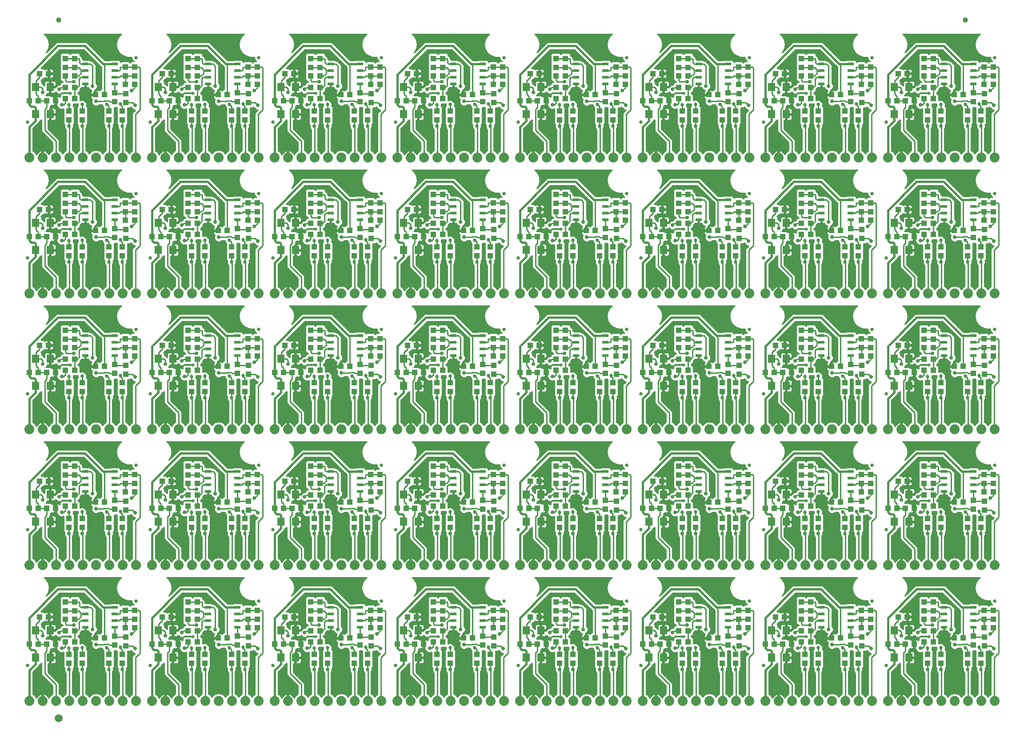
<source format=gtl>
G75*
%MOIN*%
%OFA0B0*%
%FSLAX25Y25*%
%IPPOS*%
%LPD*%
%AMOC8*
5,1,8,0,0,1.08239X$1,22.5*
%
%ADD10R,0.05512X0.06299*%
%ADD11R,0.04331X0.03937*%
%ADD12R,0.03937X0.04331*%
%ADD13C,0.07400*%
%ADD14R,0.04724X0.02362*%
%ADD15C,0.02500*%
%ADD16C,0.03937*%
%ADD17C,0.05906*%
%ADD18C,0.01000*%
%ADD19C,0.02775*%
%ADD20C,0.01600*%
%ADD21C,0.02700*%
D10*
X0038338Y0066250D03*
X0049362Y0066250D03*
X0049362Y0086750D03*
X0038338Y0086750D03*
X0130338Y0086750D03*
X0141362Y0086750D03*
X0141362Y0066250D03*
X0130338Y0066250D03*
X0222338Y0066250D03*
X0233362Y0066250D03*
X0233362Y0086750D03*
X0222338Y0086750D03*
X0314338Y0086750D03*
X0325362Y0086750D03*
X0325362Y0066250D03*
X0314338Y0066250D03*
X0406338Y0066250D03*
X0417362Y0066250D03*
X0417362Y0086750D03*
X0406338Y0086750D03*
X0498338Y0086750D03*
X0509362Y0086750D03*
X0509362Y0066250D03*
X0498338Y0066250D03*
X0590338Y0066250D03*
X0601362Y0066250D03*
X0601362Y0086750D03*
X0590338Y0086750D03*
X0682338Y0086750D03*
X0693362Y0086750D03*
X0693362Y0066250D03*
X0682338Y0066250D03*
X0682338Y0168250D03*
X0693362Y0168250D03*
X0693362Y0188750D03*
X0682338Y0188750D03*
X0601362Y0188750D03*
X0590338Y0188750D03*
X0590338Y0168250D03*
X0601362Y0168250D03*
X0509362Y0168250D03*
X0498338Y0168250D03*
X0498338Y0188750D03*
X0509362Y0188750D03*
X0417362Y0188750D03*
X0406338Y0188750D03*
X0406338Y0168250D03*
X0417362Y0168250D03*
X0325362Y0168250D03*
X0314338Y0168250D03*
X0314338Y0188750D03*
X0325362Y0188750D03*
X0233362Y0188750D03*
X0222338Y0188750D03*
X0222338Y0168250D03*
X0233362Y0168250D03*
X0141362Y0168250D03*
X0130338Y0168250D03*
X0130338Y0188750D03*
X0141362Y0188750D03*
X0049362Y0188750D03*
X0038338Y0188750D03*
X0038338Y0168250D03*
X0049362Y0168250D03*
X0049362Y0270250D03*
X0038338Y0270250D03*
X0038338Y0290750D03*
X0049362Y0290750D03*
X0130338Y0290750D03*
X0141362Y0290750D03*
X0141362Y0270250D03*
X0130338Y0270250D03*
X0222338Y0270250D03*
X0233362Y0270250D03*
X0233362Y0290750D03*
X0222338Y0290750D03*
X0314338Y0290750D03*
X0325362Y0290750D03*
X0325362Y0270250D03*
X0314338Y0270250D03*
X0406338Y0270250D03*
X0417362Y0270250D03*
X0417362Y0290750D03*
X0406338Y0290750D03*
X0498338Y0290750D03*
X0509362Y0290750D03*
X0509362Y0270250D03*
X0498338Y0270250D03*
X0590338Y0270250D03*
X0601362Y0270250D03*
X0601362Y0290750D03*
X0590338Y0290750D03*
X0682338Y0290750D03*
X0693362Y0290750D03*
X0693362Y0270250D03*
X0682338Y0270250D03*
X0682338Y0372250D03*
X0693362Y0372250D03*
X0693362Y0392750D03*
X0682338Y0392750D03*
X0601362Y0392750D03*
X0590338Y0392750D03*
X0590338Y0372250D03*
X0601362Y0372250D03*
X0509362Y0372250D03*
X0498338Y0372250D03*
X0498338Y0392750D03*
X0509362Y0392750D03*
X0417362Y0392750D03*
X0406338Y0392750D03*
X0406338Y0372250D03*
X0417362Y0372250D03*
X0325362Y0372250D03*
X0314338Y0372250D03*
X0314338Y0392750D03*
X0325362Y0392750D03*
X0233362Y0392750D03*
X0222338Y0392750D03*
X0222338Y0372250D03*
X0233362Y0372250D03*
X0141362Y0372250D03*
X0130338Y0372250D03*
X0130338Y0392750D03*
X0141362Y0392750D03*
X0049362Y0392750D03*
X0038338Y0392750D03*
X0038338Y0372250D03*
X0049362Y0372250D03*
X0049362Y0474250D03*
X0038338Y0474250D03*
X0038338Y0494750D03*
X0049362Y0494750D03*
X0130338Y0494750D03*
X0141362Y0494750D03*
X0141362Y0474250D03*
X0130338Y0474250D03*
X0222338Y0474250D03*
X0233362Y0474250D03*
X0233362Y0494750D03*
X0222338Y0494750D03*
X0314338Y0494750D03*
X0325362Y0494750D03*
X0325362Y0474250D03*
X0314338Y0474250D03*
X0406338Y0474250D03*
X0417362Y0474250D03*
X0417362Y0494750D03*
X0406338Y0494750D03*
X0498338Y0494750D03*
X0509362Y0494750D03*
X0509362Y0474250D03*
X0498338Y0474250D03*
X0590338Y0474250D03*
X0601362Y0474250D03*
X0601362Y0494750D03*
X0590338Y0494750D03*
X0682338Y0494750D03*
X0693362Y0494750D03*
X0693362Y0474250D03*
X0682338Y0474250D03*
D11*
X0684396Y0484250D03*
X0690804Y0484250D03*
X0697496Y0484250D03*
X0704904Y0485850D03*
X0711596Y0485850D03*
X0711596Y0494350D03*
X0704904Y0494350D03*
X0704904Y0502850D03*
X0711596Y0502850D03*
X0692196Y0504750D03*
X0685504Y0504750D03*
X0664596Y0496550D03*
X0657904Y0496550D03*
X0642096Y0488850D03*
X0635404Y0488850D03*
X0619596Y0485850D03*
X0612904Y0485850D03*
X0605496Y0484250D03*
X0598804Y0484250D03*
X0592396Y0484250D03*
X0585704Y0484250D03*
X0572596Y0496550D03*
X0565904Y0496550D03*
X0550096Y0488850D03*
X0543404Y0488850D03*
X0527596Y0485850D03*
X0520904Y0485850D03*
X0513496Y0484250D03*
X0506804Y0484250D03*
X0500396Y0484250D03*
X0493704Y0484250D03*
X0480596Y0496550D03*
X0473904Y0496550D03*
X0458096Y0488850D03*
X0451404Y0488850D03*
X0435596Y0485850D03*
X0428904Y0485850D03*
X0421496Y0484250D03*
X0414804Y0484250D03*
X0408396Y0484250D03*
X0401704Y0484250D03*
X0388596Y0496550D03*
X0381904Y0496550D03*
X0366096Y0488850D03*
X0359404Y0488850D03*
X0343596Y0485850D03*
X0336904Y0485850D03*
X0329496Y0484250D03*
X0322804Y0484250D03*
X0316396Y0484250D03*
X0309704Y0484250D03*
X0296596Y0496550D03*
X0289904Y0496550D03*
X0274096Y0488850D03*
X0267404Y0488850D03*
X0251596Y0485850D03*
X0244904Y0485850D03*
X0237496Y0484250D03*
X0230804Y0484250D03*
X0224396Y0484250D03*
X0217704Y0484250D03*
X0204596Y0496550D03*
X0197904Y0496550D03*
X0182096Y0488850D03*
X0175404Y0488850D03*
X0159596Y0485850D03*
X0152904Y0485850D03*
X0145496Y0484250D03*
X0138804Y0484250D03*
X0132396Y0484250D03*
X0125704Y0484250D03*
X0112596Y0496550D03*
X0105904Y0496550D03*
X0090096Y0488850D03*
X0083404Y0488850D03*
X0067596Y0485850D03*
X0060904Y0485850D03*
X0053496Y0484250D03*
X0046804Y0484250D03*
X0040396Y0484250D03*
X0033704Y0484250D03*
X0041504Y0504750D03*
X0048196Y0504750D03*
X0060904Y0502850D03*
X0067596Y0502850D03*
X0067596Y0494350D03*
X0060904Y0494350D03*
X0133504Y0504750D03*
X0140196Y0504750D03*
X0152904Y0502850D03*
X0159596Y0502850D03*
X0159596Y0494350D03*
X0152904Y0494350D03*
X0225504Y0504750D03*
X0232196Y0504750D03*
X0244904Y0502850D03*
X0251596Y0502850D03*
X0251596Y0494350D03*
X0244904Y0494350D03*
X0317504Y0504750D03*
X0324196Y0504750D03*
X0336904Y0502850D03*
X0343596Y0502850D03*
X0343596Y0494350D03*
X0336904Y0494350D03*
X0409504Y0504750D03*
X0416196Y0504750D03*
X0428904Y0502850D03*
X0435596Y0502850D03*
X0435596Y0494350D03*
X0428904Y0494350D03*
X0501504Y0504750D03*
X0508196Y0504750D03*
X0520904Y0502850D03*
X0527596Y0502850D03*
X0527596Y0494350D03*
X0520904Y0494350D03*
X0593504Y0504750D03*
X0600196Y0504750D03*
X0612904Y0502850D03*
X0619596Y0502850D03*
X0619596Y0494350D03*
X0612904Y0494350D03*
X0677704Y0484250D03*
X0727404Y0488850D03*
X0734096Y0488850D03*
X0749904Y0496550D03*
X0756596Y0496550D03*
X0711596Y0400850D03*
X0704904Y0400850D03*
X0704904Y0392350D03*
X0711596Y0392350D03*
X0711596Y0383850D03*
X0704904Y0383850D03*
X0697496Y0382250D03*
X0690804Y0382250D03*
X0684396Y0382250D03*
X0677704Y0382250D03*
X0664596Y0394550D03*
X0657904Y0394550D03*
X0642096Y0386850D03*
X0635404Y0386850D03*
X0619596Y0383850D03*
X0612904Y0383850D03*
X0605496Y0382250D03*
X0598804Y0382250D03*
X0592396Y0382250D03*
X0585704Y0382250D03*
X0572596Y0394550D03*
X0565904Y0394550D03*
X0550096Y0386850D03*
X0543404Y0386850D03*
X0527596Y0383850D03*
X0520904Y0383850D03*
X0513496Y0382250D03*
X0506804Y0382250D03*
X0500396Y0382250D03*
X0493704Y0382250D03*
X0480596Y0394550D03*
X0473904Y0394550D03*
X0458096Y0386850D03*
X0451404Y0386850D03*
X0435596Y0383850D03*
X0428904Y0383850D03*
X0421496Y0382250D03*
X0414804Y0382250D03*
X0408396Y0382250D03*
X0401704Y0382250D03*
X0388596Y0394550D03*
X0381904Y0394550D03*
X0366096Y0386850D03*
X0359404Y0386850D03*
X0343596Y0383850D03*
X0336904Y0383850D03*
X0329496Y0382250D03*
X0322804Y0382250D03*
X0316396Y0382250D03*
X0309704Y0382250D03*
X0296596Y0394550D03*
X0289904Y0394550D03*
X0274096Y0386850D03*
X0267404Y0386850D03*
X0251596Y0383850D03*
X0244904Y0383850D03*
X0237496Y0382250D03*
X0230804Y0382250D03*
X0224396Y0382250D03*
X0217704Y0382250D03*
X0204596Y0394550D03*
X0197904Y0394550D03*
X0182096Y0386850D03*
X0175404Y0386850D03*
X0159596Y0383850D03*
X0152904Y0383850D03*
X0145496Y0382250D03*
X0138804Y0382250D03*
X0132396Y0382250D03*
X0125704Y0382250D03*
X0112596Y0394550D03*
X0105904Y0394550D03*
X0090096Y0386850D03*
X0083404Y0386850D03*
X0067596Y0383850D03*
X0060904Y0383850D03*
X0053496Y0382250D03*
X0046804Y0382250D03*
X0040396Y0382250D03*
X0033704Y0382250D03*
X0041504Y0402750D03*
X0048196Y0402750D03*
X0060904Y0400850D03*
X0067596Y0400850D03*
X0067596Y0392350D03*
X0060904Y0392350D03*
X0133504Y0402750D03*
X0140196Y0402750D03*
X0152904Y0400850D03*
X0159596Y0400850D03*
X0159596Y0392350D03*
X0152904Y0392350D03*
X0225504Y0402750D03*
X0232196Y0402750D03*
X0244904Y0400850D03*
X0251596Y0400850D03*
X0251596Y0392350D03*
X0244904Y0392350D03*
X0317504Y0402750D03*
X0324196Y0402750D03*
X0336904Y0400850D03*
X0343596Y0400850D03*
X0343596Y0392350D03*
X0336904Y0392350D03*
X0409504Y0402750D03*
X0416196Y0402750D03*
X0428904Y0400850D03*
X0435596Y0400850D03*
X0435596Y0392350D03*
X0428904Y0392350D03*
X0501504Y0402750D03*
X0508196Y0402750D03*
X0520904Y0400850D03*
X0527596Y0400850D03*
X0527596Y0392350D03*
X0520904Y0392350D03*
X0593504Y0402750D03*
X0600196Y0402750D03*
X0612904Y0400850D03*
X0619596Y0400850D03*
X0619596Y0392350D03*
X0612904Y0392350D03*
X0685504Y0402750D03*
X0692196Y0402750D03*
X0727404Y0386850D03*
X0734096Y0386850D03*
X0749904Y0394550D03*
X0756596Y0394550D03*
X0711596Y0298850D03*
X0704904Y0298850D03*
X0704904Y0290350D03*
X0711596Y0290350D03*
X0711596Y0281850D03*
X0704904Y0281850D03*
X0697496Y0280250D03*
X0690804Y0280250D03*
X0684396Y0280250D03*
X0677704Y0280250D03*
X0664596Y0292550D03*
X0657904Y0292550D03*
X0642096Y0284850D03*
X0635404Y0284850D03*
X0619596Y0281850D03*
X0612904Y0281850D03*
X0605496Y0280250D03*
X0598804Y0280250D03*
X0592396Y0280250D03*
X0585704Y0280250D03*
X0572596Y0292550D03*
X0565904Y0292550D03*
X0550096Y0284850D03*
X0543404Y0284850D03*
X0527596Y0281850D03*
X0520904Y0281850D03*
X0513496Y0280250D03*
X0506804Y0280250D03*
X0500396Y0280250D03*
X0493704Y0280250D03*
X0480596Y0292550D03*
X0473904Y0292550D03*
X0458096Y0284850D03*
X0451404Y0284850D03*
X0435596Y0281850D03*
X0428904Y0281850D03*
X0421496Y0280250D03*
X0414804Y0280250D03*
X0408396Y0280250D03*
X0401704Y0280250D03*
X0388596Y0292550D03*
X0381904Y0292550D03*
X0366096Y0284850D03*
X0359404Y0284850D03*
X0343596Y0281850D03*
X0336904Y0281850D03*
X0329496Y0280250D03*
X0322804Y0280250D03*
X0316396Y0280250D03*
X0309704Y0280250D03*
X0296596Y0292550D03*
X0289904Y0292550D03*
X0274096Y0284850D03*
X0267404Y0284850D03*
X0251596Y0281850D03*
X0244904Y0281850D03*
X0237496Y0280250D03*
X0230804Y0280250D03*
X0224396Y0280250D03*
X0217704Y0280250D03*
X0204596Y0292550D03*
X0197904Y0292550D03*
X0182096Y0284850D03*
X0175404Y0284850D03*
X0159596Y0281850D03*
X0152904Y0281850D03*
X0145496Y0280250D03*
X0138804Y0280250D03*
X0132396Y0280250D03*
X0125704Y0280250D03*
X0112596Y0292550D03*
X0105904Y0292550D03*
X0090096Y0284850D03*
X0083404Y0284850D03*
X0067596Y0281850D03*
X0060904Y0281850D03*
X0053496Y0280250D03*
X0046804Y0280250D03*
X0040396Y0280250D03*
X0033704Y0280250D03*
X0041504Y0300750D03*
X0048196Y0300750D03*
X0060904Y0298850D03*
X0067596Y0298850D03*
X0067596Y0290350D03*
X0060904Y0290350D03*
X0133504Y0300750D03*
X0140196Y0300750D03*
X0152904Y0298850D03*
X0159596Y0298850D03*
X0159596Y0290350D03*
X0152904Y0290350D03*
X0225504Y0300750D03*
X0232196Y0300750D03*
X0244904Y0298850D03*
X0251596Y0298850D03*
X0251596Y0290350D03*
X0244904Y0290350D03*
X0317504Y0300750D03*
X0324196Y0300750D03*
X0336904Y0298850D03*
X0343596Y0298850D03*
X0343596Y0290350D03*
X0336904Y0290350D03*
X0409504Y0300750D03*
X0416196Y0300750D03*
X0428904Y0298850D03*
X0435596Y0298850D03*
X0435596Y0290350D03*
X0428904Y0290350D03*
X0501504Y0300750D03*
X0508196Y0300750D03*
X0520904Y0298850D03*
X0527596Y0298850D03*
X0527596Y0290350D03*
X0520904Y0290350D03*
X0593504Y0300750D03*
X0600196Y0300750D03*
X0612904Y0298850D03*
X0619596Y0298850D03*
X0619596Y0290350D03*
X0612904Y0290350D03*
X0685504Y0300750D03*
X0692196Y0300750D03*
X0727404Y0284850D03*
X0734096Y0284850D03*
X0749904Y0292550D03*
X0756596Y0292550D03*
X0711596Y0196850D03*
X0704904Y0196850D03*
X0704904Y0188350D03*
X0711596Y0188350D03*
X0711596Y0179850D03*
X0704904Y0179850D03*
X0697496Y0178250D03*
X0690804Y0178250D03*
X0684396Y0178250D03*
X0677704Y0178250D03*
X0664596Y0190550D03*
X0657904Y0190550D03*
X0642096Y0182850D03*
X0635404Y0182850D03*
X0619596Y0179850D03*
X0612904Y0179850D03*
X0605496Y0178250D03*
X0598804Y0178250D03*
X0592396Y0178250D03*
X0585704Y0178250D03*
X0572596Y0190550D03*
X0565904Y0190550D03*
X0550096Y0182850D03*
X0543404Y0182850D03*
X0527596Y0179850D03*
X0520904Y0179850D03*
X0513496Y0178250D03*
X0506804Y0178250D03*
X0500396Y0178250D03*
X0493704Y0178250D03*
X0480596Y0190550D03*
X0473904Y0190550D03*
X0458096Y0182850D03*
X0451404Y0182850D03*
X0435596Y0179850D03*
X0428904Y0179850D03*
X0421496Y0178250D03*
X0414804Y0178250D03*
X0408396Y0178250D03*
X0401704Y0178250D03*
X0388596Y0190550D03*
X0381904Y0190550D03*
X0366096Y0182850D03*
X0359404Y0182850D03*
X0343596Y0179850D03*
X0336904Y0179850D03*
X0329496Y0178250D03*
X0322804Y0178250D03*
X0316396Y0178250D03*
X0309704Y0178250D03*
X0296596Y0190550D03*
X0289904Y0190550D03*
X0274096Y0182850D03*
X0267404Y0182850D03*
X0251596Y0179850D03*
X0244904Y0179850D03*
X0237496Y0178250D03*
X0230804Y0178250D03*
X0224396Y0178250D03*
X0217704Y0178250D03*
X0204596Y0190550D03*
X0197904Y0190550D03*
X0182096Y0182850D03*
X0175404Y0182850D03*
X0159596Y0179850D03*
X0152904Y0179850D03*
X0145496Y0178250D03*
X0138804Y0178250D03*
X0132396Y0178250D03*
X0125704Y0178250D03*
X0112596Y0190550D03*
X0105904Y0190550D03*
X0090096Y0182850D03*
X0083404Y0182850D03*
X0067596Y0179850D03*
X0060904Y0179850D03*
X0053496Y0178250D03*
X0046804Y0178250D03*
X0040396Y0178250D03*
X0033704Y0178250D03*
X0041504Y0198750D03*
X0048196Y0198750D03*
X0060904Y0196850D03*
X0067596Y0196850D03*
X0067596Y0188350D03*
X0060904Y0188350D03*
X0133504Y0198750D03*
X0140196Y0198750D03*
X0152904Y0196850D03*
X0159596Y0196850D03*
X0159596Y0188350D03*
X0152904Y0188350D03*
X0225504Y0198750D03*
X0232196Y0198750D03*
X0244904Y0196850D03*
X0251596Y0196850D03*
X0251596Y0188350D03*
X0244904Y0188350D03*
X0317504Y0198750D03*
X0324196Y0198750D03*
X0336904Y0196850D03*
X0343596Y0196850D03*
X0343596Y0188350D03*
X0336904Y0188350D03*
X0409504Y0198750D03*
X0416196Y0198750D03*
X0428904Y0196850D03*
X0435596Y0196850D03*
X0435596Y0188350D03*
X0428904Y0188350D03*
X0501504Y0198750D03*
X0508196Y0198750D03*
X0520904Y0196850D03*
X0527596Y0196850D03*
X0527596Y0188350D03*
X0520904Y0188350D03*
X0593504Y0198750D03*
X0600196Y0198750D03*
X0612904Y0196850D03*
X0619596Y0196850D03*
X0619596Y0188350D03*
X0612904Y0188350D03*
X0685504Y0198750D03*
X0692196Y0198750D03*
X0727404Y0182850D03*
X0734096Y0182850D03*
X0749904Y0190550D03*
X0756596Y0190550D03*
X0711596Y0094850D03*
X0704904Y0094850D03*
X0704904Y0086350D03*
X0711596Y0086350D03*
X0711596Y0077850D03*
X0704904Y0077850D03*
X0697496Y0076250D03*
X0690804Y0076250D03*
X0684396Y0076250D03*
X0677704Y0076250D03*
X0664596Y0088550D03*
X0657904Y0088550D03*
X0642096Y0080850D03*
X0635404Y0080850D03*
X0619596Y0077850D03*
X0612904Y0077850D03*
X0605496Y0076250D03*
X0598804Y0076250D03*
X0592396Y0076250D03*
X0585704Y0076250D03*
X0572596Y0088550D03*
X0565904Y0088550D03*
X0550096Y0080850D03*
X0543404Y0080850D03*
X0527596Y0077850D03*
X0520904Y0077850D03*
X0513496Y0076250D03*
X0506804Y0076250D03*
X0500396Y0076250D03*
X0493704Y0076250D03*
X0480596Y0088550D03*
X0473904Y0088550D03*
X0458096Y0080850D03*
X0451404Y0080850D03*
X0435596Y0077850D03*
X0428904Y0077850D03*
X0421496Y0076250D03*
X0414804Y0076250D03*
X0408396Y0076250D03*
X0401704Y0076250D03*
X0388596Y0088550D03*
X0381904Y0088550D03*
X0366096Y0080850D03*
X0359404Y0080850D03*
X0343596Y0077850D03*
X0336904Y0077850D03*
X0329496Y0076250D03*
X0322804Y0076250D03*
X0316396Y0076250D03*
X0309704Y0076250D03*
X0296596Y0088550D03*
X0289904Y0088550D03*
X0274096Y0080850D03*
X0267404Y0080850D03*
X0251596Y0077850D03*
X0244904Y0077850D03*
X0237496Y0076250D03*
X0230804Y0076250D03*
X0224396Y0076250D03*
X0217704Y0076250D03*
X0204596Y0088550D03*
X0197904Y0088550D03*
X0182096Y0080850D03*
X0175404Y0080850D03*
X0159596Y0077850D03*
X0152904Y0077850D03*
X0145496Y0076250D03*
X0138804Y0076250D03*
X0132396Y0076250D03*
X0125704Y0076250D03*
X0112596Y0088550D03*
X0105904Y0088550D03*
X0090096Y0080850D03*
X0083404Y0080850D03*
X0067596Y0077850D03*
X0060904Y0077850D03*
X0053496Y0076250D03*
X0046804Y0076250D03*
X0040396Y0076250D03*
X0033704Y0076250D03*
X0041504Y0096750D03*
X0048196Y0096750D03*
X0060904Y0094850D03*
X0067596Y0094850D03*
X0067596Y0086350D03*
X0060904Y0086350D03*
X0133504Y0096750D03*
X0140196Y0096750D03*
X0152904Y0094850D03*
X0159596Y0094850D03*
X0159596Y0086350D03*
X0152904Y0086350D03*
X0225504Y0096750D03*
X0232196Y0096750D03*
X0244904Y0094850D03*
X0251596Y0094850D03*
X0251596Y0086350D03*
X0244904Y0086350D03*
X0317504Y0096750D03*
X0324196Y0096750D03*
X0336904Y0094850D03*
X0343596Y0094850D03*
X0343596Y0086350D03*
X0336904Y0086350D03*
X0409504Y0096750D03*
X0416196Y0096750D03*
X0428904Y0094850D03*
X0435596Y0094850D03*
X0435596Y0086350D03*
X0428904Y0086350D03*
X0501504Y0096750D03*
X0508196Y0096750D03*
X0520904Y0094850D03*
X0527596Y0094850D03*
X0527596Y0086350D03*
X0520904Y0086350D03*
X0593504Y0096750D03*
X0600196Y0096750D03*
X0612904Y0094850D03*
X0619596Y0094850D03*
X0619596Y0086350D03*
X0612904Y0086350D03*
X0685504Y0096750D03*
X0692196Y0096750D03*
X0727404Y0080850D03*
X0734096Y0080850D03*
X0749904Y0088550D03*
X0756596Y0088550D03*
D12*
X0756850Y0095004D03*
X0756850Y0101696D03*
X0749650Y0101696D03*
X0749650Y0095004D03*
X0750250Y0081696D03*
X0750250Y0075004D03*
X0747350Y0068596D03*
X0747350Y0061904D03*
X0737350Y0061904D03*
X0737350Y0068596D03*
X0741750Y0075504D03*
X0741750Y0082196D03*
X0717350Y0068596D03*
X0717350Y0061904D03*
X0707350Y0061904D03*
X0707350Y0068596D03*
X0704650Y0101304D03*
X0704650Y0107996D03*
X0711850Y0107996D03*
X0711850Y0101304D03*
X0664850Y0101696D03*
X0664850Y0095004D03*
X0657650Y0095004D03*
X0657650Y0101696D03*
X0658250Y0081696D03*
X0658250Y0075004D03*
X0655350Y0068596D03*
X0655350Y0061904D03*
X0645350Y0061904D03*
X0645350Y0068596D03*
X0649750Y0075504D03*
X0649750Y0082196D03*
X0625350Y0068596D03*
X0625350Y0061904D03*
X0615350Y0061904D03*
X0615350Y0068596D03*
X0612650Y0101304D03*
X0612650Y0107996D03*
X0619850Y0107996D03*
X0619850Y0101304D03*
X0572850Y0101696D03*
X0572850Y0095004D03*
X0565650Y0095004D03*
X0565650Y0101696D03*
X0566250Y0081696D03*
X0566250Y0075004D03*
X0563350Y0068596D03*
X0563350Y0061904D03*
X0553350Y0061904D03*
X0553350Y0068596D03*
X0557750Y0075504D03*
X0557750Y0082196D03*
X0533350Y0068596D03*
X0533350Y0061904D03*
X0523350Y0061904D03*
X0523350Y0068596D03*
X0520650Y0101304D03*
X0520650Y0107996D03*
X0527850Y0107996D03*
X0527850Y0101304D03*
X0480850Y0101696D03*
X0480850Y0095004D03*
X0473650Y0095004D03*
X0473650Y0101696D03*
X0474250Y0081696D03*
X0474250Y0075004D03*
X0471350Y0068596D03*
X0471350Y0061904D03*
X0461350Y0061904D03*
X0461350Y0068596D03*
X0465750Y0075504D03*
X0465750Y0082196D03*
X0441350Y0068596D03*
X0441350Y0061904D03*
X0431350Y0061904D03*
X0431350Y0068596D03*
X0428650Y0101304D03*
X0428650Y0107996D03*
X0435850Y0107996D03*
X0435850Y0101304D03*
X0388850Y0101696D03*
X0388850Y0095004D03*
X0381650Y0095004D03*
X0381650Y0101696D03*
X0382250Y0081696D03*
X0382250Y0075004D03*
X0379350Y0068596D03*
X0379350Y0061904D03*
X0369350Y0061904D03*
X0369350Y0068596D03*
X0373750Y0075504D03*
X0373750Y0082196D03*
X0349350Y0068596D03*
X0349350Y0061904D03*
X0339350Y0061904D03*
X0339350Y0068596D03*
X0336650Y0101304D03*
X0336650Y0107996D03*
X0343850Y0107996D03*
X0343850Y0101304D03*
X0296850Y0101696D03*
X0296850Y0095004D03*
X0289650Y0095004D03*
X0289650Y0101696D03*
X0290250Y0081696D03*
X0290250Y0075004D03*
X0287350Y0068596D03*
X0287350Y0061904D03*
X0277350Y0061904D03*
X0277350Y0068596D03*
X0281750Y0075504D03*
X0281750Y0082196D03*
X0257350Y0068596D03*
X0257350Y0061904D03*
X0247350Y0061904D03*
X0247350Y0068596D03*
X0244650Y0101304D03*
X0244650Y0107996D03*
X0251850Y0107996D03*
X0251850Y0101304D03*
X0204850Y0101696D03*
X0204850Y0095004D03*
X0197650Y0095004D03*
X0197650Y0101696D03*
X0198250Y0081696D03*
X0198250Y0075004D03*
X0195350Y0068596D03*
X0195350Y0061904D03*
X0185350Y0061904D03*
X0185350Y0068596D03*
X0189750Y0075504D03*
X0189750Y0082196D03*
X0165350Y0068596D03*
X0165350Y0061904D03*
X0155350Y0061904D03*
X0155350Y0068596D03*
X0112850Y0095004D03*
X0112850Y0101696D03*
X0105650Y0101696D03*
X0105650Y0095004D03*
X0106250Y0081696D03*
X0106250Y0075004D03*
X0103350Y0068596D03*
X0103350Y0061904D03*
X0093350Y0061904D03*
X0093350Y0068596D03*
X0097750Y0075504D03*
X0097750Y0082196D03*
X0073350Y0068596D03*
X0073350Y0061904D03*
X0063350Y0061904D03*
X0063350Y0068596D03*
X0060650Y0101304D03*
X0060650Y0107996D03*
X0067850Y0107996D03*
X0067850Y0101304D03*
X0152650Y0101304D03*
X0152650Y0107996D03*
X0159850Y0107996D03*
X0159850Y0101304D03*
X0155350Y0163904D03*
X0155350Y0170596D03*
X0165350Y0170596D03*
X0165350Y0163904D03*
X0185350Y0163904D03*
X0185350Y0170596D03*
X0189750Y0177504D03*
X0189750Y0184196D03*
X0198250Y0183696D03*
X0198250Y0177004D03*
X0195350Y0170596D03*
X0195350Y0163904D03*
X0197650Y0197004D03*
X0197650Y0203696D03*
X0204850Y0203696D03*
X0204850Y0197004D03*
X0244650Y0203304D03*
X0244650Y0209996D03*
X0251850Y0209996D03*
X0251850Y0203304D03*
X0281750Y0184196D03*
X0281750Y0177504D03*
X0277350Y0170596D03*
X0277350Y0163904D03*
X0287350Y0163904D03*
X0287350Y0170596D03*
X0290250Y0177004D03*
X0290250Y0183696D03*
X0289650Y0197004D03*
X0289650Y0203696D03*
X0296850Y0203696D03*
X0296850Y0197004D03*
X0336650Y0203304D03*
X0336650Y0209996D03*
X0343850Y0209996D03*
X0343850Y0203304D03*
X0373750Y0184196D03*
X0373750Y0177504D03*
X0369350Y0170596D03*
X0369350Y0163904D03*
X0379350Y0163904D03*
X0379350Y0170596D03*
X0382250Y0177004D03*
X0382250Y0183696D03*
X0381650Y0197004D03*
X0381650Y0203696D03*
X0388850Y0203696D03*
X0388850Y0197004D03*
X0349350Y0170596D03*
X0349350Y0163904D03*
X0339350Y0163904D03*
X0339350Y0170596D03*
X0257350Y0170596D03*
X0257350Y0163904D03*
X0247350Y0163904D03*
X0247350Y0170596D03*
X0159850Y0203304D03*
X0159850Y0209996D03*
X0152650Y0209996D03*
X0152650Y0203304D03*
X0112850Y0203696D03*
X0112850Y0197004D03*
X0105650Y0197004D03*
X0105650Y0203696D03*
X0106250Y0183696D03*
X0106250Y0177004D03*
X0103350Y0170596D03*
X0103350Y0163904D03*
X0093350Y0163904D03*
X0093350Y0170596D03*
X0097750Y0177504D03*
X0097750Y0184196D03*
X0073350Y0170596D03*
X0073350Y0163904D03*
X0063350Y0163904D03*
X0063350Y0170596D03*
X0060650Y0203304D03*
X0060650Y0209996D03*
X0067850Y0209996D03*
X0067850Y0203304D03*
X0063350Y0265904D03*
X0073350Y0265904D03*
X0073350Y0272596D03*
X0063350Y0272596D03*
X0093350Y0272596D03*
X0097750Y0279504D03*
X0097750Y0286196D03*
X0106250Y0285696D03*
X0106250Y0279004D03*
X0103350Y0272596D03*
X0103350Y0265904D03*
X0093350Y0265904D03*
X0105650Y0299004D03*
X0105650Y0305696D03*
X0112850Y0305696D03*
X0112850Y0299004D03*
X0152650Y0305304D03*
X0152650Y0311996D03*
X0159850Y0311996D03*
X0159850Y0305304D03*
X0189750Y0286196D03*
X0189750Y0279504D03*
X0185350Y0272596D03*
X0195350Y0272596D03*
X0198250Y0279004D03*
X0198250Y0285696D03*
X0197650Y0299004D03*
X0197650Y0305696D03*
X0204850Y0305696D03*
X0204850Y0299004D03*
X0165350Y0272596D03*
X0165350Y0265904D03*
X0155350Y0265904D03*
X0155350Y0272596D03*
X0185350Y0265904D03*
X0195350Y0265904D03*
X0247350Y0265904D03*
X0257350Y0265904D03*
X0257350Y0272596D03*
X0247350Y0272596D03*
X0277350Y0272596D03*
X0281750Y0279504D03*
X0281750Y0286196D03*
X0290250Y0285696D03*
X0290250Y0279004D03*
X0287350Y0272596D03*
X0287350Y0265904D03*
X0277350Y0265904D03*
X0289650Y0299004D03*
X0289650Y0305696D03*
X0296850Y0305696D03*
X0296850Y0299004D03*
X0336650Y0305304D03*
X0336650Y0311996D03*
X0343850Y0311996D03*
X0343850Y0305304D03*
X0373750Y0286196D03*
X0373750Y0279504D03*
X0369350Y0272596D03*
X0379350Y0272596D03*
X0382250Y0279004D03*
X0382250Y0285696D03*
X0381650Y0299004D03*
X0381650Y0305696D03*
X0388850Y0305696D03*
X0388850Y0299004D03*
X0349350Y0272596D03*
X0339350Y0272596D03*
X0339350Y0265904D03*
X0349350Y0265904D03*
X0369350Y0265904D03*
X0379350Y0265904D03*
X0431350Y0265904D03*
X0441350Y0265904D03*
X0441350Y0272596D03*
X0431350Y0272596D03*
X0461350Y0272596D03*
X0465750Y0279504D03*
X0465750Y0286196D03*
X0474250Y0285696D03*
X0474250Y0279004D03*
X0471350Y0272596D03*
X0471350Y0265904D03*
X0461350Y0265904D03*
X0473650Y0299004D03*
X0473650Y0305696D03*
X0480850Y0305696D03*
X0480850Y0299004D03*
X0520650Y0305304D03*
X0520650Y0311996D03*
X0527850Y0311996D03*
X0527850Y0305304D03*
X0557750Y0286196D03*
X0557750Y0279504D03*
X0553350Y0272596D03*
X0553350Y0265904D03*
X0563350Y0265904D03*
X0563350Y0272596D03*
X0566250Y0279004D03*
X0566250Y0285696D03*
X0565650Y0299004D03*
X0565650Y0305696D03*
X0572850Y0305696D03*
X0572850Y0299004D03*
X0612650Y0305304D03*
X0612650Y0311996D03*
X0619850Y0311996D03*
X0619850Y0305304D03*
X0649750Y0286196D03*
X0649750Y0279504D03*
X0645350Y0272596D03*
X0655350Y0272596D03*
X0658250Y0279004D03*
X0658250Y0285696D03*
X0657650Y0299004D03*
X0657650Y0305696D03*
X0664850Y0305696D03*
X0664850Y0299004D03*
X0625350Y0272596D03*
X0615350Y0272596D03*
X0615350Y0265904D03*
X0625350Y0265904D03*
X0645350Y0265904D03*
X0655350Y0265904D03*
X0707350Y0265904D03*
X0717350Y0265904D03*
X0717350Y0272596D03*
X0707350Y0272596D03*
X0737350Y0272596D03*
X0741750Y0279504D03*
X0741750Y0286196D03*
X0750250Y0285696D03*
X0750250Y0279004D03*
X0747350Y0272596D03*
X0747350Y0265904D03*
X0737350Y0265904D03*
X0749650Y0299004D03*
X0749650Y0305696D03*
X0756850Y0305696D03*
X0756850Y0299004D03*
X0711850Y0305304D03*
X0711850Y0311996D03*
X0704650Y0311996D03*
X0704650Y0305304D03*
X0707350Y0367904D03*
X0707350Y0374596D03*
X0717350Y0374596D03*
X0717350Y0367904D03*
X0737350Y0367904D03*
X0737350Y0374596D03*
X0747350Y0374596D03*
X0747350Y0367904D03*
X0750250Y0381004D03*
X0741750Y0381504D03*
X0741750Y0388196D03*
X0750250Y0387696D03*
X0749650Y0401004D03*
X0749650Y0407696D03*
X0756850Y0407696D03*
X0756850Y0401004D03*
X0711850Y0407304D03*
X0711850Y0413996D03*
X0704650Y0413996D03*
X0704650Y0407304D03*
X0664850Y0407696D03*
X0664850Y0401004D03*
X0657650Y0401004D03*
X0657650Y0407696D03*
X0658250Y0387696D03*
X0649750Y0388196D03*
X0649750Y0381504D03*
X0658250Y0381004D03*
X0655350Y0374596D03*
X0655350Y0367904D03*
X0645350Y0367904D03*
X0645350Y0374596D03*
X0625350Y0374596D03*
X0625350Y0367904D03*
X0615350Y0367904D03*
X0615350Y0374596D03*
X0572850Y0401004D03*
X0572850Y0407696D03*
X0565650Y0407696D03*
X0565650Y0401004D03*
X0566250Y0387696D03*
X0557750Y0388196D03*
X0557750Y0381504D03*
X0566250Y0381004D03*
X0563350Y0374596D03*
X0563350Y0367904D03*
X0553350Y0367904D03*
X0553350Y0374596D03*
X0533350Y0374596D03*
X0533350Y0367904D03*
X0523350Y0367904D03*
X0523350Y0374596D03*
X0480850Y0401004D03*
X0480850Y0407696D03*
X0473650Y0407696D03*
X0473650Y0401004D03*
X0474250Y0387696D03*
X0465750Y0388196D03*
X0465750Y0381504D03*
X0474250Y0381004D03*
X0471350Y0374596D03*
X0471350Y0367904D03*
X0461350Y0367904D03*
X0461350Y0374596D03*
X0441350Y0374596D03*
X0441350Y0367904D03*
X0431350Y0367904D03*
X0431350Y0374596D03*
X0382250Y0381004D03*
X0379350Y0374596D03*
X0379350Y0367904D03*
X0369350Y0367904D03*
X0369350Y0374596D03*
X0373750Y0381504D03*
X0373750Y0388196D03*
X0382250Y0387696D03*
X0381650Y0401004D03*
X0381650Y0407696D03*
X0388850Y0407696D03*
X0388850Y0401004D03*
X0428650Y0407304D03*
X0428650Y0413996D03*
X0435850Y0413996D03*
X0435850Y0407304D03*
X0431350Y0469904D03*
X0431350Y0476596D03*
X0441350Y0476596D03*
X0441350Y0469904D03*
X0461350Y0469904D03*
X0461350Y0476596D03*
X0465750Y0483504D03*
X0465750Y0490196D03*
X0474250Y0489696D03*
X0474250Y0483004D03*
X0471350Y0476596D03*
X0471350Y0469904D03*
X0473650Y0503004D03*
X0473650Y0509696D03*
X0480850Y0509696D03*
X0480850Y0503004D03*
X0520650Y0509304D03*
X0520650Y0515996D03*
X0527850Y0515996D03*
X0527850Y0509304D03*
X0557750Y0490196D03*
X0557750Y0483504D03*
X0553350Y0476596D03*
X0553350Y0469904D03*
X0563350Y0469904D03*
X0563350Y0476596D03*
X0566250Y0483004D03*
X0566250Y0489696D03*
X0565650Y0503004D03*
X0565650Y0509696D03*
X0572850Y0509696D03*
X0572850Y0503004D03*
X0612650Y0509304D03*
X0612650Y0515996D03*
X0619850Y0515996D03*
X0619850Y0509304D03*
X0649750Y0490196D03*
X0649750Y0483504D03*
X0645350Y0476596D03*
X0645350Y0469904D03*
X0655350Y0469904D03*
X0655350Y0476596D03*
X0658250Y0483004D03*
X0658250Y0489696D03*
X0657650Y0503004D03*
X0657650Y0509696D03*
X0664850Y0509696D03*
X0664850Y0503004D03*
X0704650Y0509304D03*
X0704650Y0515996D03*
X0711850Y0515996D03*
X0711850Y0509304D03*
X0741750Y0490196D03*
X0741750Y0483504D03*
X0737350Y0476596D03*
X0737350Y0469904D03*
X0747350Y0469904D03*
X0747350Y0476596D03*
X0750250Y0483004D03*
X0750250Y0489696D03*
X0749650Y0503004D03*
X0749650Y0509696D03*
X0756850Y0509696D03*
X0756850Y0503004D03*
X0717350Y0476596D03*
X0717350Y0469904D03*
X0707350Y0469904D03*
X0707350Y0476596D03*
X0625350Y0476596D03*
X0625350Y0469904D03*
X0615350Y0469904D03*
X0615350Y0476596D03*
X0612650Y0413996D03*
X0612650Y0407304D03*
X0619850Y0407304D03*
X0619850Y0413996D03*
X0533350Y0469904D03*
X0533350Y0476596D03*
X0523350Y0476596D03*
X0523350Y0469904D03*
X0520650Y0413996D03*
X0520650Y0407304D03*
X0527850Y0407304D03*
X0527850Y0413996D03*
X0435850Y0509304D03*
X0435850Y0515996D03*
X0428650Y0515996D03*
X0428650Y0509304D03*
X0388850Y0509696D03*
X0388850Y0503004D03*
X0381650Y0503004D03*
X0381650Y0509696D03*
X0382250Y0489696D03*
X0382250Y0483004D03*
X0379350Y0476596D03*
X0379350Y0469904D03*
X0369350Y0469904D03*
X0369350Y0476596D03*
X0373750Y0483504D03*
X0373750Y0490196D03*
X0349350Y0476596D03*
X0349350Y0469904D03*
X0339350Y0469904D03*
X0339350Y0476596D03*
X0296850Y0503004D03*
X0296850Y0509696D03*
X0289650Y0509696D03*
X0289650Y0503004D03*
X0290250Y0489696D03*
X0290250Y0483004D03*
X0287350Y0476596D03*
X0287350Y0469904D03*
X0277350Y0469904D03*
X0277350Y0476596D03*
X0281750Y0483504D03*
X0281750Y0490196D03*
X0257350Y0476596D03*
X0257350Y0469904D03*
X0247350Y0469904D03*
X0247350Y0476596D03*
X0204850Y0503004D03*
X0204850Y0509696D03*
X0197650Y0509696D03*
X0197650Y0503004D03*
X0198250Y0489696D03*
X0198250Y0483004D03*
X0195350Y0476596D03*
X0195350Y0469904D03*
X0185350Y0469904D03*
X0185350Y0476596D03*
X0189750Y0483504D03*
X0189750Y0490196D03*
X0165350Y0476596D03*
X0165350Y0469904D03*
X0155350Y0469904D03*
X0155350Y0476596D03*
X0106250Y0483004D03*
X0106250Y0489696D03*
X0097750Y0490196D03*
X0097750Y0483504D03*
X0093350Y0476596D03*
X0093350Y0469904D03*
X0103350Y0469904D03*
X0103350Y0476596D03*
X0073350Y0476596D03*
X0073350Y0469904D03*
X0063350Y0469904D03*
X0063350Y0476596D03*
X0105650Y0503004D03*
X0105650Y0509696D03*
X0112850Y0509696D03*
X0112850Y0503004D03*
X0152650Y0509304D03*
X0152650Y0515996D03*
X0159850Y0515996D03*
X0159850Y0509304D03*
X0244650Y0509304D03*
X0244650Y0515996D03*
X0251850Y0515996D03*
X0251850Y0509304D03*
X0336650Y0509304D03*
X0336650Y0515996D03*
X0343850Y0515996D03*
X0343850Y0509304D03*
X0343850Y0413996D03*
X0343850Y0407304D03*
X0336650Y0407304D03*
X0336650Y0413996D03*
X0296850Y0407696D03*
X0296850Y0401004D03*
X0289650Y0401004D03*
X0289650Y0407696D03*
X0290250Y0387696D03*
X0281750Y0388196D03*
X0281750Y0381504D03*
X0290250Y0381004D03*
X0287350Y0374596D03*
X0287350Y0367904D03*
X0277350Y0367904D03*
X0277350Y0374596D03*
X0257350Y0374596D03*
X0257350Y0367904D03*
X0247350Y0367904D03*
X0247350Y0374596D03*
X0204850Y0401004D03*
X0204850Y0407696D03*
X0197650Y0407696D03*
X0197650Y0401004D03*
X0198250Y0387696D03*
X0189750Y0388196D03*
X0189750Y0381504D03*
X0198250Y0381004D03*
X0195350Y0374596D03*
X0195350Y0367904D03*
X0185350Y0367904D03*
X0185350Y0374596D03*
X0165350Y0374596D03*
X0165350Y0367904D03*
X0155350Y0367904D03*
X0155350Y0374596D03*
X0106250Y0381004D03*
X0103350Y0374596D03*
X0103350Y0367904D03*
X0093350Y0367904D03*
X0093350Y0374596D03*
X0097750Y0381504D03*
X0097750Y0388196D03*
X0106250Y0387696D03*
X0105650Y0401004D03*
X0105650Y0407696D03*
X0112850Y0407696D03*
X0112850Y0401004D03*
X0152650Y0407304D03*
X0152650Y0413996D03*
X0159850Y0413996D03*
X0159850Y0407304D03*
X0244650Y0407304D03*
X0244650Y0413996D03*
X0251850Y0413996D03*
X0251850Y0407304D03*
X0339350Y0374596D03*
X0339350Y0367904D03*
X0349350Y0367904D03*
X0349350Y0374596D03*
X0428650Y0311996D03*
X0428650Y0305304D03*
X0435850Y0305304D03*
X0435850Y0311996D03*
X0523350Y0272596D03*
X0533350Y0272596D03*
X0533350Y0265904D03*
X0523350Y0265904D03*
X0520650Y0209996D03*
X0520650Y0203304D03*
X0527850Y0203304D03*
X0527850Y0209996D03*
X0557750Y0184196D03*
X0557750Y0177504D03*
X0553350Y0170596D03*
X0553350Y0163904D03*
X0563350Y0163904D03*
X0563350Y0170596D03*
X0566250Y0177004D03*
X0566250Y0183696D03*
X0565650Y0197004D03*
X0565650Y0203696D03*
X0572850Y0203696D03*
X0572850Y0197004D03*
X0612650Y0203304D03*
X0612650Y0209996D03*
X0619850Y0209996D03*
X0619850Y0203304D03*
X0649750Y0184196D03*
X0649750Y0177504D03*
X0645350Y0170596D03*
X0645350Y0163904D03*
X0655350Y0163904D03*
X0655350Y0170596D03*
X0658250Y0177004D03*
X0658250Y0183696D03*
X0657650Y0197004D03*
X0657650Y0203696D03*
X0664850Y0203696D03*
X0664850Y0197004D03*
X0625350Y0170596D03*
X0625350Y0163904D03*
X0615350Y0163904D03*
X0615350Y0170596D03*
X0533350Y0170596D03*
X0533350Y0163904D03*
X0523350Y0163904D03*
X0523350Y0170596D03*
X0480850Y0197004D03*
X0480850Y0203696D03*
X0473650Y0203696D03*
X0473650Y0197004D03*
X0474250Y0183696D03*
X0474250Y0177004D03*
X0471350Y0170596D03*
X0471350Y0163904D03*
X0461350Y0163904D03*
X0461350Y0170596D03*
X0465750Y0177504D03*
X0465750Y0184196D03*
X0441350Y0170596D03*
X0441350Y0163904D03*
X0431350Y0163904D03*
X0431350Y0170596D03*
X0428650Y0203304D03*
X0428650Y0209996D03*
X0435850Y0209996D03*
X0435850Y0203304D03*
X0251850Y0305304D03*
X0251850Y0311996D03*
X0244650Y0311996D03*
X0244650Y0305304D03*
X0073350Y0367904D03*
X0073350Y0374596D03*
X0063350Y0374596D03*
X0063350Y0367904D03*
X0060650Y0407304D03*
X0060650Y0413996D03*
X0067850Y0413996D03*
X0067850Y0407304D03*
X0067850Y0311996D03*
X0067850Y0305304D03*
X0060650Y0305304D03*
X0060650Y0311996D03*
X0060650Y0509304D03*
X0060650Y0515996D03*
X0067850Y0515996D03*
X0067850Y0509304D03*
X0704650Y0209996D03*
X0704650Y0203304D03*
X0711850Y0203304D03*
X0711850Y0209996D03*
X0749650Y0203696D03*
X0749650Y0197004D03*
X0756850Y0197004D03*
X0756850Y0203696D03*
X0750250Y0183696D03*
X0750250Y0177004D03*
X0747350Y0170596D03*
X0747350Y0163904D03*
X0737350Y0163904D03*
X0737350Y0170596D03*
X0741750Y0177504D03*
X0741750Y0184196D03*
X0717350Y0170596D03*
X0717350Y0163904D03*
X0707350Y0163904D03*
X0707350Y0170596D03*
D13*
X0033750Y0033750D03*
X0043750Y0033750D03*
X0053750Y0033750D03*
X0063750Y0033750D03*
X0073750Y0033750D03*
X0083750Y0033750D03*
X0093750Y0033750D03*
X0103750Y0033750D03*
X0113750Y0033750D03*
X0125750Y0033750D03*
X0135750Y0033750D03*
X0145750Y0033750D03*
X0155750Y0033750D03*
X0165750Y0033750D03*
X0175750Y0033750D03*
X0185750Y0033750D03*
X0195750Y0033750D03*
X0205750Y0033750D03*
X0217750Y0033750D03*
X0227750Y0033750D03*
X0237750Y0033750D03*
X0247750Y0033750D03*
X0257750Y0033750D03*
X0267750Y0033750D03*
X0277750Y0033750D03*
X0287750Y0033750D03*
X0297750Y0033750D03*
X0309750Y0033750D03*
X0319750Y0033750D03*
X0329750Y0033750D03*
X0339750Y0033750D03*
X0349750Y0033750D03*
X0359750Y0033750D03*
X0369750Y0033750D03*
X0379750Y0033750D03*
X0389750Y0033750D03*
X0401750Y0033750D03*
X0411750Y0033750D03*
X0421750Y0033750D03*
X0431750Y0033750D03*
X0441750Y0033750D03*
X0451750Y0033750D03*
X0461750Y0033750D03*
X0471750Y0033750D03*
X0481750Y0033750D03*
X0493750Y0033750D03*
X0503750Y0033750D03*
X0513750Y0033750D03*
X0523750Y0033750D03*
X0533750Y0033750D03*
X0543750Y0033750D03*
X0553750Y0033750D03*
X0563750Y0033750D03*
X0573750Y0033750D03*
X0585750Y0033750D03*
X0595750Y0033750D03*
X0605750Y0033750D03*
X0615750Y0033750D03*
X0625750Y0033750D03*
X0635750Y0033750D03*
X0645750Y0033750D03*
X0655750Y0033750D03*
X0665750Y0033750D03*
X0677750Y0033750D03*
X0687750Y0033750D03*
X0697750Y0033750D03*
X0707750Y0033750D03*
X0717750Y0033750D03*
X0727750Y0033750D03*
X0737750Y0033750D03*
X0747750Y0033750D03*
X0757750Y0033750D03*
X0757750Y0135750D03*
X0747750Y0135750D03*
X0737750Y0135750D03*
X0727750Y0135750D03*
X0717750Y0135750D03*
X0707750Y0135750D03*
X0697750Y0135750D03*
X0687750Y0135750D03*
X0677750Y0135750D03*
X0665750Y0135750D03*
X0655750Y0135750D03*
X0645750Y0135750D03*
X0635750Y0135750D03*
X0625750Y0135750D03*
X0615750Y0135750D03*
X0605750Y0135750D03*
X0595750Y0135750D03*
X0585750Y0135750D03*
X0573750Y0135750D03*
X0563750Y0135750D03*
X0553750Y0135750D03*
X0543750Y0135750D03*
X0533750Y0135750D03*
X0523750Y0135750D03*
X0513750Y0135750D03*
X0503750Y0135750D03*
X0493750Y0135750D03*
X0481750Y0135750D03*
X0471750Y0135750D03*
X0461750Y0135750D03*
X0451750Y0135750D03*
X0441750Y0135750D03*
X0431750Y0135750D03*
X0421750Y0135750D03*
X0411750Y0135750D03*
X0401750Y0135750D03*
X0389750Y0135750D03*
X0379750Y0135750D03*
X0369750Y0135750D03*
X0359750Y0135750D03*
X0349750Y0135750D03*
X0339750Y0135750D03*
X0329750Y0135750D03*
X0319750Y0135750D03*
X0309750Y0135750D03*
X0297750Y0135750D03*
X0287750Y0135750D03*
X0277750Y0135750D03*
X0267750Y0135750D03*
X0257750Y0135750D03*
X0247750Y0135750D03*
X0237750Y0135750D03*
X0227750Y0135750D03*
X0217750Y0135750D03*
X0205750Y0135750D03*
X0195750Y0135750D03*
X0185750Y0135750D03*
X0175750Y0135750D03*
X0165750Y0135750D03*
X0155750Y0135750D03*
X0145750Y0135750D03*
X0135750Y0135750D03*
X0125750Y0135750D03*
X0113750Y0135750D03*
X0103750Y0135750D03*
X0093750Y0135750D03*
X0083750Y0135750D03*
X0073750Y0135750D03*
X0063750Y0135750D03*
X0053750Y0135750D03*
X0043750Y0135750D03*
X0033750Y0135750D03*
X0033750Y0237750D03*
X0043750Y0237750D03*
X0053750Y0237750D03*
X0063750Y0237750D03*
X0073750Y0237750D03*
X0083750Y0237750D03*
X0093750Y0237750D03*
X0103750Y0237750D03*
X0113750Y0237750D03*
X0125750Y0237750D03*
X0135750Y0237750D03*
X0145750Y0237750D03*
X0155750Y0237750D03*
X0165750Y0237750D03*
X0175750Y0237750D03*
X0185750Y0237750D03*
X0195750Y0237750D03*
X0205750Y0237750D03*
X0217750Y0237750D03*
X0227750Y0237750D03*
X0237750Y0237750D03*
X0247750Y0237750D03*
X0257750Y0237750D03*
X0267750Y0237750D03*
X0277750Y0237750D03*
X0287750Y0237750D03*
X0297750Y0237750D03*
X0309750Y0237750D03*
X0319750Y0237750D03*
X0329750Y0237750D03*
X0339750Y0237750D03*
X0349750Y0237750D03*
X0359750Y0237750D03*
X0369750Y0237750D03*
X0379750Y0237750D03*
X0389750Y0237750D03*
X0401750Y0237750D03*
X0411750Y0237750D03*
X0421750Y0237750D03*
X0431750Y0237750D03*
X0441750Y0237750D03*
X0451750Y0237750D03*
X0461750Y0237750D03*
X0471750Y0237750D03*
X0481750Y0237750D03*
X0493750Y0237750D03*
X0503750Y0237750D03*
X0513750Y0237750D03*
X0523750Y0237750D03*
X0533750Y0237750D03*
X0543750Y0237750D03*
X0553750Y0237750D03*
X0563750Y0237750D03*
X0573750Y0237750D03*
X0585750Y0237750D03*
X0595750Y0237750D03*
X0605750Y0237750D03*
X0615750Y0237750D03*
X0625750Y0237750D03*
X0635750Y0237750D03*
X0645750Y0237750D03*
X0655750Y0237750D03*
X0665750Y0237750D03*
X0677750Y0237750D03*
X0687750Y0237750D03*
X0697750Y0237750D03*
X0707750Y0237750D03*
X0717750Y0237750D03*
X0727750Y0237750D03*
X0737750Y0237750D03*
X0747750Y0237750D03*
X0757750Y0237750D03*
X0757750Y0339750D03*
X0747750Y0339750D03*
X0737750Y0339750D03*
X0727750Y0339750D03*
X0717750Y0339750D03*
X0707750Y0339750D03*
X0697750Y0339750D03*
X0687750Y0339750D03*
X0677750Y0339750D03*
X0665750Y0339750D03*
X0655750Y0339750D03*
X0645750Y0339750D03*
X0635750Y0339750D03*
X0625750Y0339750D03*
X0615750Y0339750D03*
X0605750Y0339750D03*
X0595750Y0339750D03*
X0585750Y0339750D03*
X0573750Y0339750D03*
X0563750Y0339750D03*
X0553750Y0339750D03*
X0543750Y0339750D03*
X0533750Y0339750D03*
X0523750Y0339750D03*
X0513750Y0339750D03*
X0503750Y0339750D03*
X0493750Y0339750D03*
X0481750Y0339750D03*
X0471750Y0339750D03*
X0461750Y0339750D03*
X0451750Y0339750D03*
X0441750Y0339750D03*
X0431750Y0339750D03*
X0421750Y0339750D03*
X0411750Y0339750D03*
X0401750Y0339750D03*
X0389750Y0339750D03*
X0379750Y0339750D03*
X0369750Y0339750D03*
X0359750Y0339750D03*
X0349750Y0339750D03*
X0339750Y0339750D03*
X0329750Y0339750D03*
X0319750Y0339750D03*
X0309750Y0339750D03*
X0297750Y0339750D03*
X0287750Y0339750D03*
X0277750Y0339750D03*
X0267750Y0339750D03*
X0257750Y0339750D03*
X0247750Y0339750D03*
X0237750Y0339750D03*
X0227750Y0339750D03*
X0217750Y0339750D03*
X0205750Y0339750D03*
X0195750Y0339750D03*
X0185750Y0339750D03*
X0175750Y0339750D03*
X0165750Y0339750D03*
X0155750Y0339750D03*
X0145750Y0339750D03*
X0135750Y0339750D03*
X0125750Y0339750D03*
X0113750Y0339750D03*
X0103750Y0339750D03*
X0093750Y0339750D03*
X0083750Y0339750D03*
X0073750Y0339750D03*
X0063750Y0339750D03*
X0053750Y0339750D03*
X0043750Y0339750D03*
X0033750Y0339750D03*
X0033750Y0441750D03*
X0043750Y0441750D03*
X0053750Y0441750D03*
X0063750Y0441750D03*
X0073750Y0441750D03*
X0083750Y0441750D03*
X0093750Y0441750D03*
X0103750Y0441750D03*
X0113750Y0441750D03*
X0125750Y0441750D03*
X0135750Y0441750D03*
X0145750Y0441750D03*
X0155750Y0441750D03*
X0165750Y0441750D03*
X0175750Y0441750D03*
X0185750Y0441750D03*
X0195750Y0441750D03*
X0205750Y0441750D03*
X0217750Y0441750D03*
X0227750Y0441750D03*
X0237750Y0441750D03*
X0247750Y0441750D03*
X0257750Y0441750D03*
X0267750Y0441750D03*
X0277750Y0441750D03*
X0287750Y0441750D03*
X0297750Y0441750D03*
X0309750Y0441750D03*
X0319750Y0441750D03*
X0329750Y0441750D03*
X0339750Y0441750D03*
X0349750Y0441750D03*
X0359750Y0441750D03*
X0369750Y0441750D03*
X0379750Y0441750D03*
X0389750Y0441750D03*
X0401750Y0441750D03*
X0411750Y0441750D03*
X0421750Y0441750D03*
X0431750Y0441750D03*
X0441750Y0441750D03*
X0451750Y0441750D03*
X0461750Y0441750D03*
X0471750Y0441750D03*
X0481750Y0441750D03*
X0493750Y0441750D03*
X0503750Y0441750D03*
X0513750Y0441750D03*
X0523750Y0441750D03*
X0533750Y0441750D03*
X0543750Y0441750D03*
X0553750Y0441750D03*
X0563750Y0441750D03*
X0573750Y0441750D03*
X0585750Y0441750D03*
X0595750Y0441750D03*
X0605750Y0441750D03*
X0615750Y0441750D03*
X0625750Y0441750D03*
X0635750Y0441750D03*
X0645750Y0441750D03*
X0655750Y0441750D03*
X0665750Y0441750D03*
X0677750Y0441750D03*
X0687750Y0441750D03*
X0697750Y0441750D03*
X0707750Y0441750D03*
X0717750Y0441750D03*
X0727750Y0441750D03*
X0737750Y0441750D03*
X0747750Y0441750D03*
X0757750Y0441750D03*
D14*
X0741774Y0409850D03*
X0741774Y0404850D03*
X0741774Y0399850D03*
X0741774Y0394850D03*
X0719726Y0394850D03*
X0719726Y0399850D03*
X0719726Y0404850D03*
X0719726Y0409850D03*
X0649774Y0409850D03*
X0649774Y0404850D03*
X0649774Y0399850D03*
X0649774Y0394850D03*
X0627726Y0394850D03*
X0627726Y0399850D03*
X0627726Y0404850D03*
X0627726Y0409850D03*
X0557774Y0409850D03*
X0557774Y0404850D03*
X0557774Y0399850D03*
X0557774Y0394850D03*
X0535726Y0394850D03*
X0535726Y0399850D03*
X0535726Y0404850D03*
X0535726Y0409850D03*
X0465774Y0409850D03*
X0465774Y0404850D03*
X0465774Y0399850D03*
X0465774Y0394850D03*
X0443726Y0394850D03*
X0443726Y0399850D03*
X0443726Y0404850D03*
X0443726Y0409850D03*
X0373774Y0409850D03*
X0373774Y0404850D03*
X0373774Y0399850D03*
X0373774Y0394850D03*
X0351726Y0394850D03*
X0351726Y0399850D03*
X0351726Y0404850D03*
X0351726Y0409850D03*
X0281774Y0409850D03*
X0281774Y0404850D03*
X0281774Y0399850D03*
X0281774Y0394850D03*
X0259726Y0394850D03*
X0259726Y0399850D03*
X0259726Y0404850D03*
X0259726Y0409850D03*
X0189774Y0409850D03*
X0189774Y0404850D03*
X0189774Y0399850D03*
X0189774Y0394850D03*
X0167726Y0394850D03*
X0167726Y0399850D03*
X0167726Y0404850D03*
X0167726Y0409850D03*
X0097774Y0409850D03*
X0097774Y0404850D03*
X0097774Y0399850D03*
X0097774Y0394850D03*
X0075726Y0394850D03*
X0075726Y0399850D03*
X0075726Y0404850D03*
X0075726Y0409850D03*
X0075726Y0496850D03*
X0075726Y0501850D03*
X0075726Y0506850D03*
X0075726Y0511850D03*
X0097774Y0511850D03*
X0097774Y0506850D03*
X0097774Y0501850D03*
X0097774Y0496850D03*
X0167726Y0496850D03*
X0167726Y0501850D03*
X0167726Y0506850D03*
X0167726Y0511850D03*
X0189774Y0511850D03*
X0189774Y0506850D03*
X0189774Y0501850D03*
X0189774Y0496850D03*
X0259726Y0496850D03*
X0259726Y0501850D03*
X0259726Y0506850D03*
X0259726Y0511850D03*
X0281774Y0511850D03*
X0281774Y0506850D03*
X0281774Y0501850D03*
X0281774Y0496850D03*
X0351726Y0496850D03*
X0351726Y0501850D03*
X0351726Y0506850D03*
X0351726Y0511850D03*
X0373774Y0511850D03*
X0373774Y0506850D03*
X0373774Y0501850D03*
X0373774Y0496850D03*
X0443726Y0496850D03*
X0443726Y0501850D03*
X0443726Y0506850D03*
X0443726Y0511850D03*
X0465774Y0511850D03*
X0465774Y0506850D03*
X0465774Y0501850D03*
X0465774Y0496850D03*
X0535726Y0496850D03*
X0535726Y0501850D03*
X0535726Y0506850D03*
X0535726Y0511850D03*
X0557774Y0511850D03*
X0557774Y0506850D03*
X0557774Y0501850D03*
X0557774Y0496850D03*
X0627726Y0496850D03*
X0627726Y0501850D03*
X0627726Y0506850D03*
X0627726Y0511850D03*
X0649774Y0511850D03*
X0649774Y0506850D03*
X0649774Y0501850D03*
X0649774Y0496850D03*
X0719726Y0496850D03*
X0719726Y0501850D03*
X0719726Y0506850D03*
X0719726Y0511850D03*
X0741774Y0511850D03*
X0741774Y0506850D03*
X0741774Y0501850D03*
X0741774Y0496850D03*
X0741774Y0307850D03*
X0741774Y0302850D03*
X0741774Y0297850D03*
X0741774Y0292850D03*
X0719726Y0292850D03*
X0719726Y0297850D03*
X0719726Y0302850D03*
X0719726Y0307850D03*
X0649774Y0307850D03*
X0649774Y0302850D03*
X0649774Y0297850D03*
X0649774Y0292850D03*
X0627726Y0292850D03*
X0627726Y0297850D03*
X0627726Y0302850D03*
X0627726Y0307850D03*
X0557774Y0307850D03*
X0557774Y0302850D03*
X0557774Y0297850D03*
X0557774Y0292850D03*
X0535726Y0292850D03*
X0535726Y0297850D03*
X0535726Y0302850D03*
X0535726Y0307850D03*
X0465774Y0307850D03*
X0465774Y0302850D03*
X0465774Y0297850D03*
X0465774Y0292850D03*
X0443726Y0292850D03*
X0443726Y0297850D03*
X0443726Y0302850D03*
X0443726Y0307850D03*
X0373774Y0307850D03*
X0373774Y0302850D03*
X0373774Y0297850D03*
X0373774Y0292850D03*
X0351726Y0292850D03*
X0351726Y0297850D03*
X0351726Y0302850D03*
X0351726Y0307850D03*
X0281774Y0307850D03*
X0281774Y0302850D03*
X0281774Y0297850D03*
X0281774Y0292850D03*
X0259726Y0292850D03*
X0259726Y0297850D03*
X0259726Y0302850D03*
X0259726Y0307850D03*
X0189774Y0307850D03*
X0189774Y0302850D03*
X0189774Y0297850D03*
X0189774Y0292850D03*
X0167726Y0292850D03*
X0167726Y0297850D03*
X0167726Y0302850D03*
X0167726Y0307850D03*
X0097774Y0307850D03*
X0097774Y0302850D03*
X0097774Y0297850D03*
X0097774Y0292850D03*
X0075726Y0292850D03*
X0075726Y0297850D03*
X0075726Y0302850D03*
X0075726Y0307850D03*
X0075726Y0205850D03*
X0075726Y0200850D03*
X0075726Y0195850D03*
X0075726Y0190850D03*
X0097774Y0190850D03*
X0097774Y0195850D03*
X0097774Y0200850D03*
X0097774Y0205850D03*
X0167726Y0205850D03*
X0167726Y0200850D03*
X0167726Y0195850D03*
X0167726Y0190850D03*
X0189774Y0190850D03*
X0189774Y0195850D03*
X0189774Y0200850D03*
X0189774Y0205850D03*
X0259726Y0205850D03*
X0259726Y0200850D03*
X0259726Y0195850D03*
X0259726Y0190850D03*
X0281774Y0190850D03*
X0281774Y0195850D03*
X0281774Y0200850D03*
X0281774Y0205850D03*
X0351726Y0205850D03*
X0351726Y0200850D03*
X0351726Y0195850D03*
X0351726Y0190850D03*
X0373774Y0190850D03*
X0373774Y0195850D03*
X0373774Y0200850D03*
X0373774Y0205850D03*
X0443726Y0205850D03*
X0443726Y0200850D03*
X0443726Y0195850D03*
X0443726Y0190850D03*
X0465774Y0190850D03*
X0465774Y0195850D03*
X0465774Y0200850D03*
X0465774Y0205850D03*
X0535726Y0205850D03*
X0535726Y0200850D03*
X0535726Y0195850D03*
X0535726Y0190850D03*
X0557774Y0190850D03*
X0557774Y0195850D03*
X0557774Y0200850D03*
X0557774Y0205850D03*
X0627726Y0205850D03*
X0627726Y0200850D03*
X0627726Y0195850D03*
X0627726Y0190850D03*
X0649774Y0190850D03*
X0649774Y0195850D03*
X0649774Y0200850D03*
X0649774Y0205850D03*
X0719726Y0205850D03*
X0719726Y0200850D03*
X0719726Y0195850D03*
X0719726Y0190850D03*
X0741774Y0190850D03*
X0741774Y0195850D03*
X0741774Y0200850D03*
X0741774Y0205850D03*
X0741774Y0103850D03*
X0741774Y0098850D03*
X0741774Y0093850D03*
X0741774Y0088850D03*
X0719726Y0088850D03*
X0719726Y0093850D03*
X0719726Y0098850D03*
X0719726Y0103850D03*
X0649774Y0103850D03*
X0649774Y0098850D03*
X0649774Y0093850D03*
X0649774Y0088850D03*
X0627726Y0088850D03*
X0627726Y0093850D03*
X0627726Y0098850D03*
X0627726Y0103850D03*
X0557774Y0103850D03*
X0557774Y0098850D03*
X0557774Y0093850D03*
X0557774Y0088850D03*
X0535726Y0088850D03*
X0535726Y0093850D03*
X0535726Y0098850D03*
X0535726Y0103850D03*
X0465774Y0103850D03*
X0465774Y0098850D03*
X0465774Y0093850D03*
X0465774Y0088850D03*
X0443726Y0088850D03*
X0443726Y0093850D03*
X0443726Y0098850D03*
X0443726Y0103850D03*
X0373774Y0103850D03*
X0373774Y0098850D03*
X0373774Y0093850D03*
X0373774Y0088850D03*
X0351726Y0088850D03*
X0351726Y0093850D03*
X0351726Y0098850D03*
X0351726Y0103850D03*
X0281774Y0103850D03*
X0281774Y0098850D03*
X0281774Y0093850D03*
X0281774Y0088850D03*
X0259726Y0088850D03*
X0259726Y0093850D03*
X0259726Y0098850D03*
X0259726Y0103850D03*
X0189774Y0103850D03*
X0189774Y0098850D03*
X0189774Y0093850D03*
X0189774Y0088850D03*
X0167726Y0088850D03*
X0167726Y0093850D03*
X0167726Y0098850D03*
X0167726Y0103850D03*
X0097774Y0103850D03*
X0097774Y0098850D03*
X0097774Y0093850D03*
X0097774Y0088850D03*
X0075726Y0088850D03*
X0075726Y0093850D03*
X0075726Y0098850D03*
X0075726Y0103850D03*
D15*
X0113750Y0108750D03*
X0124350Y0060350D03*
X0205750Y0108750D03*
X0216350Y0060350D03*
X0297750Y0108750D03*
X0308350Y0060350D03*
X0389750Y0108750D03*
X0400350Y0060350D03*
X0481750Y0108750D03*
X0492350Y0060350D03*
X0573750Y0108750D03*
X0584350Y0060350D03*
X0665750Y0108750D03*
X0676350Y0060350D03*
X0757750Y0108750D03*
X0676350Y0162350D03*
X0665750Y0210750D03*
X0676350Y0264350D03*
X0665750Y0312750D03*
X0676350Y0366350D03*
X0665750Y0414750D03*
X0676350Y0468350D03*
X0665750Y0516750D03*
X0584350Y0468350D03*
X0573750Y0516750D03*
X0492350Y0468350D03*
X0481750Y0516750D03*
X0400350Y0468350D03*
X0389750Y0516750D03*
X0308350Y0468350D03*
X0297750Y0516750D03*
X0216350Y0468350D03*
X0205750Y0516750D03*
X0124350Y0468350D03*
X0113750Y0516750D03*
X0032350Y0468350D03*
X0113750Y0414750D03*
X0124350Y0366350D03*
X0113750Y0312750D03*
X0124350Y0264350D03*
X0113750Y0210750D03*
X0124350Y0162350D03*
X0205750Y0210750D03*
X0216350Y0162350D03*
X0297750Y0210750D03*
X0308350Y0162350D03*
X0389750Y0210750D03*
X0400350Y0162350D03*
X0481750Y0210750D03*
X0492350Y0162350D03*
X0573750Y0210750D03*
X0584350Y0162350D03*
X0584350Y0264350D03*
X0573750Y0312750D03*
X0584350Y0366350D03*
X0573750Y0414750D03*
X0492350Y0366350D03*
X0481750Y0414750D03*
X0400350Y0366350D03*
X0389750Y0414750D03*
X0308350Y0366350D03*
X0297750Y0414750D03*
X0216350Y0366350D03*
X0205750Y0414750D03*
X0205750Y0312750D03*
X0216350Y0264350D03*
X0297750Y0312750D03*
X0308350Y0264350D03*
X0389750Y0312750D03*
X0400350Y0264350D03*
X0481750Y0312750D03*
X0492350Y0264350D03*
X0757750Y0312750D03*
X0757750Y0210750D03*
X0757750Y0414750D03*
X0757750Y0516750D03*
X0032350Y0366350D03*
X0032350Y0264350D03*
X0032350Y0162350D03*
X0032350Y0060350D03*
D16*
X0055750Y0545000D03*
X0735750Y0545000D03*
D17*
X0055750Y0020500D03*
D18*
X0053750Y0033750D02*
X0053750Y0045850D01*
X0045406Y0054194D01*
X0045406Y0069897D01*
X0046804Y0071294D01*
X0046804Y0076250D01*
X0040396Y0076250D01*
X0040396Y0079704D01*
X0038850Y0081250D01*
X0038850Y0086238D01*
X0038338Y0086750D01*
X0042350Y0086750D01*
X0043850Y0085250D01*
X0043850Y0082750D01*
X0046109Y0080218D02*
X0046722Y0080831D01*
X0047237Y0082076D01*
X0047237Y0082100D01*
X0048862Y0082100D01*
X0048862Y0086250D01*
X0049862Y0086250D01*
X0049862Y0087250D01*
X0053618Y0087250D01*
X0053618Y0090097D01*
X0053515Y0090479D01*
X0053318Y0090821D01*
X0053039Y0091100D01*
X0052697Y0091297D01*
X0052315Y0091400D01*
X0049862Y0091400D01*
X0049862Y0087250D01*
X0048862Y0087250D01*
X0048862Y0091400D01*
X0046408Y0091400D01*
X0046027Y0091297D01*
X0045685Y0091100D01*
X0045406Y0090821D01*
X0045208Y0090479D01*
X0045106Y0090097D01*
X0045106Y0087530D01*
X0044469Y0088166D01*
X0043766Y0088869D01*
X0043094Y0089148D01*
X0043094Y0090728D01*
X0042479Y0091343D01*
X0043623Y0092487D01*
X0043745Y0092781D01*
X0044497Y0092781D01*
X0045229Y0093513D01*
X0045452Y0093384D01*
X0045834Y0093281D01*
X0047712Y0093281D01*
X0047712Y0096266D01*
X0048681Y0096266D01*
X0048681Y0097234D01*
X0051862Y0097234D01*
X0051862Y0098916D01*
X0051760Y0099297D01*
X0051562Y0099640D01*
X0051283Y0099919D01*
X0050941Y0100116D01*
X0050559Y0100218D01*
X0048681Y0100218D01*
X0048681Y0097234D01*
X0047712Y0097234D01*
X0047712Y0100218D01*
X0045834Y0100218D01*
X0045452Y0100116D01*
X0045229Y0099987D01*
X0044497Y0100718D01*
X0042378Y0100718D01*
X0056410Y0114750D01*
X0074390Y0114750D01*
X0087596Y0101544D01*
X0087596Y0084818D01*
X0087103Y0084818D01*
X0086371Y0084087D01*
X0086148Y0084216D01*
X0085766Y0084318D01*
X0083888Y0084318D01*
X0083888Y0081334D01*
X0082919Y0081334D01*
X0082919Y0080366D01*
X0079738Y0080366D01*
X0079738Y0078684D01*
X0079840Y0078303D01*
X0080038Y0077960D01*
X0080317Y0077681D01*
X0080659Y0077484D01*
X0080750Y0077459D01*
X0080363Y0076524D01*
X0080363Y0075176D01*
X0080878Y0073931D01*
X0081831Y0072978D01*
X0083076Y0072463D01*
X0084424Y0072463D01*
X0085669Y0072978D01*
X0086041Y0073350D01*
X0088500Y0073350D01*
X0088500Y0072884D01*
X0089010Y0071652D01*
X0089381Y0071281D01*
X0089381Y0065603D01*
X0089734Y0065250D01*
X0089381Y0064897D01*
X0089381Y0058910D01*
X0090110Y0058181D01*
X0090000Y0057916D01*
X0090000Y0056584D01*
X0090510Y0055352D01*
X0091250Y0054612D01*
X0091250Y0038884D01*
X0090521Y0038582D01*
X0088918Y0036979D01*
X0088750Y0036574D01*
X0088582Y0036979D01*
X0086979Y0038582D01*
X0084884Y0039450D01*
X0082616Y0039450D01*
X0080521Y0038582D01*
X0078918Y0036979D01*
X0078750Y0036574D01*
X0078582Y0036979D01*
X0076979Y0038582D01*
X0076250Y0038884D01*
X0076250Y0055400D01*
X0076737Y0056576D01*
X0076737Y0057924D01*
X0076619Y0058210D01*
X0077318Y0058910D01*
X0077318Y0064897D01*
X0076966Y0065250D01*
X0077318Y0065603D01*
X0077318Y0071590D01*
X0076502Y0072406D01*
X0076700Y0072884D01*
X0076700Y0074216D01*
X0076190Y0075448D01*
X0075248Y0076390D01*
X0074016Y0076900D01*
X0072684Y0076900D01*
X0071762Y0076518D01*
X0071762Y0080647D01*
X0070590Y0081818D01*
X0070096Y0081818D01*
X0070096Y0082381D01*
X0070590Y0082381D01*
X0071762Y0083553D01*
X0071762Y0084826D01*
X0073118Y0086182D01*
X0073167Y0086169D01*
X0075636Y0086169D01*
X0075636Y0088759D01*
X0075817Y0088759D01*
X0075817Y0086169D01*
X0078073Y0086169D01*
X0078378Y0085431D01*
X0079331Y0084478D01*
X0080369Y0084049D01*
X0080317Y0084019D01*
X0080038Y0083740D01*
X0079840Y0083397D01*
X0079738Y0083016D01*
X0079738Y0081334D01*
X0082919Y0081334D01*
X0082919Y0084318D01*
X0082783Y0084318D01*
X0083169Y0084478D01*
X0084122Y0085431D01*
X0084637Y0086676D01*
X0084637Y0088024D01*
X0084122Y0089269D01*
X0083750Y0089641D01*
X0083750Y0102847D01*
X0083369Y0103766D01*
X0082666Y0104469D01*
X0081166Y0105969D01*
X0080247Y0106350D01*
X0079598Y0106350D01*
X0078917Y0107031D01*
X0074050Y0107031D01*
X0074050Y0107647D01*
X0073669Y0108566D01*
X0072966Y0109269D01*
X0072120Y0110116D01*
X0071818Y0110241D01*
X0071818Y0110990D01*
X0070647Y0112162D01*
X0065053Y0112162D01*
X0064250Y0111359D01*
X0063447Y0112162D01*
X0057853Y0112162D01*
X0056681Y0110990D01*
X0056681Y0105003D01*
X0057034Y0104650D01*
X0056681Y0104297D01*
X0056681Y0098310D01*
X0057041Y0097950D01*
X0056738Y0097647D01*
X0056738Y0092053D01*
X0057910Y0090881D01*
X0058535Y0090881D01*
X0058768Y0090318D01*
X0057910Y0090318D01*
X0056738Y0089147D01*
X0056738Y0088637D01*
X0056334Y0088469D01*
X0056102Y0088237D01*
X0055576Y0088237D01*
X0054331Y0087722D01*
X0053378Y0086769D01*
X0053163Y0086250D01*
X0049862Y0086250D01*
X0049862Y0082100D01*
X0052315Y0082100D01*
X0052697Y0082203D01*
X0053039Y0082400D01*
X0053318Y0082679D01*
X0053432Y0082877D01*
X0054331Y0081978D01*
X0055576Y0081463D01*
X0056924Y0081463D01*
X0058169Y0081978D01*
X0058572Y0082381D01*
X0063897Y0082381D01*
X0064250Y0082734D01*
X0064603Y0082381D01*
X0065096Y0082381D01*
X0065096Y0081818D01*
X0064603Y0081818D01*
X0064250Y0081466D01*
X0063897Y0081818D01*
X0057910Y0081818D01*
X0056738Y0080647D01*
X0056738Y0079263D01*
X0056583Y0079419D01*
X0056241Y0079616D01*
X0055859Y0079718D01*
X0053981Y0079718D01*
X0053981Y0076734D01*
X0053012Y0076734D01*
X0053012Y0079718D01*
X0051134Y0079718D01*
X0050752Y0079616D01*
X0050529Y0079487D01*
X0049797Y0080218D01*
X0046109Y0080218D01*
X0046563Y0080673D02*
X0056764Y0080673D01*
X0056738Y0079674D02*
X0056025Y0079674D01*
X0053981Y0079674D02*
X0053012Y0079674D01*
X0053012Y0078676D02*
X0053981Y0078676D01*
X0053981Y0077677D02*
X0053012Y0077677D01*
X0053012Y0075766D02*
X0053981Y0075766D01*
X0053981Y0072781D01*
X0054563Y0072781D01*
X0054563Y0072576D01*
X0055078Y0071331D01*
X0056031Y0070378D01*
X0057276Y0069863D01*
X0058624Y0069863D01*
X0059381Y0070176D01*
X0059381Y0065603D01*
X0059734Y0065250D01*
X0059381Y0064897D01*
X0059381Y0058910D01*
X0060081Y0058210D01*
X0059963Y0057924D01*
X0059963Y0056576D01*
X0060478Y0055331D01*
X0061250Y0054559D01*
X0061250Y0038884D01*
X0060521Y0038582D01*
X0058918Y0036979D01*
X0058750Y0036574D01*
X0058582Y0036979D01*
X0056979Y0038582D01*
X0056250Y0038884D01*
X0056250Y0046347D01*
X0055869Y0047266D01*
X0055166Y0047969D01*
X0047906Y0055230D01*
X0047906Y0061600D01*
X0048862Y0061600D01*
X0048862Y0065750D01*
X0049862Y0065750D01*
X0049862Y0066750D01*
X0053618Y0066750D01*
X0053618Y0069597D01*
X0053515Y0069979D01*
X0053318Y0070321D01*
X0053039Y0070600D01*
X0052697Y0070797D01*
X0052315Y0070900D01*
X0049862Y0070900D01*
X0049862Y0066750D01*
X0048862Y0066750D01*
X0048862Y0069817D01*
X0048923Y0069878D01*
X0049304Y0070797D01*
X0049304Y0072281D01*
X0049797Y0072281D01*
X0050529Y0073013D01*
X0050752Y0072884D01*
X0051134Y0072781D01*
X0053012Y0072781D01*
X0053012Y0075766D01*
X0053012Y0075680D02*
X0053981Y0075680D01*
X0053981Y0074682D02*
X0053012Y0074682D01*
X0053012Y0073683D02*
X0053981Y0073683D01*
X0054563Y0072684D02*
X0050200Y0072684D01*
X0049304Y0071686D02*
X0054931Y0071686D01*
X0055722Y0070687D02*
X0052887Y0070687D01*
X0053593Y0069689D02*
X0059381Y0069689D01*
X0059381Y0068690D02*
X0053618Y0068690D01*
X0053618Y0067692D02*
X0059381Y0067692D01*
X0059381Y0066693D02*
X0049862Y0066693D01*
X0049862Y0065750D02*
X0053618Y0065750D01*
X0053618Y0062903D01*
X0053515Y0062521D01*
X0053318Y0062179D01*
X0053039Y0061900D01*
X0052697Y0061703D01*
X0052315Y0061600D01*
X0049862Y0061600D01*
X0049862Y0065750D01*
X0049862Y0065695D02*
X0048862Y0065695D01*
X0048862Y0064696D02*
X0049862Y0064696D01*
X0049862Y0063698D02*
X0048862Y0063698D01*
X0048862Y0062699D02*
X0049862Y0062699D01*
X0049862Y0061701D02*
X0048862Y0061701D01*
X0047906Y0060702D02*
X0059381Y0060702D01*
X0059381Y0059704D02*
X0047906Y0059704D01*
X0047906Y0058705D02*
X0059586Y0058705D01*
X0059963Y0057707D02*
X0047906Y0057707D01*
X0047906Y0056708D02*
X0059963Y0056708D01*
X0060321Y0055710D02*
X0047906Y0055710D01*
X0048424Y0054711D02*
X0061098Y0054711D01*
X0061250Y0053713D02*
X0049423Y0053713D01*
X0050421Y0052714D02*
X0061250Y0052714D01*
X0061250Y0051716D02*
X0051420Y0051716D01*
X0052418Y0050717D02*
X0061250Y0050717D01*
X0061250Y0049719D02*
X0053417Y0049719D01*
X0054415Y0048720D02*
X0061250Y0048720D01*
X0061250Y0047722D02*
X0055414Y0047722D01*
X0055166Y0047969D02*
X0055166Y0047969D01*
X0056094Y0046723D02*
X0061250Y0046723D01*
X0061250Y0045725D02*
X0056250Y0045725D01*
X0056250Y0044726D02*
X0061250Y0044726D01*
X0061250Y0043728D02*
X0056250Y0043728D01*
X0056250Y0042729D02*
X0061250Y0042729D01*
X0061250Y0041731D02*
X0056250Y0041731D01*
X0056250Y0040732D02*
X0061250Y0040732D01*
X0061250Y0039734D02*
X0056250Y0039734D01*
X0056610Y0038735D02*
X0060890Y0038735D01*
X0059676Y0037737D02*
X0057824Y0037737D01*
X0058682Y0036738D02*
X0058818Y0036738D01*
X0063750Y0033750D02*
X0063750Y0056850D01*
X0063350Y0057250D01*
X0063350Y0061904D01*
X0067318Y0061701D02*
X0069381Y0061701D01*
X0069381Y0062699D02*
X0067318Y0062699D01*
X0067318Y0063698D02*
X0069381Y0063698D01*
X0069381Y0064696D02*
X0067318Y0064696D01*
X0067318Y0064897D02*
X0066966Y0065250D01*
X0067318Y0065603D01*
X0067318Y0071590D01*
X0066590Y0072319D01*
X0066700Y0072584D01*
X0066700Y0073881D01*
X0070000Y0073881D01*
X0070000Y0072884D01*
X0070198Y0072406D01*
X0069381Y0071590D01*
X0069381Y0065603D01*
X0069734Y0065250D01*
X0069381Y0064897D01*
X0069381Y0058910D01*
X0070081Y0058210D01*
X0069963Y0057924D01*
X0069963Y0056576D01*
X0070478Y0055331D01*
X0071250Y0054559D01*
X0071250Y0038884D01*
X0070521Y0038582D01*
X0068918Y0036979D01*
X0068750Y0036574D01*
X0068582Y0036979D01*
X0066979Y0038582D01*
X0066250Y0038884D01*
X0066250Y0055399D01*
X0066737Y0056576D01*
X0066737Y0057924D01*
X0066619Y0058210D01*
X0067318Y0058910D01*
X0067318Y0064897D01*
X0067318Y0065695D02*
X0069381Y0065695D01*
X0069381Y0066693D02*
X0067318Y0066693D01*
X0067318Y0067692D02*
X0069381Y0067692D01*
X0069381Y0068690D02*
X0067318Y0068690D01*
X0067318Y0069689D02*
X0069381Y0069689D01*
X0069381Y0070687D02*
X0067318Y0070687D01*
X0067223Y0071686D02*
X0069477Y0071686D01*
X0070082Y0072684D02*
X0066700Y0072684D01*
X0066700Y0073683D02*
X0070000Y0073683D01*
X0073350Y0073550D02*
X0073350Y0068596D01*
X0077318Y0068690D02*
X0089381Y0068690D01*
X0089381Y0067692D02*
X0077318Y0067692D01*
X0077318Y0066693D02*
X0089381Y0066693D01*
X0089381Y0065695D02*
X0077318Y0065695D01*
X0077318Y0064696D02*
X0089381Y0064696D01*
X0089381Y0063698D02*
X0077318Y0063698D01*
X0077318Y0062699D02*
X0089381Y0062699D01*
X0089381Y0061701D02*
X0077318Y0061701D01*
X0077318Y0060702D02*
X0089381Y0060702D01*
X0089381Y0059704D02*
X0077318Y0059704D01*
X0077114Y0058705D02*
X0089586Y0058705D01*
X0090000Y0057707D02*
X0076737Y0057707D01*
X0076737Y0056708D02*
X0090000Y0056708D01*
X0090362Y0055710D02*
X0076379Y0055710D01*
X0076250Y0054711D02*
X0091151Y0054711D01*
X0091250Y0053713D02*
X0076250Y0053713D01*
X0076250Y0052714D02*
X0091250Y0052714D01*
X0091250Y0051716D02*
X0076250Y0051716D01*
X0076250Y0050717D02*
X0091250Y0050717D01*
X0091250Y0049719D02*
X0076250Y0049719D01*
X0076250Y0048720D02*
X0091250Y0048720D01*
X0091250Y0047722D02*
X0076250Y0047722D01*
X0076250Y0046723D02*
X0091250Y0046723D01*
X0091250Y0045725D02*
X0076250Y0045725D01*
X0076250Y0044726D02*
X0091250Y0044726D01*
X0091250Y0043728D02*
X0076250Y0043728D01*
X0076250Y0042729D02*
X0091250Y0042729D01*
X0091250Y0041731D02*
X0076250Y0041731D01*
X0076250Y0040732D02*
X0091250Y0040732D01*
X0091250Y0039734D02*
X0076250Y0039734D01*
X0076610Y0038735D02*
X0080890Y0038735D01*
X0079676Y0037737D02*
X0077824Y0037737D01*
X0078682Y0036738D02*
X0078818Y0036738D01*
X0073750Y0033750D02*
X0073750Y0056850D01*
X0073350Y0057250D01*
X0073350Y0061904D01*
X0069381Y0060702D02*
X0067318Y0060702D01*
X0067318Y0059704D02*
X0069381Y0059704D01*
X0069586Y0058705D02*
X0067114Y0058705D01*
X0066737Y0057707D02*
X0069963Y0057707D01*
X0069963Y0056708D02*
X0066737Y0056708D01*
X0066379Y0055710D02*
X0070321Y0055710D01*
X0071098Y0054711D02*
X0066250Y0054711D01*
X0066250Y0053713D02*
X0071250Y0053713D01*
X0071250Y0052714D02*
X0066250Y0052714D01*
X0066250Y0051716D02*
X0071250Y0051716D01*
X0071250Y0050717D02*
X0066250Y0050717D01*
X0066250Y0049719D02*
X0071250Y0049719D01*
X0071250Y0048720D02*
X0066250Y0048720D01*
X0066250Y0047722D02*
X0071250Y0047722D01*
X0071250Y0046723D02*
X0066250Y0046723D01*
X0066250Y0045725D02*
X0071250Y0045725D01*
X0071250Y0044726D02*
X0066250Y0044726D01*
X0066250Y0043728D02*
X0071250Y0043728D01*
X0071250Y0042729D02*
X0066250Y0042729D01*
X0066250Y0041731D02*
X0071250Y0041731D01*
X0071250Y0040732D02*
X0066250Y0040732D01*
X0066250Y0039734D02*
X0071250Y0039734D01*
X0070890Y0038735D02*
X0066610Y0038735D01*
X0067824Y0037737D02*
X0069676Y0037737D01*
X0068818Y0036738D02*
X0068682Y0036738D01*
X0051250Y0038884D02*
X0050521Y0038582D01*
X0048918Y0036979D01*
X0048480Y0035921D01*
X0048197Y0036475D01*
X0047716Y0037138D01*
X0047138Y0037716D01*
X0046475Y0038197D01*
X0045746Y0038569D01*
X0044968Y0038822D01*
X0044250Y0038936D01*
X0044250Y0034250D01*
X0043250Y0034250D01*
X0043250Y0038936D01*
X0042532Y0038822D01*
X0041754Y0038569D01*
X0041025Y0038197D01*
X0040362Y0037716D01*
X0039784Y0037138D01*
X0039303Y0036475D01*
X0039020Y0035921D01*
X0038582Y0036979D01*
X0036979Y0038582D01*
X0036550Y0038760D01*
X0036550Y0055490D01*
X0040712Y0059652D01*
X0041138Y0060681D01*
X0041138Y0061100D01*
X0041923Y0061100D01*
X0042906Y0062084D01*
X0042906Y0053697D01*
X0043287Y0052778D01*
X0051250Y0044814D01*
X0051250Y0038884D01*
X0050890Y0038735D02*
X0045235Y0038735D01*
X0044250Y0038735D02*
X0043250Y0038735D01*
X0042265Y0038735D02*
X0036610Y0038735D01*
X0036550Y0039734D02*
X0051250Y0039734D01*
X0051250Y0040732D02*
X0036550Y0040732D01*
X0036550Y0041731D02*
X0051250Y0041731D01*
X0051250Y0042729D02*
X0036550Y0042729D01*
X0036550Y0043728D02*
X0051250Y0043728D01*
X0051250Y0044726D02*
X0036550Y0044726D01*
X0036550Y0045725D02*
X0050340Y0045725D01*
X0049341Y0046723D02*
X0036550Y0046723D01*
X0036550Y0047722D02*
X0048343Y0047722D01*
X0047344Y0048720D02*
X0036550Y0048720D01*
X0036550Y0049719D02*
X0046346Y0049719D01*
X0045347Y0050717D02*
X0036550Y0050717D01*
X0036550Y0051716D02*
X0044349Y0051716D01*
X0043350Y0052714D02*
X0036550Y0052714D01*
X0036550Y0053713D02*
X0042906Y0053713D01*
X0042906Y0054711D02*
X0036550Y0054711D01*
X0036770Y0055710D02*
X0042906Y0055710D01*
X0042906Y0056708D02*
X0037768Y0056708D01*
X0038767Y0057707D02*
X0042906Y0057707D01*
X0042906Y0058705D02*
X0039765Y0058705D01*
X0040733Y0059704D02*
X0042906Y0059704D01*
X0042906Y0060702D02*
X0041138Y0060702D01*
X0042523Y0061701D02*
X0042906Y0061701D01*
X0048862Y0067692D02*
X0049862Y0067692D01*
X0049862Y0068690D02*
X0048862Y0068690D01*
X0048862Y0069689D02*
X0049862Y0069689D01*
X0049862Y0070687D02*
X0049258Y0070687D01*
X0053618Y0065695D02*
X0059381Y0065695D01*
X0059381Y0064696D02*
X0053618Y0064696D01*
X0053618Y0063698D02*
X0059381Y0063698D01*
X0059381Y0062699D02*
X0053563Y0062699D01*
X0052690Y0061701D02*
X0059381Y0061701D01*
X0063350Y0068596D02*
X0063350Y0073250D01*
X0060904Y0074804D02*
X0059350Y0073250D01*
X0057950Y0073250D01*
X0060904Y0074804D02*
X0060904Y0077850D01*
X0064045Y0081671D02*
X0064455Y0081671D01*
X0064315Y0082670D02*
X0064185Y0082670D01*
X0060904Y0086350D02*
X0057750Y0086350D01*
X0056250Y0084850D01*
X0055073Y0081671D02*
X0047070Y0081671D01*
X0048862Y0082670D02*
X0049862Y0082670D01*
X0049362Y0082262D02*
X0049350Y0082250D01*
X0048862Y0083668D02*
X0049862Y0083668D01*
X0049862Y0084667D02*
X0048862Y0084667D01*
X0048862Y0085665D02*
X0049862Y0085665D01*
X0049862Y0086664D02*
X0053335Y0086664D01*
X0053618Y0087662D02*
X0054272Y0087662D01*
X0053618Y0088661D02*
X0056738Y0088661D01*
X0057250Y0089659D02*
X0053618Y0089659D01*
X0053412Y0090658D02*
X0058628Y0090658D01*
X0057135Y0091656D02*
X0042792Y0091656D01*
X0043094Y0090658D02*
X0045312Y0090658D01*
X0045106Y0089659D02*
X0043094Y0089659D01*
X0043975Y0088661D02*
X0045106Y0088661D01*
X0044469Y0088166D02*
X0044469Y0088166D01*
X0044973Y0087662D02*
X0045106Y0087662D01*
X0048862Y0087662D02*
X0049862Y0087662D01*
X0049862Y0088661D02*
X0048862Y0088661D01*
X0048862Y0089659D02*
X0049862Y0089659D01*
X0049862Y0090658D02*
X0048862Y0090658D01*
X0049362Y0091738D02*
X0049362Y0086750D01*
X0049362Y0091738D02*
X0048196Y0092904D01*
X0048196Y0096750D01*
X0048681Y0096649D02*
X0056738Y0096649D01*
X0056739Y0097647D02*
X0051862Y0097647D01*
X0051862Y0098646D02*
X0056681Y0098646D01*
X0056681Y0099644D02*
X0051557Y0099644D01*
X0048681Y0099644D02*
X0047712Y0099644D01*
X0047712Y0098646D02*
X0048681Y0098646D01*
X0048681Y0097647D02*
X0047712Y0097647D01*
X0048681Y0096266D02*
X0051862Y0096266D01*
X0051862Y0094584D01*
X0051760Y0094203D01*
X0051562Y0093860D01*
X0051283Y0093581D01*
X0050941Y0093384D01*
X0050559Y0093281D01*
X0048681Y0093281D01*
X0048681Y0096266D01*
X0048681Y0095650D02*
X0047712Y0095650D01*
X0047712Y0094652D02*
X0048681Y0094652D01*
X0048681Y0093653D02*
X0047712Y0093653D01*
X0051355Y0093653D02*
X0056738Y0093653D01*
X0056738Y0092655D02*
X0043692Y0092655D01*
X0041504Y0093904D02*
X0038850Y0091250D01*
X0038850Y0087262D01*
X0038338Y0086750D01*
X0041504Y0093904D02*
X0041504Y0096750D01*
X0044573Y0100643D02*
X0056681Y0100643D01*
X0056681Y0101641D02*
X0043301Y0101641D01*
X0044300Y0102640D02*
X0056681Y0102640D01*
X0056681Y0103638D02*
X0045298Y0103638D01*
X0046297Y0104637D02*
X0057021Y0104637D01*
X0056681Y0105635D02*
X0047295Y0105635D01*
X0048294Y0106634D02*
X0056681Y0106634D01*
X0056681Y0107632D02*
X0049292Y0107632D01*
X0050291Y0108631D02*
X0056681Y0108631D01*
X0056681Y0109629D02*
X0051289Y0109629D01*
X0052288Y0110628D02*
X0056681Y0110628D01*
X0057318Y0111626D02*
X0053286Y0111626D01*
X0054285Y0112625D02*
X0076515Y0112625D01*
X0075517Y0113623D02*
X0055283Y0113623D01*
X0056282Y0114622D02*
X0074518Y0114622D01*
X0077514Y0111626D02*
X0071182Y0111626D01*
X0071818Y0110628D02*
X0078512Y0110628D01*
X0079511Y0109629D02*
X0072606Y0109629D01*
X0073605Y0108631D02*
X0080509Y0108631D01*
X0081508Y0107632D02*
X0074050Y0107632D01*
X0071550Y0107150D02*
X0071550Y0104650D01*
X0072350Y0103850D01*
X0075726Y0103850D01*
X0079750Y0103850D01*
X0081250Y0102350D01*
X0081250Y0087350D01*
X0084374Y0088661D02*
X0087596Y0088661D01*
X0087596Y0089659D02*
X0083750Y0089659D01*
X0083750Y0090658D02*
X0087596Y0090658D01*
X0087596Y0091656D02*
X0083750Y0091656D01*
X0083750Y0092655D02*
X0087596Y0092655D01*
X0087596Y0093653D02*
X0083750Y0093653D01*
X0083750Y0094652D02*
X0087596Y0094652D01*
X0087596Y0095650D02*
X0083750Y0095650D01*
X0083750Y0096649D02*
X0087596Y0096649D01*
X0087596Y0097647D02*
X0083750Y0097647D01*
X0083750Y0098646D02*
X0087596Y0098646D01*
X0087596Y0099644D02*
X0083750Y0099644D01*
X0083750Y0100643D02*
X0087596Y0100643D01*
X0087499Y0101641D02*
X0083750Y0101641D01*
X0083750Y0102640D02*
X0086500Y0102640D01*
X0085502Y0103638D02*
X0083422Y0103638D01*
X0082499Y0104637D02*
X0084503Y0104637D01*
X0083505Y0105635D02*
X0081500Y0105635D01*
X0082506Y0106634D02*
X0079314Y0106634D01*
X0071550Y0107150D02*
X0070704Y0107996D01*
X0067850Y0107996D01*
X0060650Y0107996D01*
X0063982Y0111626D02*
X0064518Y0111626D01*
X0054693Y0120350D02*
X0074993Y0120350D01*
X0076107Y0120350D01*
X0077136Y0119924D01*
X0090410Y0106650D01*
X0094202Y0106650D01*
X0094583Y0107031D01*
X0100964Y0107031D01*
X0102136Y0105860D01*
X0102136Y0105145D01*
X0102853Y0105862D01*
X0108447Y0105862D01*
X0109250Y0105059D01*
X0110053Y0105862D01*
X0112230Y0105862D01*
X0111909Y0105995D01*
X0110995Y0106909D01*
X0110500Y0108104D01*
X0110500Y0109064D01*
X0110460Y0109050D01*
X0107040Y0109050D01*
X0103825Y0110220D01*
X0103825Y0110220D01*
X0101205Y0112419D01*
X0101205Y0112419D01*
X0099494Y0115381D01*
X0099494Y0115381D01*
X0098900Y0118750D01*
X0098900Y0118750D01*
X0099494Y0122119D01*
X0099494Y0122119D01*
X0101205Y0125081D01*
X0101205Y0125081D01*
X0101205Y0125081D01*
X0102717Y0126350D01*
X0044783Y0126350D01*
X0046295Y0125081D01*
X0046295Y0125081D01*
X0048006Y0122119D01*
X0048006Y0122119D01*
X0048600Y0118750D01*
X0048600Y0118750D01*
X0048006Y0115381D01*
X0048006Y0115381D01*
X0046481Y0112741D01*
X0052876Y0119136D01*
X0053664Y0119924D01*
X0054693Y0120350D01*
X0053355Y0119615D02*
X0048447Y0119615D01*
X0048576Y0118616D02*
X0052356Y0118616D01*
X0051358Y0117618D02*
X0048400Y0117618D01*
X0048224Y0116619D02*
X0050359Y0116619D01*
X0049361Y0115620D02*
X0048048Y0115620D01*
X0048362Y0114622D02*
X0047567Y0114622D01*
X0047364Y0113623D02*
X0046991Y0113623D01*
X0048271Y0120613D02*
X0099229Y0120613D01*
X0099053Y0119615D02*
X0077445Y0119615D01*
X0078444Y0118616D02*
X0098924Y0118616D01*
X0099100Y0117618D02*
X0079442Y0117618D01*
X0080441Y0116619D02*
X0099276Y0116619D01*
X0099452Y0115620D02*
X0081439Y0115620D01*
X0082438Y0114622D02*
X0099933Y0114622D01*
X0100509Y0113623D02*
X0083436Y0113623D01*
X0084435Y0112625D02*
X0101086Y0112625D01*
X0102149Y0111626D02*
X0085433Y0111626D01*
X0086432Y0110628D02*
X0103339Y0110628D01*
X0105448Y0109629D02*
X0087430Y0109629D01*
X0088429Y0108631D02*
X0110500Y0108631D01*
X0110695Y0107632D02*
X0089427Y0107632D01*
X0090250Y0103850D02*
X0090096Y0103696D01*
X0090096Y0080850D01*
X0090250Y0076350D02*
X0093250Y0076350D01*
X0094096Y0075504D01*
X0097750Y0075504D01*
X0097318Y0071338D02*
X0099381Y0071338D01*
X0099381Y0065603D01*
X0099734Y0065250D01*
X0099381Y0064897D01*
X0099381Y0058910D01*
X0100110Y0058181D01*
X0100000Y0057916D01*
X0100000Y0056584D01*
X0100510Y0055352D01*
X0101250Y0054612D01*
X0101250Y0038884D01*
X0100521Y0038582D01*
X0098918Y0036979D01*
X0098750Y0036574D01*
X0098582Y0036979D01*
X0096979Y0038582D01*
X0096250Y0038884D01*
X0096250Y0055497D01*
X0096700Y0056584D01*
X0096700Y0057916D01*
X0096590Y0058181D01*
X0097318Y0058910D01*
X0097318Y0064897D01*
X0096966Y0065250D01*
X0097318Y0065603D01*
X0097318Y0071338D01*
X0097318Y0070687D02*
X0099381Y0070687D01*
X0099381Y0069689D02*
X0097318Y0069689D01*
X0097318Y0068690D02*
X0099381Y0068690D01*
X0099381Y0067692D02*
X0097318Y0067692D01*
X0097318Y0066693D02*
X0099381Y0066693D01*
X0099381Y0065695D02*
X0097318Y0065695D01*
X0097318Y0064696D02*
X0099381Y0064696D01*
X0099381Y0063698D02*
X0097318Y0063698D01*
X0097318Y0062699D02*
X0099381Y0062699D01*
X0099381Y0061701D02*
X0097318Y0061701D01*
X0097318Y0060702D02*
X0099381Y0060702D01*
X0099381Y0059704D02*
X0097318Y0059704D01*
X0097114Y0058705D02*
X0099586Y0058705D01*
X0100000Y0057707D02*
X0096700Y0057707D01*
X0096700Y0056708D02*
X0100000Y0056708D01*
X0100362Y0055710D02*
X0096338Y0055710D01*
X0096250Y0054711D02*
X0101151Y0054711D01*
X0101250Y0053713D02*
X0096250Y0053713D01*
X0096250Y0052714D02*
X0101250Y0052714D01*
X0101250Y0051716D02*
X0096250Y0051716D01*
X0096250Y0050717D02*
X0101250Y0050717D01*
X0101250Y0049719D02*
X0096250Y0049719D01*
X0096250Y0048720D02*
X0101250Y0048720D01*
X0101250Y0047722D02*
X0096250Y0047722D01*
X0096250Y0046723D02*
X0101250Y0046723D01*
X0101250Y0045725D02*
X0096250Y0045725D01*
X0096250Y0044726D02*
X0101250Y0044726D01*
X0101250Y0043728D02*
X0096250Y0043728D01*
X0096250Y0042729D02*
X0101250Y0042729D01*
X0101250Y0041731D02*
X0096250Y0041731D01*
X0096250Y0040732D02*
X0101250Y0040732D01*
X0101250Y0039734D02*
X0096250Y0039734D01*
X0096610Y0038735D02*
X0100890Y0038735D01*
X0099676Y0037737D02*
X0097824Y0037737D01*
X0098682Y0036738D02*
X0098818Y0036738D01*
X0103750Y0033750D02*
X0103750Y0056850D01*
X0103350Y0057250D01*
X0103350Y0061904D01*
X0107318Y0061701D02*
X0110850Y0061701D01*
X0110850Y0062699D02*
X0107318Y0062699D01*
X0107318Y0063698D02*
X0110850Y0063698D01*
X0110850Y0064696D02*
X0107318Y0064696D01*
X0107318Y0064897D02*
X0106966Y0065250D01*
X0107318Y0065603D01*
X0107318Y0070838D01*
X0109047Y0070838D01*
X0110016Y0071807D01*
X0110378Y0070931D01*
X0111331Y0069978D01*
X0112576Y0069463D01*
X0113027Y0069463D01*
X0111231Y0067666D01*
X0110850Y0066747D01*
X0110850Y0038718D01*
X0110521Y0038582D01*
X0108918Y0036979D01*
X0108750Y0036574D01*
X0108582Y0036979D01*
X0106979Y0038582D01*
X0106250Y0038884D01*
X0106250Y0055497D01*
X0106700Y0056584D01*
X0106700Y0057916D01*
X0106590Y0058181D01*
X0107318Y0058910D01*
X0107318Y0064897D01*
X0107318Y0065695D02*
X0110850Y0065695D01*
X0110850Y0066693D02*
X0107318Y0066693D01*
X0107318Y0067692D02*
X0111256Y0067692D01*
X0112255Y0068690D02*
X0107318Y0068690D01*
X0107318Y0069689D02*
X0112030Y0069689D01*
X0110622Y0070687D02*
X0107318Y0070687D01*
X0109895Y0071686D02*
X0110066Y0071686D01*
X0113250Y0072850D02*
X0111096Y0075004D01*
X0106250Y0075004D01*
X0103350Y0072073D02*
X0103350Y0068596D01*
X0103469Y0068715D01*
X0103350Y0072073D02*
X0102081Y0073341D01*
X0102081Y0073419D01*
X0102050Y0073450D01*
X0102050Y0073850D01*
X0093350Y0072050D02*
X0093350Y0068596D01*
X0093350Y0072050D02*
X0091850Y0073550D01*
X0089750Y0075850D02*
X0090250Y0076350D01*
X0089750Y0075850D02*
X0083750Y0075850D01*
X0084959Y0072684D02*
X0088582Y0072684D01*
X0088996Y0071686D02*
X0077223Y0071686D01*
X0077318Y0070687D02*
X0089381Y0070687D01*
X0089381Y0069689D02*
X0077318Y0069689D01*
X0076617Y0072684D02*
X0082540Y0072684D01*
X0081126Y0073683D02*
X0076700Y0073683D01*
X0076507Y0074682D02*
X0080567Y0074682D01*
X0080363Y0075680D02*
X0075958Y0075680D01*
X0074551Y0076679D02*
X0080427Y0076679D01*
X0080324Y0077677D02*
X0071762Y0077677D01*
X0071762Y0076679D02*
X0072149Y0076679D01*
X0071762Y0078676D02*
X0079740Y0078676D01*
X0079738Y0079674D02*
X0071762Y0079674D01*
X0071736Y0080673D02*
X0082919Y0080673D01*
X0083404Y0080850D02*
X0077750Y0080850D01*
X0079738Y0081671D02*
X0070738Y0081671D01*
X0070878Y0082670D02*
X0079738Y0082670D01*
X0079997Y0083668D02*
X0071762Y0083668D01*
X0071762Y0084667D02*
X0079143Y0084667D01*
X0078281Y0085665D02*
X0072601Y0085665D01*
X0071250Y0087850D02*
X0069750Y0086350D01*
X0067596Y0086350D01*
X0067596Y0077850D01*
X0057762Y0081671D02*
X0057427Y0081671D01*
X0053640Y0082670D02*
X0053308Y0082670D01*
X0050968Y0079674D02*
X0050342Y0079674D01*
X0051862Y0094652D02*
X0056738Y0094652D01*
X0056738Y0095650D02*
X0051862Y0095650D01*
X0060904Y0094850D02*
X0060904Y0091696D01*
X0061907Y0090693D01*
X0067250Y0090693D01*
X0067596Y0094850D02*
X0070450Y0094850D01*
X0072350Y0096750D01*
X0072350Y0098850D01*
X0072350Y0099550D01*
X0070596Y0101304D01*
X0067850Y0101304D01*
X0060650Y0101304D01*
X0072350Y0098850D02*
X0075726Y0098850D01*
X0075726Y0093850D02*
X0072250Y0093850D01*
X0071250Y0092850D01*
X0071250Y0087850D01*
X0075636Y0087662D02*
X0075817Y0087662D01*
X0075817Y0086664D02*
X0075636Y0086664D01*
X0075636Y0088661D02*
X0075817Y0088661D01*
X0083357Y0084667D02*
X0086951Y0084667D01*
X0087596Y0085665D02*
X0084219Y0085665D01*
X0084632Y0086664D02*
X0087596Y0086664D01*
X0087596Y0087662D02*
X0084637Y0087662D01*
X0083888Y0083668D02*
X0082919Y0083668D01*
X0082919Y0082670D02*
X0083888Y0082670D01*
X0083888Y0081671D02*
X0082919Y0081671D01*
X0097750Y0082196D02*
X0097774Y0081720D01*
X0097797Y0081696D01*
X0106250Y0081696D01*
X0110550Y0083950D02*
X0112596Y0085996D01*
X0112596Y0088550D01*
X0112850Y0095004D02*
X0105650Y0095004D01*
X0105650Y0088804D01*
X0105904Y0088550D01*
X0105650Y0095004D02*
X0102204Y0095004D01*
X0101050Y0093850D01*
X0097774Y0093850D01*
X0097774Y0088850D02*
X0097774Y0081720D01*
X0113350Y0066250D02*
X0116850Y0069750D01*
X0116850Y0100950D01*
X0116104Y0101696D01*
X0112850Y0101696D01*
X0105650Y0101696D01*
X0102396Y0101696D01*
X0101750Y0101050D01*
X0101750Y0099450D01*
X0101150Y0098850D01*
X0097774Y0098850D01*
X0102136Y0105635D02*
X0102627Y0105635D01*
X0101361Y0106634D02*
X0111270Y0106634D01*
X0109827Y0105635D02*
X0108673Y0105635D01*
X0099405Y0121612D02*
X0048095Y0121612D01*
X0047722Y0122610D02*
X0099778Y0122610D01*
X0100355Y0123609D02*
X0047145Y0123609D01*
X0046569Y0124607D02*
X0100931Y0124607D01*
X0101830Y0125606D02*
X0045670Y0125606D01*
X0044250Y0136250D02*
X0043250Y0136250D01*
X0043250Y0140936D01*
X0042532Y0140822D01*
X0041754Y0140569D01*
X0041025Y0140197D01*
X0040362Y0139716D01*
X0039784Y0139138D01*
X0039303Y0138475D01*
X0039020Y0137921D01*
X0038582Y0138979D01*
X0036979Y0140582D01*
X0036550Y0140760D01*
X0036550Y0157490D01*
X0039924Y0160864D01*
X0039924Y0160864D01*
X0040712Y0161652D01*
X0041138Y0162681D01*
X0041138Y0163100D01*
X0041923Y0163100D01*
X0042906Y0164084D01*
X0042906Y0155697D01*
X0043287Y0154778D01*
X0051250Y0146814D01*
X0051250Y0140884D01*
X0050521Y0140582D01*
X0048918Y0138979D01*
X0048480Y0137921D01*
X0048197Y0138475D01*
X0047716Y0139138D01*
X0047138Y0139716D01*
X0046475Y0140197D01*
X0045746Y0140569D01*
X0044968Y0140822D01*
X0044250Y0140936D01*
X0044250Y0136250D01*
X0044250Y0136589D02*
X0043250Y0136589D01*
X0043250Y0137588D02*
X0044250Y0137588D01*
X0044250Y0138586D02*
X0043250Y0138586D01*
X0043250Y0139585D02*
X0044250Y0139585D01*
X0044250Y0140583D02*
X0043250Y0140583D01*
X0041798Y0140583D02*
X0036976Y0140583D01*
X0036550Y0141582D02*
X0051250Y0141582D01*
X0051250Y0142580D02*
X0036550Y0142580D01*
X0036550Y0143579D02*
X0051250Y0143579D01*
X0051250Y0144577D02*
X0036550Y0144577D01*
X0036550Y0145576D02*
X0051250Y0145576D01*
X0051250Y0146574D02*
X0036550Y0146574D01*
X0036550Y0147573D02*
X0050492Y0147573D01*
X0049493Y0148571D02*
X0036550Y0148571D01*
X0036550Y0149570D02*
X0048495Y0149570D01*
X0047496Y0150568D02*
X0036550Y0150568D01*
X0036550Y0151567D02*
X0046498Y0151567D01*
X0045499Y0152565D02*
X0036550Y0152565D01*
X0036550Y0153564D02*
X0044501Y0153564D01*
X0043502Y0154562D02*
X0036550Y0154562D01*
X0036550Y0155561D02*
X0042962Y0155561D01*
X0042906Y0156559D02*
X0036550Y0156559D01*
X0036618Y0157558D02*
X0042906Y0157558D01*
X0042906Y0158556D02*
X0037616Y0158556D01*
X0038615Y0159555D02*
X0042906Y0159555D01*
X0042906Y0160553D02*
X0039613Y0160553D01*
X0040612Y0161552D02*
X0042906Y0161552D01*
X0042906Y0162551D02*
X0041084Y0162551D01*
X0042371Y0163549D02*
X0042906Y0163549D01*
X0047906Y0163549D02*
X0059381Y0163549D01*
X0059381Y0162551D02*
X0047906Y0162551D01*
X0047906Y0161552D02*
X0059381Y0161552D01*
X0059381Y0160910D02*
X0060081Y0160210D01*
X0059963Y0159924D01*
X0059963Y0158576D01*
X0060478Y0157331D01*
X0061250Y0156559D01*
X0048576Y0156559D01*
X0047906Y0157230D02*
X0047906Y0163600D01*
X0048862Y0163600D01*
X0048862Y0167750D01*
X0049862Y0167750D01*
X0049862Y0168750D01*
X0053618Y0168750D01*
X0053618Y0171597D01*
X0053515Y0171979D01*
X0053318Y0172321D01*
X0053039Y0172600D01*
X0052697Y0172797D01*
X0052315Y0172900D01*
X0049862Y0172900D01*
X0049862Y0168750D01*
X0048862Y0168750D01*
X0048862Y0171817D01*
X0048923Y0171878D01*
X0049304Y0172797D01*
X0049304Y0174281D01*
X0049797Y0174281D01*
X0050529Y0175013D01*
X0050752Y0174884D01*
X0051134Y0174781D01*
X0053012Y0174781D01*
X0053012Y0177766D01*
X0053981Y0177766D01*
X0053981Y0174781D01*
X0054563Y0174781D01*
X0054563Y0174576D01*
X0055078Y0173331D01*
X0056031Y0172378D01*
X0057276Y0171863D01*
X0058624Y0171863D01*
X0059381Y0172176D01*
X0059381Y0167603D01*
X0059734Y0167250D01*
X0059381Y0166897D01*
X0059381Y0160910D01*
X0059738Y0160553D02*
X0047906Y0160553D01*
X0047906Y0159555D02*
X0059963Y0159555D01*
X0059971Y0158556D02*
X0047906Y0158556D01*
X0047906Y0157558D02*
X0060384Y0157558D01*
X0061250Y0156559D02*
X0061250Y0140884D01*
X0060521Y0140582D01*
X0058918Y0138979D01*
X0058750Y0138574D01*
X0058582Y0138979D01*
X0056979Y0140582D01*
X0056250Y0140884D01*
X0056250Y0148347D01*
X0055869Y0149266D01*
X0055166Y0149969D01*
X0047906Y0157230D01*
X0049575Y0155561D02*
X0061250Y0155561D01*
X0061250Y0154562D02*
X0050573Y0154562D01*
X0051572Y0153564D02*
X0061250Y0153564D01*
X0061250Y0152565D02*
X0052570Y0152565D01*
X0053569Y0151567D02*
X0061250Y0151567D01*
X0061250Y0150568D02*
X0054567Y0150568D01*
X0055166Y0149969D02*
X0055166Y0149969D01*
X0055566Y0149570D02*
X0061250Y0149570D01*
X0061250Y0148571D02*
X0056157Y0148571D01*
X0056250Y0147573D02*
X0061250Y0147573D01*
X0061250Y0146574D02*
X0056250Y0146574D01*
X0056250Y0145576D02*
X0061250Y0145576D01*
X0061250Y0144577D02*
X0056250Y0144577D01*
X0056250Y0143579D02*
X0061250Y0143579D01*
X0061250Y0142580D02*
X0056250Y0142580D01*
X0056250Y0141582D02*
X0061250Y0141582D01*
X0060524Y0140583D02*
X0056976Y0140583D01*
X0057976Y0139585D02*
X0059524Y0139585D01*
X0058755Y0138586D02*
X0058745Y0138586D01*
X0053750Y0135750D02*
X0053750Y0147850D01*
X0045406Y0156194D01*
X0045406Y0171897D01*
X0046804Y0173294D01*
X0046804Y0178250D01*
X0040396Y0178250D01*
X0040396Y0181704D01*
X0038850Y0183250D01*
X0038850Y0188238D01*
X0038338Y0188750D01*
X0042350Y0188750D01*
X0043850Y0187250D01*
X0043850Y0184750D01*
X0047007Y0183519D02*
X0055439Y0183519D01*
X0055576Y0183463D02*
X0056924Y0183463D01*
X0058169Y0183978D01*
X0058572Y0184381D01*
X0063897Y0184381D01*
X0064250Y0184734D01*
X0064603Y0184381D01*
X0065096Y0184381D01*
X0065096Y0183818D01*
X0064603Y0183818D01*
X0064250Y0183466D01*
X0063897Y0183818D01*
X0057910Y0183818D01*
X0056738Y0182647D01*
X0056738Y0181263D01*
X0056583Y0181419D01*
X0056241Y0181616D01*
X0055859Y0181718D01*
X0053981Y0181718D01*
X0053981Y0178734D01*
X0053012Y0178734D01*
X0053012Y0181718D01*
X0051134Y0181718D01*
X0050752Y0181616D01*
X0050529Y0181487D01*
X0049797Y0182218D01*
X0046109Y0182218D01*
X0046722Y0182831D01*
X0047237Y0184076D01*
X0047237Y0184100D01*
X0048862Y0184100D01*
X0048862Y0188250D01*
X0049862Y0188250D01*
X0049862Y0189250D01*
X0053618Y0189250D01*
X0053618Y0192097D01*
X0053515Y0192479D01*
X0053318Y0192821D01*
X0053039Y0193100D01*
X0052697Y0193297D01*
X0052315Y0193400D01*
X0049862Y0193400D01*
X0049862Y0189250D01*
X0048862Y0189250D01*
X0048862Y0193400D01*
X0046408Y0193400D01*
X0046027Y0193297D01*
X0045685Y0193100D01*
X0045406Y0192821D01*
X0045208Y0192479D01*
X0045106Y0192097D01*
X0045106Y0189530D01*
X0044469Y0190166D01*
X0043766Y0190869D01*
X0043094Y0191148D01*
X0043094Y0192728D01*
X0042479Y0193343D01*
X0043623Y0194487D01*
X0043745Y0194781D01*
X0044497Y0194781D01*
X0045229Y0195513D01*
X0045452Y0195384D01*
X0045834Y0195281D01*
X0047712Y0195281D01*
X0047712Y0198266D01*
X0048681Y0198266D01*
X0048681Y0199234D01*
X0051862Y0199234D01*
X0051862Y0200916D01*
X0051760Y0201297D01*
X0051562Y0201640D01*
X0051283Y0201919D01*
X0050941Y0202116D01*
X0050559Y0202218D01*
X0048681Y0202218D01*
X0048681Y0199234D01*
X0047712Y0199234D01*
X0047712Y0202218D01*
X0045834Y0202218D01*
X0045452Y0202116D01*
X0045229Y0201987D01*
X0044497Y0202718D01*
X0042378Y0202718D01*
X0056410Y0216750D01*
X0074390Y0216750D01*
X0086876Y0204264D01*
X0087596Y0203544D01*
X0087596Y0186818D01*
X0087103Y0186818D01*
X0086371Y0186087D01*
X0086148Y0186216D01*
X0085766Y0186318D01*
X0083888Y0186318D01*
X0083888Y0183334D01*
X0082919Y0183334D01*
X0082919Y0182366D01*
X0079738Y0182366D01*
X0079738Y0180684D01*
X0079840Y0180303D01*
X0080038Y0179960D01*
X0080317Y0179681D01*
X0080659Y0179484D01*
X0080750Y0179459D01*
X0080363Y0178524D01*
X0080363Y0177176D01*
X0080878Y0175931D01*
X0081831Y0174978D01*
X0083076Y0174463D01*
X0084424Y0174463D01*
X0085669Y0174978D01*
X0086041Y0175350D01*
X0088500Y0175350D01*
X0088500Y0174884D01*
X0089010Y0173652D01*
X0089381Y0173281D01*
X0089381Y0167603D01*
X0089734Y0167250D01*
X0089381Y0166897D01*
X0089381Y0160910D01*
X0090110Y0160181D01*
X0090000Y0159916D01*
X0090000Y0158584D01*
X0090510Y0157352D01*
X0091250Y0156612D01*
X0091250Y0140884D01*
X0090521Y0140582D01*
X0088918Y0138979D01*
X0088750Y0138574D01*
X0088582Y0138979D01*
X0086979Y0140582D01*
X0084884Y0141450D01*
X0082616Y0141450D01*
X0080521Y0140582D01*
X0078918Y0138979D01*
X0078750Y0138574D01*
X0078582Y0138979D01*
X0076979Y0140582D01*
X0076250Y0140884D01*
X0076250Y0157400D01*
X0076737Y0158576D01*
X0076737Y0159924D01*
X0076619Y0160210D01*
X0077318Y0160910D01*
X0077318Y0166897D01*
X0076966Y0167250D01*
X0077318Y0167603D01*
X0077318Y0173590D01*
X0076502Y0174406D01*
X0076700Y0174884D01*
X0076700Y0176216D01*
X0076190Y0177448D01*
X0075248Y0178390D01*
X0074016Y0178900D01*
X0072684Y0178900D01*
X0071762Y0178518D01*
X0071762Y0182647D01*
X0070590Y0183818D01*
X0070096Y0183818D01*
X0070096Y0184381D01*
X0070590Y0184381D01*
X0071762Y0185553D01*
X0071762Y0186826D01*
X0073118Y0188182D01*
X0073167Y0188169D01*
X0075636Y0188169D01*
X0075636Y0190759D01*
X0075817Y0190759D01*
X0075817Y0188169D01*
X0078073Y0188169D01*
X0078378Y0187431D01*
X0079331Y0186478D01*
X0080369Y0186049D01*
X0080317Y0186019D01*
X0080038Y0185740D01*
X0079840Y0185397D01*
X0079738Y0185016D01*
X0079738Y0183334D01*
X0082919Y0183334D01*
X0082919Y0186318D01*
X0082783Y0186318D01*
X0083169Y0186478D01*
X0084122Y0187431D01*
X0084637Y0188676D01*
X0084637Y0190024D01*
X0084122Y0191269D01*
X0083750Y0191641D01*
X0083750Y0203853D01*
X0083750Y0204847D01*
X0083369Y0205766D01*
X0081166Y0207969D01*
X0080247Y0208350D01*
X0079598Y0208350D01*
X0078917Y0209031D01*
X0074050Y0209031D01*
X0074050Y0209647D01*
X0073669Y0210566D01*
X0072966Y0211269D01*
X0072120Y0212116D01*
X0071818Y0212241D01*
X0071818Y0212990D01*
X0070647Y0214162D01*
X0065053Y0214162D01*
X0064250Y0213359D01*
X0063447Y0214162D01*
X0057853Y0214162D01*
X0056681Y0212990D01*
X0056681Y0207003D01*
X0057034Y0206650D01*
X0056681Y0206297D01*
X0056681Y0200310D01*
X0057041Y0199950D01*
X0056738Y0199647D01*
X0056738Y0194053D01*
X0057910Y0192881D01*
X0058535Y0192881D01*
X0058768Y0192318D01*
X0057910Y0192318D01*
X0056738Y0191147D01*
X0056738Y0190637D01*
X0056334Y0190469D01*
X0056102Y0190237D01*
X0055576Y0190237D01*
X0054331Y0189722D01*
X0053378Y0188769D01*
X0053163Y0188250D01*
X0049862Y0188250D01*
X0049862Y0184100D01*
X0052315Y0184100D01*
X0052697Y0184203D01*
X0053039Y0184400D01*
X0053318Y0184679D01*
X0053432Y0184877D01*
X0054331Y0183978D01*
X0055576Y0183463D01*
X0057061Y0183519D02*
X0057611Y0183519D01*
X0056738Y0182521D02*
X0046411Y0182521D01*
X0048862Y0184518D02*
X0049862Y0184518D01*
X0049362Y0184262D02*
X0049350Y0184250D01*
X0048862Y0185516D02*
X0049862Y0185516D01*
X0049862Y0186515D02*
X0048862Y0186515D01*
X0048862Y0187513D02*
X0049862Y0187513D01*
X0049862Y0188512D02*
X0053272Y0188512D01*
X0053618Y0189510D02*
X0054120Y0189510D01*
X0053618Y0190509D02*
X0056429Y0190509D01*
X0057099Y0191507D02*
X0053618Y0191507D01*
X0053500Y0192506D02*
X0058691Y0192506D01*
X0057287Y0193504D02*
X0042640Y0193504D01*
X0043094Y0192506D02*
X0045224Y0192506D01*
X0045106Y0191507D02*
X0043094Y0191507D01*
X0044127Y0190509D02*
X0045106Y0190509D01*
X0048862Y0190509D02*
X0049862Y0190509D01*
X0049862Y0191507D02*
X0048862Y0191507D01*
X0048862Y0192506D02*
X0049862Y0192506D01*
X0049362Y0193738D02*
X0049362Y0188750D01*
X0048862Y0189510D02*
X0049862Y0189510D01*
X0049362Y0193738D02*
X0048196Y0194904D01*
X0048196Y0198750D01*
X0048681Y0198497D02*
X0056738Y0198497D01*
X0056738Y0199495D02*
X0051862Y0199495D01*
X0051862Y0200494D02*
X0056681Y0200494D01*
X0056681Y0201492D02*
X0051647Y0201492D01*
X0048681Y0201492D02*
X0047712Y0201492D01*
X0047712Y0200494D02*
X0048681Y0200494D01*
X0048681Y0199495D02*
X0047712Y0199495D01*
X0048681Y0198266D02*
X0051862Y0198266D01*
X0051862Y0196584D01*
X0051760Y0196203D01*
X0051562Y0195860D01*
X0051283Y0195581D01*
X0050941Y0195384D01*
X0050559Y0195281D01*
X0048681Y0195281D01*
X0048681Y0198266D01*
X0048681Y0197498D02*
X0047712Y0197498D01*
X0047712Y0196500D02*
X0048681Y0196500D01*
X0048681Y0195501D02*
X0047712Y0195501D01*
X0045248Y0195501D02*
X0045217Y0195501D01*
X0043629Y0194503D02*
X0056738Y0194503D01*
X0056738Y0195501D02*
X0051145Y0195501D01*
X0051839Y0196500D02*
X0056738Y0196500D01*
X0056738Y0197498D02*
X0051862Y0197498D01*
X0056681Y0202491D02*
X0044725Y0202491D01*
X0043149Y0203489D02*
X0056681Y0203489D01*
X0056681Y0204488D02*
X0044148Y0204488D01*
X0045146Y0205487D02*
X0056681Y0205487D01*
X0056869Y0206485D02*
X0046145Y0206485D01*
X0047143Y0207484D02*
X0056681Y0207484D01*
X0056681Y0208482D02*
X0048142Y0208482D01*
X0049140Y0209481D02*
X0056681Y0209481D01*
X0056681Y0210479D02*
X0050139Y0210479D01*
X0051137Y0211478D02*
X0056681Y0211478D01*
X0056681Y0212476D02*
X0052136Y0212476D01*
X0053134Y0213475D02*
X0057166Y0213475D01*
X0055131Y0215472D02*
X0075669Y0215472D01*
X0076667Y0214473D02*
X0054133Y0214473D01*
X0056130Y0216470D02*
X0074670Y0216470D01*
X0077666Y0213475D02*
X0071334Y0213475D01*
X0071818Y0212476D02*
X0078664Y0212476D01*
X0079663Y0211478D02*
X0072758Y0211478D01*
X0073705Y0210479D02*
X0080661Y0210479D01*
X0081660Y0209481D02*
X0074050Y0209481D01*
X0071550Y0209150D02*
X0071550Y0206650D01*
X0072350Y0205850D01*
X0075726Y0205850D01*
X0079750Y0205850D01*
X0081250Y0204350D01*
X0081250Y0189350D01*
X0084436Y0190509D02*
X0087596Y0190509D01*
X0087596Y0191507D02*
X0083883Y0191507D01*
X0083750Y0192506D02*
X0087596Y0192506D01*
X0087596Y0193504D02*
X0083750Y0193504D01*
X0083750Y0194503D02*
X0087596Y0194503D01*
X0087596Y0195501D02*
X0083750Y0195501D01*
X0083750Y0196500D02*
X0087596Y0196500D01*
X0087596Y0197498D02*
X0083750Y0197498D01*
X0083750Y0198497D02*
X0087596Y0198497D01*
X0087596Y0199495D02*
X0083750Y0199495D01*
X0083750Y0200494D02*
X0087596Y0200494D01*
X0087596Y0201492D02*
X0083750Y0201492D01*
X0083750Y0202491D02*
X0087596Y0202491D01*
X0087596Y0203489D02*
X0083750Y0203489D01*
X0083750Y0204488D02*
X0086652Y0204488D01*
X0086876Y0204264D02*
X0086876Y0204264D01*
X0085654Y0205487D02*
X0083485Y0205487D01*
X0082651Y0206485D02*
X0084655Y0206485D01*
X0083657Y0207484D02*
X0081652Y0207484D01*
X0082658Y0208482D02*
X0079466Y0208482D01*
X0084587Y0214473D02*
X0101173Y0214473D01*
X0101205Y0214419D02*
X0101205Y0214419D01*
X0103825Y0212220D01*
X0103825Y0212220D01*
X0107040Y0211050D01*
X0110460Y0211050D01*
X0110500Y0211064D01*
X0110500Y0210104D01*
X0110995Y0208909D01*
X0111909Y0207995D01*
X0112230Y0207862D01*
X0110053Y0207862D01*
X0109250Y0207059D01*
X0108447Y0207862D01*
X0102853Y0207862D01*
X0102136Y0207145D01*
X0102136Y0207860D01*
X0100964Y0209031D01*
X0094583Y0209031D01*
X0094202Y0208650D01*
X0090410Y0208650D01*
X0077136Y0221924D01*
X0076107Y0222350D01*
X0074993Y0222350D01*
X0055807Y0222350D01*
X0054693Y0222350D01*
X0053664Y0221924D01*
X0046481Y0214741D01*
X0048006Y0217381D01*
X0048600Y0220750D01*
X0048006Y0224119D01*
X0046295Y0227081D01*
X0046295Y0227081D01*
X0044783Y0228350D01*
X0102717Y0228350D01*
X0101205Y0227081D01*
X0099494Y0224119D01*
X0099494Y0224119D01*
X0098900Y0220750D01*
X0099494Y0217381D01*
X0101205Y0214419D01*
X0100597Y0215472D02*
X0083588Y0215472D01*
X0082590Y0216470D02*
X0100020Y0216470D01*
X0099494Y0217381D02*
X0099494Y0217381D01*
X0099479Y0217469D02*
X0081591Y0217469D01*
X0080593Y0218467D02*
X0099303Y0218467D01*
X0099127Y0219466D02*
X0079594Y0219466D01*
X0078596Y0220464D02*
X0098951Y0220464D01*
X0098900Y0220750D02*
X0098900Y0220750D01*
X0099026Y0221463D02*
X0077597Y0221463D01*
X0085585Y0213475D02*
X0102330Y0213475D01*
X0103520Y0212476D02*
X0086584Y0212476D01*
X0087582Y0211478D02*
X0105865Y0211478D01*
X0110500Y0210479D02*
X0088581Y0210479D01*
X0089579Y0209481D02*
X0110758Y0209481D01*
X0111422Y0208482D02*
X0101513Y0208482D01*
X0102136Y0207484D02*
X0102475Y0207484D01*
X0102396Y0203696D02*
X0101750Y0203050D01*
X0101750Y0201450D01*
X0101150Y0200850D01*
X0097774Y0200850D01*
X0097774Y0195850D02*
X0101050Y0195850D01*
X0102204Y0197004D01*
X0105650Y0197004D01*
X0112850Y0197004D01*
X0112596Y0190550D02*
X0112596Y0187996D01*
X0110550Y0185950D01*
X0106250Y0183696D02*
X0097797Y0183696D01*
X0097774Y0183720D01*
X0097750Y0184196D01*
X0097774Y0183720D02*
X0097774Y0190850D01*
X0105650Y0190804D02*
X0105650Y0197004D01*
X0105650Y0190804D02*
X0105904Y0190550D01*
X0105650Y0203696D02*
X0102396Y0203696D01*
X0105650Y0203696D02*
X0112850Y0203696D01*
X0116104Y0203696D01*
X0116850Y0202950D01*
X0116850Y0171750D01*
X0113350Y0168250D01*
X0113350Y0136150D01*
X0113750Y0135750D01*
X0109524Y0139585D02*
X0107976Y0139585D01*
X0108582Y0138979D02*
X0106979Y0140582D01*
X0106250Y0140884D01*
X0106250Y0157497D01*
X0106700Y0158584D01*
X0106700Y0159916D01*
X0106590Y0160181D01*
X0107318Y0160910D01*
X0107318Y0166897D01*
X0106966Y0167250D01*
X0107318Y0167603D01*
X0107318Y0172838D01*
X0109047Y0172838D01*
X0110016Y0173807D01*
X0110378Y0172931D01*
X0111331Y0171978D01*
X0112576Y0171463D01*
X0113027Y0171463D01*
X0111934Y0170369D01*
X0111934Y0170369D01*
X0111231Y0169666D01*
X0110850Y0168747D01*
X0110850Y0140718D01*
X0110521Y0140582D01*
X0108918Y0138979D01*
X0108750Y0138574D01*
X0108582Y0138979D01*
X0108745Y0138586D02*
X0108755Y0138586D01*
X0110524Y0140583D02*
X0106976Y0140583D01*
X0106250Y0141582D02*
X0110850Y0141582D01*
X0110850Y0142580D02*
X0106250Y0142580D01*
X0106250Y0143579D02*
X0110850Y0143579D01*
X0110850Y0144577D02*
X0106250Y0144577D01*
X0106250Y0145576D02*
X0110850Y0145576D01*
X0110850Y0146574D02*
X0106250Y0146574D01*
X0106250Y0147573D02*
X0110850Y0147573D01*
X0110850Y0148571D02*
X0106250Y0148571D01*
X0106250Y0149570D02*
X0110850Y0149570D01*
X0110850Y0150568D02*
X0106250Y0150568D01*
X0106250Y0151567D02*
X0110850Y0151567D01*
X0110850Y0152565D02*
X0106250Y0152565D01*
X0106250Y0153564D02*
X0110850Y0153564D01*
X0110850Y0154562D02*
X0106250Y0154562D01*
X0106250Y0155561D02*
X0110850Y0155561D01*
X0110850Y0156559D02*
X0106250Y0156559D01*
X0106275Y0157558D02*
X0110850Y0157558D01*
X0110850Y0158556D02*
X0106689Y0158556D01*
X0106700Y0159555D02*
X0110850Y0159555D01*
X0110850Y0160553D02*
X0106962Y0160553D01*
X0107318Y0161552D02*
X0110850Y0161552D01*
X0110850Y0162551D02*
X0107318Y0162551D01*
X0107318Y0163549D02*
X0110850Y0163549D01*
X0110850Y0164548D02*
X0107318Y0164548D01*
X0107318Y0165546D02*
X0110850Y0165546D01*
X0110850Y0166545D02*
X0107318Y0166545D01*
X0107259Y0167543D02*
X0110850Y0167543D01*
X0110850Y0168542D02*
X0107318Y0168542D01*
X0107318Y0169540D02*
X0111178Y0169540D01*
X0112103Y0170539D02*
X0107318Y0170539D01*
X0107318Y0171537D02*
X0112396Y0171537D01*
X0110774Y0172536D02*
X0107318Y0172536D01*
X0109743Y0173534D02*
X0110129Y0173534D01*
X0113250Y0174850D02*
X0111096Y0177004D01*
X0106250Y0177004D01*
X0103350Y0174073D02*
X0103350Y0170596D01*
X0103469Y0170715D01*
X0103350Y0174073D02*
X0102081Y0175341D01*
X0102081Y0175419D01*
X0102050Y0175450D01*
X0102050Y0175850D01*
X0099381Y0173338D02*
X0099381Y0167603D01*
X0099734Y0167250D01*
X0099381Y0166897D01*
X0099381Y0160910D01*
X0100110Y0160181D01*
X0100000Y0159916D01*
X0100000Y0158584D01*
X0100510Y0157352D01*
X0101250Y0156612D01*
X0101250Y0140884D01*
X0100521Y0140582D01*
X0098918Y0138979D01*
X0098750Y0138574D01*
X0098582Y0138979D01*
X0096979Y0140582D01*
X0096250Y0140884D01*
X0096250Y0157497D01*
X0096700Y0158584D01*
X0096700Y0159916D01*
X0096590Y0160181D01*
X0097318Y0160910D01*
X0097318Y0166897D01*
X0096966Y0167250D01*
X0097318Y0167603D01*
X0097318Y0173338D01*
X0099381Y0173338D01*
X0099381Y0172536D02*
X0097318Y0172536D01*
X0097318Y0171537D02*
X0099381Y0171537D01*
X0099381Y0170539D02*
X0097318Y0170539D01*
X0097318Y0169540D02*
X0099381Y0169540D01*
X0099381Y0168542D02*
X0097318Y0168542D01*
X0097259Y0167543D02*
X0099441Y0167543D01*
X0099381Y0166545D02*
X0097318Y0166545D01*
X0097318Y0165546D02*
X0099381Y0165546D01*
X0099381Y0164548D02*
X0097318Y0164548D01*
X0097318Y0163549D02*
X0099381Y0163549D01*
X0099381Y0162551D02*
X0097318Y0162551D01*
X0097318Y0161552D02*
X0099381Y0161552D01*
X0099738Y0160553D02*
X0096962Y0160553D01*
X0096700Y0159555D02*
X0100000Y0159555D01*
X0100011Y0158556D02*
X0096689Y0158556D01*
X0096275Y0157558D02*
X0100425Y0157558D01*
X0101250Y0156559D02*
X0096250Y0156559D01*
X0096250Y0155561D02*
X0101250Y0155561D01*
X0101250Y0154562D02*
X0096250Y0154562D01*
X0096250Y0153564D02*
X0101250Y0153564D01*
X0101250Y0152565D02*
X0096250Y0152565D01*
X0096250Y0151567D02*
X0101250Y0151567D01*
X0101250Y0150568D02*
X0096250Y0150568D01*
X0096250Y0149570D02*
X0101250Y0149570D01*
X0101250Y0148571D02*
X0096250Y0148571D01*
X0096250Y0147573D02*
X0101250Y0147573D01*
X0101250Y0146574D02*
X0096250Y0146574D01*
X0096250Y0145576D02*
X0101250Y0145576D01*
X0101250Y0144577D02*
X0096250Y0144577D01*
X0096250Y0143579D02*
X0101250Y0143579D01*
X0101250Y0142580D02*
X0096250Y0142580D01*
X0096250Y0141582D02*
X0101250Y0141582D01*
X0100524Y0140583D02*
X0096976Y0140583D01*
X0097976Y0139585D02*
X0099524Y0139585D01*
X0098755Y0138586D02*
X0098745Y0138586D01*
X0093750Y0135750D02*
X0093750Y0158850D01*
X0093350Y0159250D01*
X0093350Y0163904D01*
X0089381Y0163549D02*
X0077318Y0163549D01*
X0077318Y0162551D02*
X0089381Y0162551D01*
X0089381Y0161552D02*
X0077318Y0161552D01*
X0076962Y0160553D02*
X0089738Y0160553D01*
X0090000Y0159555D02*
X0076737Y0159555D01*
X0076729Y0158556D02*
X0090011Y0158556D01*
X0090425Y0157558D02*
X0076316Y0157558D01*
X0076250Y0156559D02*
X0091250Y0156559D01*
X0091250Y0155561D02*
X0076250Y0155561D01*
X0076250Y0154562D02*
X0091250Y0154562D01*
X0091250Y0153564D02*
X0076250Y0153564D01*
X0076250Y0152565D02*
X0091250Y0152565D01*
X0091250Y0151567D02*
X0076250Y0151567D01*
X0076250Y0150568D02*
X0091250Y0150568D01*
X0091250Y0149570D02*
X0076250Y0149570D01*
X0076250Y0148571D02*
X0091250Y0148571D01*
X0091250Y0147573D02*
X0076250Y0147573D01*
X0076250Y0146574D02*
X0091250Y0146574D01*
X0091250Y0145576D02*
X0076250Y0145576D01*
X0076250Y0144577D02*
X0091250Y0144577D01*
X0091250Y0143579D02*
X0076250Y0143579D01*
X0076250Y0142580D02*
X0091250Y0142580D01*
X0091250Y0141582D02*
X0076250Y0141582D01*
X0076976Y0140583D02*
X0080524Y0140583D01*
X0079524Y0139585D02*
X0077976Y0139585D01*
X0078745Y0138586D02*
X0078755Y0138586D01*
X0073750Y0135750D02*
X0073750Y0158850D01*
X0073350Y0159250D01*
X0073350Y0163904D01*
X0069381Y0163549D02*
X0067318Y0163549D01*
X0067318Y0162551D02*
X0069381Y0162551D01*
X0069381Y0161552D02*
X0067318Y0161552D01*
X0067318Y0160910D02*
X0067318Y0166897D01*
X0066966Y0167250D01*
X0067318Y0167603D01*
X0067318Y0173590D01*
X0066590Y0174319D01*
X0066700Y0174584D01*
X0066700Y0175881D01*
X0070000Y0175881D01*
X0070000Y0174884D01*
X0070198Y0174406D01*
X0069381Y0173590D01*
X0069381Y0167603D01*
X0069734Y0167250D01*
X0069381Y0166897D01*
X0069381Y0160910D01*
X0070081Y0160210D01*
X0069963Y0159924D01*
X0069963Y0158576D01*
X0070478Y0157331D01*
X0071250Y0156559D01*
X0066250Y0156559D01*
X0066250Y0157400D02*
X0066737Y0158576D01*
X0066737Y0159924D01*
X0066619Y0160210D01*
X0067318Y0160910D01*
X0066962Y0160553D02*
X0069738Y0160553D01*
X0069963Y0159555D02*
X0066737Y0159555D01*
X0066729Y0158556D02*
X0069971Y0158556D01*
X0070384Y0157558D02*
X0066316Y0157558D01*
X0066250Y0157400D02*
X0066250Y0140884D01*
X0066979Y0140582D01*
X0068582Y0138979D01*
X0068750Y0138574D01*
X0068918Y0138979D01*
X0070521Y0140582D01*
X0071250Y0140884D01*
X0071250Y0156559D01*
X0071250Y0155561D02*
X0066250Y0155561D01*
X0066250Y0154562D02*
X0071250Y0154562D01*
X0071250Y0153564D02*
X0066250Y0153564D01*
X0066250Y0152565D02*
X0071250Y0152565D01*
X0071250Y0151567D02*
X0066250Y0151567D01*
X0066250Y0150568D02*
X0071250Y0150568D01*
X0071250Y0149570D02*
X0066250Y0149570D01*
X0066250Y0148571D02*
X0071250Y0148571D01*
X0071250Y0147573D02*
X0066250Y0147573D01*
X0066250Y0146574D02*
X0071250Y0146574D01*
X0071250Y0145576D02*
X0066250Y0145576D01*
X0066250Y0144577D02*
X0071250Y0144577D01*
X0071250Y0143579D02*
X0066250Y0143579D01*
X0066250Y0142580D02*
X0071250Y0142580D01*
X0071250Y0141582D02*
X0066250Y0141582D01*
X0066976Y0140583D02*
X0070524Y0140583D01*
X0069524Y0139585D02*
X0067976Y0139585D01*
X0068745Y0138586D02*
X0068755Y0138586D01*
X0063750Y0135750D02*
X0063750Y0158850D01*
X0063350Y0159250D01*
X0063350Y0163904D01*
X0067318Y0164548D02*
X0069381Y0164548D01*
X0069381Y0165546D02*
X0067318Y0165546D01*
X0067318Y0166545D02*
X0069381Y0166545D01*
X0069441Y0167543D02*
X0067259Y0167543D01*
X0067318Y0168542D02*
X0069381Y0168542D01*
X0069381Y0169540D02*
X0067318Y0169540D01*
X0067318Y0170539D02*
X0069381Y0170539D01*
X0069381Y0171537D02*
X0067318Y0171537D01*
X0067318Y0172536D02*
X0069381Y0172536D01*
X0069381Y0173534D02*
X0067318Y0173534D01*
X0066679Y0174533D02*
X0070145Y0174533D01*
X0070000Y0175531D02*
X0066700Y0175531D01*
X0063350Y0175250D02*
X0063350Y0170596D01*
X0059381Y0170539D02*
X0053618Y0170539D01*
X0053618Y0171537D02*
X0059381Y0171537D01*
X0059381Y0169540D02*
X0053618Y0169540D01*
X0053618Y0167750D02*
X0049862Y0167750D01*
X0049862Y0163600D01*
X0052315Y0163600D01*
X0052697Y0163703D01*
X0053039Y0163900D01*
X0053318Y0164179D01*
X0053515Y0164521D01*
X0053618Y0164903D01*
X0053618Y0167750D01*
X0053618Y0167543D02*
X0059441Y0167543D01*
X0059381Y0166545D02*
X0053618Y0166545D01*
X0053618Y0165546D02*
X0059381Y0165546D01*
X0059381Y0164548D02*
X0053522Y0164548D01*
X0049862Y0164548D02*
X0048862Y0164548D01*
X0048862Y0165546D02*
X0049862Y0165546D01*
X0049862Y0166545D02*
X0048862Y0166545D01*
X0048862Y0167543D02*
X0049862Y0167543D01*
X0049862Y0168542D02*
X0059381Y0168542D01*
X0055874Y0172536D02*
X0053103Y0172536D01*
X0054994Y0173534D02*
X0049304Y0173534D01*
X0049195Y0172536D02*
X0049862Y0172536D01*
X0049862Y0171537D02*
X0048862Y0171537D01*
X0048862Y0170539D02*
X0049862Y0170539D01*
X0049862Y0169540D02*
X0048862Y0169540D01*
X0050048Y0174533D02*
X0054581Y0174533D01*
X0053981Y0175531D02*
X0053012Y0175531D01*
X0053012Y0176530D02*
X0053981Y0176530D01*
X0053981Y0177528D02*
X0053012Y0177528D01*
X0053012Y0179525D02*
X0053981Y0179525D01*
X0053981Y0180524D02*
X0053012Y0180524D01*
X0053012Y0181522D02*
X0053981Y0181522D01*
X0056404Y0181522D02*
X0056738Y0181522D01*
X0053792Y0184518D02*
X0053156Y0184518D01*
X0056250Y0186850D02*
X0057750Y0188350D01*
X0060904Y0188350D01*
X0061907Y0192693D02*
X0067250Y0192693D01*
X0067596Y0196850D02*
X0070450Y0196850D01*
X0072350Y0198750D01*
X0072350Y0200850D01*
X0072350Y0201550D01*
X0070596Y0203304D01*
X0067850Y0203304D01*
X0060650Y0203304D01*
X0060904Y0196850D02*
X0060904Y0193696D01*
X0061907Y0192693D01*
X0067596Y0188350D02*
X0067596Y0179850D01*
X0071762Y0179525D02*
X0080587Y0179525D01*
X0080364Y0178527D02*
X0074918Y0178527D01*
X0076109Y0177528D02*
X0080363Y0177528D01*
X0080630Y0176530D02*
X0076570Y0176530D01*
X0076700Y0175531D02*
X0081278Y0175531D01*
X0082907Y0174533D02*
X0076555Y0174533D01*
X0077318Y0173534D02*
X0089128Y0173534D01*
X0089381Y0172536D02*
X0077318Y0172536D01*
X0077318Y0171537D02*
X0089381Y0171537D01*
X0089381Y0170539D02*
X0077318Y0170539D01*
X0077318Y0169540D02*
X0089381Y0169540D01*
X0089381Y0168542D02*
X0077318Y0168542D01*
X0077259Y0167543D02*
X0089441Y0167543D01*
X0089381Y0166545D02*
X0077318Y0166545D01*
X0077318Y0165546D02*
X0089381Y0165546D01*
X0089381Y0164548D02*
X0077318Y0164548D01*
X0073350Y0170596D02*
X0073350Y0175550D01*
X0071782Y0178527D02*
X0071762Y0178527D01*
X0071762Y0180524D02*
X0079781Y0180524D01*
X0079738Y0181522D02*
X0071762Y0181522D01*
X0071762Y0182521D02*
X0082919Y0182521D01*
X0083404Y0182850D02*
X0077750Y0182850D01*
X0079738Y0183519D02*
X0070889Y0183519D01*
X0070727Y0184518D02*
X0079738Y0184518D01*
X0079909Y0185516D02*
X0071725Y0185516D01*
X0071762Y0186515D02*
X0079295Y0186515D01*
X0078344Y0187513D02*
X0072449Y0187513D01*
X0071250Y0189850D02*
X0069750Y0188350D01*
X0067596Y0188350D01*
X0071250Y0189850D02*
X0071250Y0194850D01*
X0072250Y0195850D01*
X0075726Y0195850D01*
X0075726Y0200850D02*
X0072350Y0200850D01*
X0071550Y0209150D02*
X0070704Y0209996D01*
X0067850Y0209996D01*
X0060650Y0209996D01*
X0064134Y0213475D02*
X0064366Y0213475D01*
X0053203Y0221463D02*
X0048474Y0221463D01*
X0048600Y0220750D02*
X0048600Y0220750D01*
X0048549Y0220464D02*
X0052204Y0220464D01*
X0051206Y0219466D02*
X0048373Y0219466D01*
X0048197Y0218467D02*
X0050207Y0218467D01*
X0049209Y0217469D02*
X0048021Y0217469D01*
X0048006Y0217381D02*
X0048006Y0217381D01*
X0048210Y0216470D02*
X0047480Y0216470D01*
X0047212Y0215472D02*
X0046903Y0215472D01*
X0048298Y0222461D02*
X0099202Y0222461D01*
X0099378Y0223460D02*
X0048122Y0223460D01*
X0048006Y0224119D02*
X0048006Y0224119D01*
X0047810Y0224458D02*
X0099690Y0224458D01*
X0100267Y0225457D02*
X0047233Y0225457D01*
X0046657Y0226455D02*
X0100843Y0226455D01*
X0101205Y0227081D02*
X0101205Y0227081D01*
X0101205Y0227081D01*
X0101649Y0227454D02*
X0045851Y0227454D01*
X0044250Y0238250D02*
X0043250Y0238250D01*
X0043250Y0242936D01*
X0042532Y0242822D01*
X0041754Y0242569D01*
X0041025Y0242197D01*
X0040362Y0241716D01*
X0039784Y0241138D01*
X0039303Y0240475D01*
X0039020Y0239921D01*
X0038582Y0240979D01*
X0036979Y0242582D01*
X0036550Y0242760D01*
X0036550Y0259490D01*
X0040712Y0263652D01*
X0041138Y0264681D01*
X0041138Y0265100D01*
X0041923Y0265100D01*
X0042906Y0266084D01*
X0042906Y0257697D01*
X0043287Y0256778D01*
X0051250Y0248814D01*
X0051250Y0242884D01*
X0050521Y0242582D01*
X0048918Y0240979D01*
X0048480Y0239921D01*
X0048197Y0240475D01*
X0047716Y0241138D01*
X0047138Y0241716D01*
X0046475Y0242197D01*
X0045746Y0242569D01*
X0044968Y0242822D01*
X0044250Y0242936D01*
X0044250Y0238250D01*
X0044250Y0238437D02*
X0043250Y0238437D01*
X0043250Y0239436D02*
X0044250Y0239436D01*
X0044250Y0240434D02*
X0043250Y0240434D01*
X0043250Y0241433D02*
X0044250Y0241433D01*
X0044250Y0242431D02*
X0043250Y0242431D01*
X0041484Y0242431D02*
X0037130Y0242431D01*
X0036550Y0243430D02*
X0051250Y0243430D01*
X0051250Y0244428D02*
X0036550Y0244428D01*
X0036550Y0245427D02*
X0051250Y0245427D01*
X0051250Y0246425D02*
X0036550Y0246425D01*
X0036550Y0247424D02*
X0051250Y0247424D01*
X0051250Y0248422D02*
X0036550Y0248422D01*
X0036550Y0249421D02*
X0050643Y0249421D01*
X0049645Y0250420D02*
X0036550Y0250420D01*
X0036550Y0251418D02*
X0048646Y0251418D01*
X0047648Y0252417D02*
X0036550Y0252417D01*
X0036550Y0253415D02*
X0046649Y0253415D01*
X0045651Y0254414D02*
X0036550Y0254414D01*
X0036550Y0255412D02*
X0044652Y0255412D01*
X0043654Y0256411D02*
X0036550Y0256411D01*
X0036550Y0257409D02*
X0043025Y0257409D01*
X0042906Y0258408D02*
X0036550Y0258408D01*
X0036550Y0259406D02*
X0042906Y0259406D01*
X0042906Y0260405D02*
X0037464Y0260405D01*
X0038463Y0261403D02*
X0042906Y0261403D01*
X0042906Y0262402D02*
X0039461Y0262402D01*
X0040460Y0263400D02*
X0042906Y0263400D01*
X0042906Y0264399D02*
X0041021Y0264399D01*
X0042219Y0265397D02*
X0042906Y0265397D01*
X0047906Y0265397D02*
X0059381Y0265397D01*
X0059381Y0264399D02*
X0047906Y0264399D01*
X0047906Y0263400D02*
X0059381Y0263400D01*
X0059381Y0262910D02*
X0060081Y0262210D01*
X0059963Y0261924D01*
X0059963Y0260576D01*
X0060478Y0259331D01*
X0061250Y0258559D01*
X0061250Y0242884D01*
X0060521Y0242582D01*
X0058918Y0240979D01*
X0058750Y0240574D01*
X0058582Y0240979D01*
X0056979Y0242582D01*
X0056250Y0242884D01*
X0056250Y0250347D01*
X0055869Y0251266D01*
X0055166Y0251969D01*
X0047906Y0259230D01*
X0047906Y0265600D01*
X0048862Y0265600D01*
X0048862Y0269750D01*
X0049862Y0269750D01*
X0049862Y0270750D01*
X0053618Y0270750D01*
X0053618Y0273597D01*
X0053515Y0273979D01*
X0053318Y0274321D01*
X0053039Y0274600D01*
X0052697Y0274797D01*
X0052315Y0274900D01*
X0049862Y0274900D01*
X0049862Y0270750D01*
X0048862Y0270750D01*
X0048862Y0273817D01*
X0048923Y0273878D01*
X0049304Y0274797D01*
X0049304Y0276281D01*
X0049797Y0276281D01*
X0050529Y0277013D01*
X0050752Y0276884D01*
X0051134Y0276781D01*
X0053012Y0276781D01*
X0053012Y0279766D01*
X0053981Y0279766D01*
X0053981Y0276781D01*
X0054563Y0276781D01*
X0054563Y0276576D01*
X0055078Y0275331D01*
X0056031Y0274378D01*
X0057276Y0273863D01*
X0058624Y0273863D01*
X0059381Y0274176D01*
X0059381Y0269603D01*
X0059734Y0269250D01*
X0059381Y0268897D01*
X0059381Y0262910D01*
X0059890Y0262402D02*
X0047906Y0262402D01*
X0047906Y0261403D02*
X0059963Y0261403D01*
X0060034Y0260405D02*
X0047906Y0260405D01*
X0047906Y0259406D02*
X0060447Y0259406D01*
X0061250Y0258408D02*
X0048728Y0258408D01*
X0049726Y0257409D02*
X0061250Y0257409D01*
X0061250Y0256411D02*
X0050725Y0256411D01*
X0051723Y0255412D02*
X0061250Y0255412D01*
X0061250Y0254414D02*
X0052722Y0254414D01*
X0053720Y0253415D02*
X0061250Y0253415D01*
X0061250Y0252417D02*
X0054719Y0252417D01*
X0055717Y0251418D02*
X0061250Y0251418D01*
X0061250Y0250420D02*
X0056220Y0250420D01*
X0056250Y0249421D02*
X0061250Y0249421D01*
X0061250Y0248422D02*
X0056250Y0248422D01*
X0056250Y0247424D02*
X0061250Y0247424D01*
X0061250Y0246425D02*
X0056250Y0246425D01*
X0056250Y0245427D02*
X0061250Y0245427D01*
X0061250Y0244428D02*
X0056250Y0244428D01*
X0056250Y0243430D02*
X0061250Y0243430D01*
X0060370Y0242431D02*
X0057130Y0242431D01*
X0058128Y0241433D02*
X0059372Y0241433D01*
X0063750Y0237750D02*
X0063750Y0260850D01*
X0063350Y0261250D01*
X0063350Y0265904D01*
X0067318Y0266396D02*
X0069381Y0266396D01*
X0069381Y0267394D02*
X0067318Y0267394D01*
X0067318Y0268393D02*
X0069381Y0268393D01*
X0069381Y0268897D02*
X0069381Y0262910D01*
X0070081Y0262210D01*
X0069963Y0261924D01*
X0069963Y0260576D01*
X0070478Y0259331D01*
X0071250Y0258559D01*
X0071250Y0242884D01*
X0070521Y0242582D01*
X0068918Y0240979D01*
X0068750Y0240574D01*
X0068582Y0240979D01*
X0066979Y0242582D01*
X0066250Y0242884D01*
X0066250Y0259400D01*
X0066737Y0260576D01*
X0066737Y0261924D01*
X0066619Y0262210D01*
X0067318Y0262910D01*
X0067318Y0268897D01*
X0066966Y0269250D01*
X0067318Y0269603D01*
X0067318Y0275590D01*
X0066590Y0276319D01*
X0066700Y0276584D01*
X0066700Y0277881D01*
X0070000Y0277881D01*
X0070000Y0276884D01*
X0070198Y0276406D01*
X0069381Y0275590D01*
X0069381Y0269603D01*
X0069734Y0269250D01*
X0069381Y0268897D01*
X0069593Y0269391D02*
X0067107Y0269391D01*
X0067318Y0270390D02*
X0069381Y0270390D01*
X0069381Y0271388D02*
X0067318Y0271388D01*
X0067318Y0272387D02*
X0069381Y0272387D01*
X0069381Y0273385D02*
X0067318Y0273385D01*
X0067318Y0274384D02*
X0069381Y0274384D01*
X0069381Y0275382D02*
X0067318Y0275382D01*
X0066616Y0276381D02*
X0070172Y0276381D01*
X0070000Y0277379D02*
X0066700Y0277379D01*
X0063350Y0277250D02*
X0063350Y0272596D01*
X0059381Y0272387D02*
X0053618Y0272387D01*
X0053618Y0273385D02*
X0059381Y0273385D01*
X0059381Y0271388D02*
X0053618Y0271388D01*
X0053618Y0269750D02*
X0049862Y0269750D01*
X0049862Y0265600D01*
X0052315Y0265600D01*
X0052697Y0265703D01*
X0053039Y0265900D01*
X0053318Y0266179D01*
X0053515Y0266521D01*
X0053618Y0266903D01*
X0053618Y0269750D01*
X0053618Y0269391D02*
X0059593Y0269391D01*
X0059381Y0268393D02*
X0053618Y0268393D01*
X0053618Y0267394D02*
X0059381Y0267394D01*
X0059381Y0266396D02*
X0053443Y0266396D01*
X0049862Y0266396D02*
X0048862Y0266396D01*
X0048862Y0267394D02*
X0049862Y0267394D01*
X0049862Y0268393D02*
X0048862Y0268393D01*
X0048862Y0269391D02*
X0049862Y0269391D01*
X0049862Y0270390D02*
X0059381Y0270390D01*
X0056026Y0274384D02*
X0053255Y0274384D01*
X0055057Y0275382D02*
X0049304Y0275382D01*
X0049132Y0274384D02*
X0049862Y0274384D01*
X0049862Y0273385D02*
X0048862Y0273385D01*
X0048862Y0272387D02*
X0049862Y0272387D01*
X0049862Y0271388D02*
X0048862Y0271388D01*
X0045406Y0273897D02*
X0046804Y0275294D01*
X0046804Y0280250D01*
X0040396Y0280250D01*
X0040396Y0283704D01*
X0038850Y0285250D01*
X0038850Y0290238D01*
X0038338Y0290750D01*
X0042350Y0290750D01*
X0043850Y0289250D01*
X0043850Y0286750D01*
X0046259Y0284369D02*
X0056738Y0284369D01*
X0056738Y0284647D02*
X0056738Y0283263D01*
X0056583Y0283419D01*
X0056241Y0283616D01*
X0055859Y0283718D01*
X0053981Y0283718D01*
X0053981Y0280734D01*
X0053012Y0280734D01*
X0053012Y0283718D01*
X0051134Y0283718D01*
X0050752Y0283616D01*
X0050529Y0283487D01*
X0049797Y0284218D01*
X0046109Y0284218D01*
X0046722Y0284831D01*
X0047237Y0286076D01*
X0047237Y0286100D01*
X0048862Y0286100D01*
X0048862Y0290250D01*
X0049862Y0290250D01*
X0049862Y0291250D01*
X0053618Y0291250D01*
X0053618Y0294097D01*
X0053515Y0294479D01*
X0053318Y0294821D01*
X0053039Y0295100D01*
X0052697Y0295297D01*
X0052315Y0295400D01*
X0049862Y0295400D01*
X0049862Y0291250D01*
X0048862Y0291250D01*
X0048862Y0295400D01*
X0046408Y0295400D01*
X0046027Y0295297D01*
X0045685Y0295100D01*
X0045406Y0294821D01*
X0045208Y0294479D01*
X0045106Y0294097D01*
X0045106Y0291530D01*
X0044469Y0292166D01*
X0043766Y0292869D01*
X0043094Y0293148D01*
X0043094Y0294728D01*
X0042479Y0295343D01*
X0043623Y0296487D01*
X0043745Y0296781D01*
X0044497Y0296781D01*
X0045229Y0297513D01*
X0045452Y0297384D01*
X0045834Y0297281D01*
X0047712Y0297281D01*
X0047712Y0300266D01*
X0048681Y0300266D01*
X0048681Y0301234D01*
X0051862Y0301234D01*
X0051862Y0302916D01*
X0051760Y0303297D01*
X0051562Y0303640D01*
X0051283Y0303919D01*
X0050941Y0304116D01*
X0050559Y0304218D01*
X0048681Y0304218D01*
X0048681Y0301234D01*
X0047712Y0301234D01*
X0047712Y0304218D01*
X0045834Y0304218D01*
X0045452Y0304116D01*
X0045229Y0303987D01*
X0044497Y0304718D01*
X0042378Y0304718D01*
X0056410Y0318750D01*
X0074390Y0318750D01*
X0087596Y0305544D01*
X0087596Y0288818D01*
X0087103Y0288818D01*
X0086371Y0288087D01*
X0086148Y0288216D01*
X0085766Y0288318D01*
X0083888Y0288318D01*
X0083888Y0285334D01*
X0082919Y0285334D01*
X0082919Y0284366D01*
X0079738Y0284366D01*
X0079738Y0282684D01*
X0079840Y0282303D01*
X0080038Y0281960D01*
X0080317Y0281681D01*
X0080659Y0281484D01*
X0080750Y0281459D01*
X0080363Y0280524D01*
X0080363Y0279176D01*
X0080878Y0277931D01*
X0081831Y0276978D01*
X0083076Y0276463D01*
X0084424Y0276463D01*
X0085669Y0276978D01*
X0086041Y0277350D01*
X0088500Y0277350D01*
X0088500Y0276884D01*
X0089010Y0275652D01*
X0089381Y0275281D01*
X0089381Y0269603D01*
X0089734Y0269250D01*
X0089381Y0268897D01*
X0089381Y0262910D01*
X0090110Y0262181D01*
X0090000Y0261916D01*
X0090000Y0260584D01*
X0090510Y0259352D01*
X0091250Y0258612D01*
X0091250Y0242884D01*
X0090521Y0242582D01*
X0088918Y0240979D01*
X0088750Y0240574D01*
X0088582Y0240979D01*
X0086979Y0242582D01*
X0084884Y0243450D01*
X0082616Y0243450D01*
X0080521Y0242582D01*
X0078918Y0240979D01*
X0078750Y0240574D01*
X0078582Y0240979D01*
X0076979Y0242582D01*
X0076250Y0242884D01*
X0076250Y0259400D01*
X0076737Y0260576D01*
X0076737Y0261924D01*
X0076619Y0262210D01*
X0077318Y0262910D01*
X0077318Y0268897D01*
X0076966Y0269250D01*
X0077318Y0269603D01*
X0077318Y0275590D01*
X0076502Y0276406D01*
X0076700Y0276884D01*
X0076700Y0278216D01*
X0076190Y0279448D01*
X0075248Y0280390D01*
X0074016Y0280900D01*
X0072684Y0280900D01*
X0071762Y0280518D01*
X0071762Y0284647D01*
X0070590Y0285818D01*
X0070096Y0285818D01*
X0070096Y0286381D01*
X0070590Y0286381D01*
X0071762Y0287553D01*
X0071762Y0288826D01*
X0073118Y0290182D01*
X0073167Y0290169D01*
X0075636Y0290169D01*
X0075636Y0292759D01*
X0075817Y0292759D01*
X0075817Y0290169D01*
X0078073Y0290169D01*
X0078378Y0289431D01*
X0079331Y0288478D01*
X0080369Y0288049D01*
X0080317Y0288019D01*
X0080038Y0287740D01*
X0079840Y0287397D01*
X0079738Y0287016D01*
X0079738Y0285334D01*
X0082919Y0285334D01*
X0082919Y0288318D01*
X0082783Y0288318D01*
X0083169Y0288478D01*
X0084122Y0289431D01*
X0084637Y0290676D01*
X0084637Y0292024D01*
X0084122Y0293269D01*
X0083750Y0293641D01*
X0083750Y0306847D01*
X0083369Y0307766D01*
X0082666Y0308469D01*
X0081166Y0309969D01*
X0080247Y0310350D01*
X0079598Y0310350D01*
X0078917Y0311031D01*
X0074050Y0311031D01*
X0074050Y0311647D01*
X0073669Y0312566D01*
X0072966Y0313269D01*
X0072120Y0314116D01*
X0071818Y0314241D01*
X0071818Y0314990D01*
X0070647Y0316162D01*
X0065053Y0316162D01*
X0064250Y0315359D01*
X0063447Y0316162D01*
X0057853Y0316162D01*
X0056681Y0314990D01*
X0056681Y0309003D01*
X0057034Y0308650D01*
X0056681Y0308297D01*
X0056681Y0302310D01*
X0057041Y0301950D01*
X0056738Y0301647D01*
X0056738Y0296053D01*
X0057910Y0294881D01*
X0058535Y0294881D01*
X0058768Y0294318D01*
X0057910Y0294318D01*
X0056738Y0293147D01*
X0056738Y0292637D01*
X0056334Y0292469D01*
X0056102Y0292237D01*
X0055576Y0292237D01*
X0054331Y0291722D01*
X0053378Y0290769D01*
X0053163Y0290250D01*
X0049862Y0290250D01*
X0049862Y0286100D01*
X0052315Y0286100D01*
X0052697Y0286203D01*
X0053039Y0286400D01*
X0053318Y0286679D01*
X0053432Y0286877D01*
X0054331Y0285978D01*
X0055576Y0285463D01*
X0056924Y0285463D01*
X0058169Y0285978D01*
X0058572Y0286381D01*
X0063897Y0286381D01*
X0064250Y0286734D01*
X0064603Y0286381D01*
X0065096Y0286381D01*
X0065096Y0285818D01*
X0064603Y0285818D01*
X0064250Y0285466D01*
X0063897Y0285818D01*
X0057910Y0285818D01*
X0056738Y0284647D01*
X0057459Y0285367D02*
X0046944Y0285367D01*
X0048862Y0286366D02*
X0049862Y0286366D01*
X0049362Y0286262D02*
X0049350Y0286250D01*
X0048862Y0287364D02*
X0049862Y0287364D01*
X0049862Y0288363D02*
X0048862Y0288363D01*
X0048862Y0289361D02*
X0049862Y0289361D01*
X0049862Y0290360D02*
X0053209Y0290360D01*
X0053618Y0291358D02*
X0053968Y0291358D01*
X0053618Y0292357D02*
X0056221Y0292357D01*
X0056947Y0293355D02*
X0053618Y0293355D01*
X0053549Y0294354D02*
X0058754Y0294354D01*
X0057439Y0295353D02*
X0052491Y0295353D01*
X0051283Y0297581D02*
X0051562Y0297860D01*
X0051760Y0298203D01*
X0051862Y0298584D01*
X0051862Y0300266D01*
X0048681Y0300266D01*
X0048681Y0297281D01*
X0050559Y0297281D01*
X0050941Y0297384D01*
X0051283Y0297581D01*
X0050813Y0297350D02*
X0056738Y0297350D01*
X0056738Y0298348D02*
X0051799Y0298348D01*
X0051862Y0299347D02*
X0056738Y0299347D01*
X0056738Y0300345D02*
X0048681Y0300345D01*
X0048196Y0300750D02*
X0048196Y0296904D01*
X0049362Y0295738D01*
X0049362Y0290750D01*
X0048862Y0291358D02*
X0049862Y0291358D01*
X0049862Y0292357D02*
X0048862Y0292357D01*
X0048862Y0293355D02*
X0049862Y0293355D01*
X0049862Y0294354D02*
X0048862Y0294354D01*
X0048862Y0295353D02*
X0049862Y0295353D01*
X0048681Y0297350D02*
X0047712Y0297350D01*
X0047712Y0298348D02*
X0048681Y0298348D01*
X0048681Y0299347D02*
X0047712Y0299347D01*
X0047712Y0301344D02*
X0048681Y0301344D01*
X0048681Y0302342D02*
X0047712Y0302342D01*
X0047712Y0303341D02*
X0048681Y0303341D01*
X0051735Y0303341D02*
X0056681Y0303341D01*
X0056681Y0304339D02*
X0044877Y0304339D01*
X0042997Y0305338D02*
X0056681Y0305338D01*
X0056681Y0306336D02*
X0043996Y0306336D01*
X0044994Y0307335D02*
X0056681Y0307335D01*
X0056717Y0308333D02*
X0045993Y0308333D01*
X0046991Y0309332D02*
X0056681Y0309332D01*
X0056681Y0310330D02*
X0047990Y0310330D01*
X0048988Y0311329D02*
X0056681Y0311329D01*
X0056681Y0312327D02*
X0049987Y0312327D01*
X0050986Y0313326D02*
X0056681Y0313326D01*
X0056681Y0314324D02*
X0051984Y0314324D01*
X0052983Y0315323D02*
X0057014Y0315323D01*
X0054980Y0317320D02*
X0075820Y0317320D01*
X0074822Y0318318D02*
X0055978Y0318318D01*
X0053981Y0316321D02*
X0076819Y0316321D01*
X0077817Y0315323D02*
X0071486Y0315323D01*
X0071818Y0314324D02*
X0078816Y0314324D01*
X0079814Y0313326D02*
X0072910Y0313326D01*
X0073768Y0312327D02*
X0080813Y0312327D01*
X0081811Y0311329D02*
X0074050Y0311329D01*
X0071550Y0311150D02*
X0071550Y0308650D01*
X0072350Y0307850D01*
X0075726Y0307850D01*
X0079750Y0307850D01*
X0081250Y0306350D01*
X0081250Y0291350D01*
X0084637Y0291358D02*
X0087596Y0291358D01*
X0087596Y0290360D02*
X0084506Y0290360D01*
X0084052Y0289361D02*
X0087596Y0289361D01*
X0086647Y0288363D02*
X0082890Y0288363D01*
X0082919Y0287364D02*
X0083888Y0287364D01*
X0083888Y0286366D02*
X0082919Y0286366D01*
X0082919Y0285367D02*
X0083888Y0285367D01*
X0083404Y0284850D02*
X0077750Y0284850D01*
X0079738Y0285367D02*
X0071041Y0285367D01*
X0071762Y0284369D02*
X0082919Y0284369D01*
X0079738Y0283370D02*
X0071762Y0283370D01*
X0071762Y0282372D02*
X0079822Y0282372D01*
X0080715Y0281373D02*
X0071762Y0281373D01*
X0075263Y0280375D02*
X0080363Y0280375D01*
X0080363Y0279376D02*
X0076220Y0279376D01*
X0076633Y0278378D02*
X0080693Y0278378D01*
X0081430Y0277379D02*
X0076700Y0277379D01*
X0076528Y0276381D02*
X0088708Y0276381D01*
X0089280Y0275382D02*
X0077318Y0275382D01*
X0077318Y0274384D02*
X0089381Y0274384D01*
X0089381Y0273385D02*
X0077318Y0273385D01*
X0077318Y0272387D02*
X0089381Y0272387D01*
X0089381Y0271388D02*
X0077318Y0271388D01*
X0077318Y0270390D02*
X0089381Y0270390D01*
X0089593Y0269391D02*
X0077107Y0269391D01*
X0077318Y0268393D02*
X0089381Y0268393D01*
X0089381Y0267394D02*
X0077318Y0267394D01*
X0077318Y0266396D02*
X0089381Y0266396D01*
X0089381Y0265397D02*
X0077318Y0265397D01*
X0077318Y0264399D02*
X0089381Y0264399D01*
X0089381Y0263400D02*
X0077318Y0263400D01*
X0076810Y0262402D02*
X0089890Y0262402D01*
X0090000Y0261403D02*
X0076737Y0261403D01*
X0076666Y0260405D02*
X0090074Y0260405D01*
X0090488Y0259406D02*
X0076253Y0259406D01*
X0076250Y0258408D02*
X0091250Y0258408D01*
X0091250Y0257409D02*
X0076250Y0257409D01*
X0076250Y0256411D02*
X0091250Y0256411D01*
X0091250Y0255412D02*
X0076250Y0255412D01*
X0076250Y0254414D02*
X0091250Y0254414D01*
X0091250Y0253415D02*
X0076250Y0253415D01*
X0076250Y0252417D02*
X0091250Y0252417D01*
X0091250Y0251418D02*
X0076250Y0251418D01*
X0076250Y0250420D02*
X0091250Y0250420D01*
X0091250Y0249421D02*
X0076250Y0249421D01*
X0076250Y0248422D02*
X0091250Y0248422D01*
X0091250Y0247424D02*
X0076250Y0247424D01*
X0076250Y0246425D02*
X0091250Y0246425D01*
X0091250Y0245427D02*
X0076250Y0245427D01*
X0076250Y0244428D02*
X0091250Y0244428D01*
X0091250Y0243430D02*
X0084932Y0243430D01*
X0082568Y0243430D02*
X0076250Y0243430D01*
X0077130Y0242431D02*
X0080370Y0242431D01*
X0079372Y0241433D02*
X0078128Y0241433D01*
X0073750Y0237750D02*
X0073750Y0260850D01*
X0073350Y0261250D01*
X0073350Y0265904D01*
X0069381Y0265397D02*
X0067318Y0265397D01*
X0067318Y0264399D02*
X0069381Y0264399D01*
X0069381Y0263400D02*
X0067318Y0263400D01*
X0066810Y0262402D02*
X0069890Y0262402D01*
X0069963Y0261403D02*
X0066737Y0261403D01*
X0066666Y0260405D02*
X0070034Y0260405D01*
X0070447Y0259406D02*
X0066253Y0259406D01*
X0066250Y0258408D02*
X0071250Y0258408D01*
X0071250Y0257409D02*
X0066250Y0257409D01*
X0066250Y0256411D02*
X0071250Y0256411D01*
X0071250Y0255412D02*
X0066250Y0255412D01*
X0066250Y0254414D02*
X0071250Y0254414D01*
X0071250Y0253415D02*
X0066250Y0253415D01*
X0066250Y0252417D02*
X0071250Y0252417D01*
X0071250Y0251418D02*
X0066250Y0251418D01*
X0066250Y0250420D02*
X0071250Y0250420D01*
X0071250Y0249421D02*
X0066250Y0249421D01*
X0066250Y0248422D02*
X0071250Y0248422D01*
X0071250Y0247424D02*
X0066250Y0247424D01*
X0066250Y0246425D02*
X0071250Y0246425D01*
X0071250Y0245427D02*
X0066250Y0245427D01*
X0066250Y0244428D02*
X0071250Y0244428D01*
X0071250Y0243430D02*
X0066250Y0243430D01*
X0067130Y0242431D02*
X0070370Y0242431D01*
X0069372Y0241433D02*
X0068128Y0241433D01*
X0053750Y0237750D02*
X0053750Y0249850D01*
X0045406Y0258194D01*
X0045406Y0273897D01*
X0049897Y0276381D02*
X0054644Y0276381D01*
X0053981Y0277379D02*
X0053012Y0277379D01*
X0053012Y0278378D02*
X0053981Y0278378D01*
X0053981Y0279376D02*
X0053012Y0279376D01*
X0053012Y0281373D02*
X0053981Y0281373D01*
X0053981Y0282372D02*
X0053012Y0282372D01*
X0053012Y0283370D02*
X0053981Y0283370D01*
X0056631Y0283370D02*
X0056738Y0283370D01*
X0058556Y0286366D02*
X0065096Y0286366D01*
X0067596Y0290350D02*
X0067596Y0281850D01*
X0070096Y0286366D02*
X0079738Y0286366D01*
X0079832Y0287364D02*
X0071573Y0287364D01*
X0071762Y0288363D02*
X0079610Y0288363D01*
X0078448Y0289361D02*
X0072297Y0289361D01*
X0071250Y0291850D02*
X0069750Y0290350D01*
X0067596Y0290350D01*
X0071250Y0291850D02*
X0071250Y0296850D01*
X0072250Y0297850D01*
X0075726Y0297850D01*
X0072350Y0300750D02*
X0070450Y0298850D01*
X0067596Y0298850D01*
X0067250Y0294693D02*
X0061907Y0294693D01*
X0060904Y0295696D01*
X0060904Y0298850D01*
X0056738Y0301344D02*
X0051862Y0301344D01*
X0051862Y0302342D02*
X0056681Y0302342D01*
X0060650Y0305304D02*
X0067850Y0305304D01*
X0070596Y0305304D01*
X0072350Y0303550D01*
X0072350Y0302850D01*
X0072350Y0300750D01*
X0072350Y0302850D02*
X0075726Y0302850D01*
X0083750Y0303341D02*
X0087596Y0303341D01*
X0087596Y0304339D02*
X0083750Y0304339D01*
X0083750Y0305338D02*
X0087596Y0305338D01*
X0086804Y0306336D02*
X0083750Y0306336D01*
X0083548Y0307335D02*
X0085806Y0307335D01*
X0084807Y0308333D02*
X0082802Y0308333D01*
X0081804Y0309332D02*
X0083809Y0309332D01*
X0082810Y0310330D02*
X0080295Y0310330D01*
X0085737Y0315323D02*
X0102511Y0315323D01*
X0101321Y0316321D02*
X0084739Y0316321D01*
X0083740Y0317320D02*
X0100685Y0317320D01*
X0101205Y0316419D02*
X0101205Y0316419D01*
X0103825Y0314220D01*
X0103825Y0314220D01*
X0107040Y0313050D01*
X0110460Y0313050D01*
X0110500Y0313064D01*
X0110500Y0312104D01*
X0110995Y0310909D01*
X0111909Y0309995D01*
X0112230Y0309862D01*
X0110053Y0309862D01*
X0109250Y0309059D01*
X0108447Y0309862D01*
X0102853Y0309862D01*
X0102136Y0309145D01*
X0102136Y0309860D01*
X0100964Y0311031D01*
X0094583Y0311031D01*
X0094202Y0310650D01*
X0090410Y0310650D01*
X0077136Y0323924D01*
X0076107Y0324350D01*
X0074993Y0324350D01*
X0054693Y0324350D01*
X0053664Y0323924D01*
X0052876Y0323136D01*
X0046481Y0316741D01*
X0048006Y0319381D01*
X0048600Y0322750D01*
X0048006Y0326119D01*
X0046295Y0329081D01*
X0046295Y0329081D01*
X0044783Y0330350D01*
X0102717Y0330350D01*
X0101205Y0329081D01*
X0099494Y0326119D01*
X0099494Y0326119D01*
X0098900Y0322750D01*
X0099494Y0319381D01*
X0101205Y0316419D01*
X0100108Y0318318D02*
X0082741Y0318318D01*
X0081743Y0319317D02*
X0099532Y0319317D01*
X0099494Y0319381D02*
X0099494Y0319381D01*
X0099330Y0320315D02*
X0080744Y0320315D01*
X0079746Y0321314D02*
X0099154Y0321314D01*
X0098978Y0322312D02*
X0078747Y0322312D01*
X0077749Y0323311D02*
X0098999Y0323311D01*
X0098900Y0322750D02*
X0098900Y0322750D01*
X0099175Y0324309D02*
X0076205Y0324309D01*
X0070704Y0311996D02*
X0067850Y0311996D01*
X0060650Y0311996D01*
X0070704Y0311996D02*
X0071550Y0311150D01*
X0083750Y0302342D02*
X0087596Y0302342D01*
X0087596Y0301344D02*
X0083750Y0301344D01*
X0083750Y0300345D02*
X0087596Y0300345D01*
X0087596Y0299347D02*
X0083750Y0299347D01*
X0083750Y0298348D02*
X0087596Y0298348D01*
X0087596Y0297350D02*
X0083750Y0297350D01*
X0083750Y0296351D02*
X0087596Y0296351D01*
X0087596Y0295353D02*
X0083750Y0295353D01*
X0083750Y0294354D02*
X0087596Y0294354D01*
X0087596Y0293355D02*
X0084035Y0293355D01*
X0084499Y0292357D02*
X0087596Y0292357D01*
X0090096Y0284850D02*
X0090096Y0307696D01*
X0090250Y0307850D01*
X0089731Y0311329D02*
X0110821Y0311329D01*
X0110500Y0312327D02*
X0088733Y0312327D01*
X0087734Y0313326D02*
X0106282Y0313326D01*
X0103701Y0314324D02*
X0086736Y0314324D01*
X0101665Y0310330D02*
X0111574Y0310330D01*
X0109523Y0309332D02*
X0108977Y0309332D01*
X0105650Y0305696D02*
X0102396Y0305696D01*
X0101750Y0305050D01*
X0101750Y0303450D01*
X0101150Y0302850D01*
X0097774Y0302850D01*
X0097774Y0297850D02*
X0101050Y0297850D01*
X0102204Y0299004D01*
X0105650Y0299004D01*
X0112850Y0299004D01*
X0112596Y0292550D02*
X0112596Y0289996D01*
X0110550Y0287950D01*
X0106250Y0285696D02*
X0097797Y0285696D01*
X0097774Y0285720D01*
X0097750Y0286196D01*
X0097774Y0285720D02*
X0097774Y0292850D01*
X0105650Y0292804D02*
X0105650Y0299004D01*
X0105650Y0292804D02*
X0105904Y0292550D01*
X0105650Y0305696D02*
X0112850Y0305696D01*
X0116104Y0305696D01*
X0116850Y0304950D01*
X0116850Y0273750D01*
X0113350Y0270250D01*
X0113350Y0238150D01*
X0113750Y0237750D01*
X0109372Y0241433D02*
X0108128Y0241433D01*
X0108582Y0240979D02*
X0106979Y0242582D01*
X0106250Y0242884D01*
X0106250Y0259497D01*
X0106700Y0260584D01*
X0106700Y0261916D01*
X0106590Y0262181D01*
X0107318Y0262910D01*
X0107318Y0268897D01*
X0106966Y0269250D01*
X0107318Y0269603D01*
X0107318Y0274838D01*
X0109047Y0274838D01*
X0110016Y0275807D01*
X0110378Y0274931D01*
X0111331Y0273978D01*
X0112576Y0273463D01*
X0113027Y0273463D01*
X0111231Y0271666D01*
X0110850Y0270747D01*
X0110850Y0242718D01*
X0110521Y0242582D01*
X0108918Y0240979D01*
X0108750Y0240574D01*
X0108582Y0240979D01*
X0107130Y0242431D02*
X0110370Y0242431D01*
X0110850Y0243430D02*
X0106250Y0243430D01*
X0106250Y0244428D02*
X0110850Y0244428D01*
X0110850Y0245427D02*
X0106250Y0245427D01*
X0106250Y0246425D02*
X0110850Y0246425D01*
X0110850Y0247424D02*
X0106250Y0247424D01*
X0106250Y0248422D02*
X0110850Y0248422D01*
X0110850Y0249421D02*
X0106250Y0249421D01*
X0106250Y0250420D02*
X0110850Y0250420D01*
X0110850Y0251418D02*
X0106250Y0251418D01*
X0106250Y0252417D02*
X0110850Y0252417D01*
X0110850Y0253415D02*
X0106250Y0253415D01*
X0106250Y0254414D02*
X0110850Y0254414D01*
X0110850Y0255412D02*
X0106250Y0255412D01*
X0106250Y0256411D02*
X0110850Y0256411D01*
X0110850Y0257409D02*
X0106250Y0257409D01*
X0106250Y0258408D02*
X0110850Y0258408D01*
X0110850Y0259406D02*
X0106250Y0259406D01*
X0106626Y0260405D02*
X0110850Y0260405D01*
X0110850Y0261403D02*
X0106700Y0261403D01*
X0106810Y0262402D02*
X0110850Y0262402D01*
X0110850Y0263400D02*
X0107318Y0263400D01*
X0107318Y0264399D02*
X0110850Y0264399D01*
X0110850Y0265397D02*
X0107318Y0265397D01*
X0107318Y0266396D02*
X0110850Y0266396D01*
X0110850Y0267394D02*
X0107318Y0267394D01*
X0107318Y0268393D02*
X0110850Y0268393D01*
X0110850Y0269391D02*
X0107107Y0269391D01*
X0107318Y0270390D02*
X0110850Y0270390D01*
X0111116Y0271388D02*
X0107318Y0271388D01*
X0107318Y0272387D02*
X0111951Y0272387D01*
X0112950Y0273385D02*
X0107318Y0273385D01*
X0107318Y0274384D02*
X0110926Y0274384D01*
X0110191Y0275382D02*
X0109591Y0275382D01*
X0111096Y0279004D02*
X0113250Y0276850D01*
X0111096Y0279004D02*
X0106250Y0279004D01*
X0103350Y0276073D02*
X0103350Y0272596D01*
X0103469Y0272715D01*
X0103350Y0276073D02*
X0102081Y0277341D01*
X0102081Y0277419D01*
X0102050Y0277450D01*
X0102050Y0277850D01*
X0099381Y0275338D02*
X0099381Y0269603D01*
X0099734Y0269250D01*
X0099381Y0268897D01*
X0099381Y0262910D01*
X0100110Y0262181D01*
X0100000Y0261916D01*
X0100000Y0260584D01*
X0100510Y0259352D01*
X0101250Y0258612D01*
X0101250Y0242884D01*
X0100521Y0242582D01*
X0098918Y0240979D01*
X0098750Y0240574D01*
X0098582Y0240979D01*
X0096979Y0242582D01*
X0096250Y0242884D01*
X0096250Y0259497D01*
X0096700Y0260584D01*
X0096700Y0261916D01*
X0096590Y0262181D01*
X0097318Y0262910D01*
X0097318Y0268897D01*
X0096966Y0269250D01*
X0097318Y0269603D01*
X0097318Y0275338D01*
X0099381Y0275338D01*
X0099381Y0274384D02*
X0097318Y0274384D01*
X0097318Y0273385D02*
X0099381Y0273385D01*
X0099381Y0272387D02*
X0097318Y0272387D01*
X0097318Y0271388D02*
X0099381Y0271388D01*
X0099381Y0270390D02*
X0097318Y0270390D01*
X0097107Y0269391D02*
X0099593Y0269391D01*
X0099381Y0268393D02*
X0097318Y0268393D01*
X0097318Y0267394D02*
X0099381Y0267394D01*
X0099381Y0266396D02*
X0097318Y0266396D01*
X0097318Y0265397D02*
X0099381Y0265397D01*
X0099381Y0264399D02*
X0097318Y0264399D01*
X0097318Y0263400D02*
X0099381Y0263400D01*
X0099890Y0262402D02*
X0096810Y0262402D01*
X0096700Y0261403D02*
X0100000Y0261403D01*
X0100074Y0260405D02*
X0096626Y0260405D01*
X0096250Y0259406D02*
X0100488Y0259406D01*
X0101250Y0258408D02*
X0096250Y0258408D01*
X0096250Y0257409D02*
X0101250Y0257409D01*
X0101250Y0256411D02*
X0096250Y0256411D01*
X0096250Y0255412D02*
X0101250Y0255412D01*
X0101250Y0254414D02*
X0096250Y0254414D01*
X0096250Y0253415D02*
X0101250Y0253415D01*
X0101250Y0252417D02*
X0096250Y0252417D01*
X0096250Y0251418D02*
X0101250Y0251418D01*
X0101250Y0250420D02*
X0096250Y0250420D01*
X0096250Y0249421D02*
X0101250Y0249421D01*
X0101250Y0248422D02*
X0096250Y0248422D01*
X0096250Y0247424D02*
X0101250Y0247424D01*
X0101250Y0246425D02*
X0096250Y0246425D01*
X0096250Y0245427D02*
X0101250Y0245427D01*
X0101250Y0244428D02*
X0096250Y0244428D01*
X0096250Y0243430D02*
X0101250Y0243430D01*
X0100370Y0242431D02*
X0097130Y0242431D01*
X0098128Y0241433D02*
X0099372Y0241433D01*
X0103750Y0237750D02*
X0103750Y0260850D01*
X0103350Y0261250D01*
X0103350Y0265904D01*
X0093350Y0265904D02*
X0093350Y0261250D01*
X0093750Y0260850D01*
X0093750Y0237750D01*
X0089372Y0241433D02*
X0088128Y0241433D01*
X0087130Y0242431D02*
X0090370Y0242431D01*
X0128550Y0242760D02*
X0128550Y0259490D01*
X0132712Y0263652D01*
X0133138Y0264681D01*
X0133138Y0265100D01*
X0133923Y0265100D01*
X0134906Y0266084D01*
X0134906Y0257697D01*
X0135287Y0256778D01*
X0143250Y0248814D01*
X0143250Y0242884D01*
X0142521Y0242582D01*
X0140918Y0240979D01*
X0140480Y0239921D01*
X0140197Y0240475D01*
X0139716Y0241138D01*
X0139138Y0241716D01*
X0138475Y0242197D01*
X0137746Y0242569D01*
X0136968Y0242822D01*
X0136250Y0242936D01*
X0136250Y0238250D01*
X0135250Y0238250D01*
X0135250Y0242936D01*
X0134532Y0242822D01*
X0133754Y0242569D01*
X0133025Y0242197D01*
X0132362Y0241716D01*
X0131784Y0241138D01*
X0131303Y0240475D01*
X0131020Y0239921D01*
X0130582Y0240979D01*
X0128979Y0242582D01*
X0128550Y0242760D01*
X0129130Y0242431D02*
X0133484Y0242431D01*
X0132079Y0241433D02*
X0130128Y0241433D01*
X0130808Y0240434D02*
X0131282Y0240434D01*
X0135250Y0240434D02*
X0136250Y0240434D01*
X0136250Y0239436D02*
X0135250Y0239436D01*
X0135250Y0238437D02*
X0136250Y0238437D01*
X0136250Y0241433D02*
X0135250Y0241433D01*
X0135250Y0242431D02*
X0136250Y0242431D01*
X0138016Y0242431D02*
X0142370Y0242431D01*
X0143250Y0243430D02*
X0128550Y0243430D01*
X0128550Y0244428D02*
X0143250Y0244428D01*
X0143250Y0245427D02*
X0128550Y0245427D01*
X0128550Y0246425D02*
X0143250Y0246425D01*
X0143250Y0247424D02*
X0128550Y0247424D01*
X0128550Y0248422D02*
X0143250Y0248422D01*
X0142643Y0249421D02*
X0128550Y0249421D01*
X0128550Y0250420D02*
X0141645Y0250420D01*
X0140646Y0251418D02*
X0128550Y0251418D01*
X0128550Y0252417D02*
X0139648Y0252417D01*
X0138649Y0253415D02*
X0128550Y0253415D01*
X0128550Y0254414D02*
X0137651Y0254414D01*
X0136652Y0255412D02*
X0128550Y0255412D01*
X0128550Y0256411D02*
X0135654Y0256411D01*
X0135025Y0257409D02*
X0128550Y0257409D01*
X0128550Y0258408D02*
X0134906Y0258408D01*
X0134906Y0259406D02*
X0128550Y0259406D01*
X0129464Y0260405D02*
X0134906Y0260405D01*
X0134906Y0261403D02*
X0130463Y0261403D01*
X0131461Y0262402D02*
X0134906Y0262402D01*
X0134906Y0263400D02*
X0132460Y0263400D01*
X0133021Y0264399D02*
X0134906Y0264399D01*
X0134906Y0265397D02*
X0134219Y0265397D01*
X0139906Y0265397D02*
X0151381Y0265397D01*
X0151381Y0264399D02*
X0139906Y0264399D01*
X0139906Y0263400D02*
X0151381Y0263400D01*
X0151381Y0262910D02*
X0152081Y0262210D01*
X0151963Y0261924D01*
X0151963Y0260576D01*
X0152478Y0259331D01*
X0153250Y0258559D01*
X0153250Y0242884D01*
X0152521Y0242582D01*
X0150918Y0240979D01*
X0150750Y0240574D01*
X0150582Y0240979D01*
X0148979Y0242582D01*
X0148250Y0242884D01*
X0148250Y0250347D01*
X0147869Y0251266D01*
X0147166Y0251969D01*
X0139906Y0259230D01*
X0139906Y0265600D01*
X0140862Y0265600D01*
X0140862Y0269750D01*
X0141862Y0269750D01*
X0141862Y0270750D01*
X0145618Y0270750D01*
X0145618Y0273597D01*
X0145515Y0273979D01*
X0145318Y0274321D01*
X0145039Y0274600D01*
X0144697Y0274797D01*
X0144315Y0274900D01*
X0141862Y0274900D01*
X0141862Y0270750D01*
X0140862Y0270750D01*
X0140862Y0273817D01*
X0140923Y0273878D01*
X0141304Y0274797D01*
X0141304Y0276281D01*
X0141797Y0276281D01*
X0142529Y0277013D01*
X0142752Y0276884D01*
X0143134Y0276781D01*
X0145012Y0276781D01*
X0145012Y0279766D01*
X0145981Y0279766D01*
X0145981Y0276781D01*
X0146563Y0276781D01*
X0146563Y0276576D01*
X0147078Y0275331D01*
X0148031Y0274378D01*
X0149276Y0273863D01*
X0150624Y0273863D01*
X0151381Y0274176D01*
X0151381Y0269603D01*
X0151734Y0269250D01*
X0151381Y0268897D01*
X0151381Y0262910D01*
X0151890Y0262402D02*
X0139906Y0262402D01*
X0139906Y0261403D02*
X0151963Y0261403D01*
X0152034Y0260405D02*
X0139906Y0260405D01*
X0139906Y0259406D02*
X0152447Y0259406D01*
X0153250Y0258408D02*
X0140728Y0258408D01*
X0141726Y0257409D02*
X0153250Y0257409D01*
X0153250Y0256411D02*
X0142725Y0256411D01*
X0143723Y0255412D02*
X0153250Y0255412D01*
X0153250Y0254414D02*
X0144722Y0254414D01*
X0145720Y0253415D02*
X0153250Y0253415D01*
X0153250Y0252417D02*
X0146719Y0252417D01*
X0147166Y0251969D02*
X0147166Y0251969D01*
X0147717Y0251418D02*
X0153250Y0251418D01*
X0153250Y0250420D02*
X0148220Y0250420D01*
X0148250Y0249421D02*
X0153250Y0249421D01*
X0153250Y0248422D02*
X0148250Y0248422D01*
X0148250Y0247424D02*
X0153250Y0247424D01*
X0153250Y0246425D02*
X0148250Y0246425D01*
X0148250Y0245427D02*
X0153250Y0245427D01*
X0153250Y0244428D02*
X0148250Y0244428D01*
X0148250Y0243430D02*
X0153250Y0243430D01*
X0152370Y0242431D02*
X0149130Y0242431D01*
X0150128Y0241433D02*
X0151372Y0241433D01*
X0155750Y0237750D02*
X0155750Y0260850D01*
X0155350Y0261250D01*
X0155350Y0265904D01*
X0159318Y0266396D02*
X0161381Y0266396D01*
X0161381Y0267394D02*
X0159318Y0267394D01*
X0159318Y0268393D02*
X0161381Y0268393D01*
X0161381Y0268897D02*
X0161734Y0269250D01*
X0161381Y0269603D01*
X0161381Y0275590D01*
X0162198Y0276406D01*
X0162000Y0276884D01*
X0162000Y0277881D01*
X0158700Y0277881D01*
X0158700Y0276584D01*
X0158590Y0276319D01*
X0159318Y0275590D01*
X0159318Y0269603D01*
X0158966Y0269250D01*
X0159318Y0268897D01*
X0159318Y0262910D01*
X0158619Y0262210D01*
X0158737Y0261924D01*
X0158737Y0260576D01*
X0158250Y0259400D01*
X0158250Y0242884D01*
X0158979Y0242582D01*
X0160582Y0240979D01*
X0160750Y0240574D01*
X0160918Y0240979D01*
X0162521Y0242582D01*
X0163250Y0242884D01*
X0163250Y0258559D01*
X0162478Y0259331D01*
X0161963Y0260576D01*
X0161963Y0261924D01*
X0162081Y0262210D01*
X0161381Y0262910D01*
X0161381Y0268897D01*
X0161593Y0269391D02*
X0159107Y0269391D01*
X0159318Y0270390D02*
X0161381Y0270390D01*
X0161381Y0271388D02*
X0159318Y0271388D01*
X0159318Y0272387D02*
X0161381Y0272387D01*
X0161381Y0273385D02*
X0159318Y0273385D01*
X0159318Y0274384D02*
X0161381Y0274384D01*
X0161381Y0275382D02*
X0159318Y0275382D01*
X0158616Y0276381D02*
X0162172Y0276381D01*
X0162000Y0277379D02*
X0158700Y0277379D01*
X0155350Y0277250D02*
X0155350Y0272596D01*
X0151381Y0272387D02*
X0145618Y0272387D01*
X0145618Y0273385D02*
X0151381Y0273385D01*
X0151381Y0271388D02*
X0145618Y0271388D01*
X0145618Y0269750D02*
X0141862Y0269750D01*
X0141862Y0265600D01*
X0144315Y0265600D01*
X0144697Y0265703D01*
X0145039Y0265900D01*
X0145318Y0266179D01*
X0145515Y0266521D01*
X0145618Y0266903D01*
X0145618Y0269750D01*
X0145618Y0269391D02*
X0151593Y0269391D01*
X0151381Y0268393D02*
X0145618Y0268393D01*
X0145618Y0267394D02*
X0151381Y0267394D01*
X0151381Y0266396D02*
X0145443Y0266396D01*
X0141862Y0266396D02*
X0140862Y0266396D01*
X0140862Y0267394D02*
X0141862Y0267394D01*
X0141862Y0268393D02*
X0140862Y0268393D01*
X0140862Y0269391D02*
X0141862Y0269391D01*
X0141862Y0270390D02*
X0151381Y0270390D01*
X0148026Y0274384D02*
X0145255Y0274384D01*
X0147057Y0275382D02*
X0141304Y0275382D01*
X0141132Y0274384D02*
X0141862Y0274384D01*
X0141862Y0273385D02*
X0140862Y0273385D01*
X0140862Y0272387D02*
X0141862Y0272387D01*
X0141862Y0271388D02*
X0140862Y0271388D01*
X0137406Y0273897D02*
X0138804Y0275294D01*
X0138804Y0280250D01*
X0132396Y0280250D01*
X0132396Y0283704D01*
X0130850Y0285250D01*
X0130850Y0290238D01*
X0130338Y0290750D01*
X0134350Y0290750D01*
X0135850Y0289250D01*
X0135850Y0286750D01*
X0138259Y0284369D02*
X0148738Y0284369D01*
X0148738Y0284647D02*
X0148738Y0283263D01*
X0148583Y0283419D01*
X0148241Y0283616D01*
X0147859Y0283718D01*
X0145981Y0283718D01*
X0145981Y0280734D01*
X0145012Y0280734D01*
X0145012Y0283718D01*
X0143134Y0283718D01*
X0142752Y0283616D01*
X0142529Y0283487D01*
X0141797Y0284218D01*
X0138109Y0284218D01*
X0138722Y0284831D01*
X0139237Y0286076D01*
X0139237Y0286100D01*
X0140862Y0286100D01*
X0140862Y0290250D01*
X0141862Y0290250D01*
X0141862Y0291250D01*
X0145618Y0291250D01*
X0145618Y0294097D01*
X0145515Y0294479D01*
X0145318Y0294821D01*
X0145039Y0295100D01*
X0144697Y0295297D01*
X0144315Y0295400D01*
X0141862Y0295400D01*
X0141862Y0291250D01*
X0140862Y0291250D01*
X0140862Y0295400D01*
X0138408Y0295400D01*
X0138027Y0295297D01*
X0137685Y0295100D01*
X0137406Y0294821D01*
X0137208Y0294479D01*
X0137106Y0294097D01*
X0137106Y0291530D01*
X0136469Y0292166D01*
X0135766Y0292869D01*
X0135094Y0293148D01*
X0135094Y0294728D01*
X0134479Y0295343D01*
X0134920Y0295784D01*
X0135623Y0296487D01*
X0135745Y0296781D01*
X0136497Y0296781D01*
X0137229Y0297513D01*
X0137452Y0297384D01*
X0137834Y0297281D01*
X0139712Y0297281D01*
X0139712Y0300266D01*
X0140681Y0300266D01*
X0140681Y0301234D01*
X0143862Y0301234D01*
X0143862Y0302916D01*
X0143760Y0303297D01*
X0143562Y0303640D01*
X0143283Y0303919D01*
X0142941Y0304116D01*
X0142559Y0304218D01*
X0140681Y0304218D01*
X0140681Y0301234D01*
X0139712Y0301234D01*
X0139712Y0304218D01*
X0137834Y0304218D01*
X0137452Y0304116D01*
X0137229Y0303987D01*
X0136497Y0304718D01*
X0134378Y0304718D01*
X0148410Y0318750D01*
X0166390Y0318750D01*
X0179596Y0305544D01*
X0179596Y0288818D01*
X0179103Y0288818D01*
X0178371Y0288087D01*
X0178148Y0288216D01*
X0177766Y0288318D01*
X0175888Y0288318D01*
X0175888Y0285334D01*
X0174919Y0285334D01*
X0174919Y0284366D01*
X0171738Y0284366D01*
X0171738Y0282684D01*
X0171840Y0282303D01*
X0172038Y0281960D01*
X0172317Y0281681D01*
X0172659Y0281484D01*
X0172750Y0281459D01*
X0172363Y0280524D01*
X0172363Y0279176D01*
X0172878Y0277931D01*
X0173831Y0276978D01*
X0175076Y0276463D01*
X0176424Y0276463D01*
X0177669Y0276978D01*
X0178040Y0277350D01*
X0180500Y0277350D01*
X0180500Y0276884D01*
X0181010Y0275652D01*
X0181381Y0275281D01*
X0181381Y0269603D01*
X0181734Y0269250D01*
X0181381Y0268897D01*
X0181381Y0262910D01*
X0182110Y0262181D01*
X0182000Y0261916D01*
X0182000Y0260584D01*
X0182510Y0259352D01*
X0183250Y0258612D01*
X0183250Y0242884D01*
X0182521Y0242582D01*
X0180918Y0240979D01*
X0180750Y0240574D01*
X0180582Y0240979D01*
X0178979Y0242582D01*
X0176884Y0243450D01*
X0174616Y0243450D01*
X0172521Y0242582D01*
X0170918Y0240979D01*
X0170750Y0240574D01*
X0170582Y0240979D01*
X0168979Y0242582D01*
X0168250Y0242884D01*
X0168250Y0259399D01*
X0168737Y0260576D01*
X0168737Y0261924D01*
X0168619Y0262210D01*
X0169318Y0262910D01*
X0169318Y0268897D01*
X0168966Y0269250D01*
X0169318Y0269603D01*
X0169318Y0275590D01*
X0168502Y0276406D01*
X0168700Y0276884D01*
X0168700Y0278216D01*
X0168190Y0279448D01*
X0167248Y0280390D01*
X0166016Y0280900D01*
X0164684Y0280900D01*
X0163762Y0280518D01*
X0163762Y0284647D01*
X0162590Y0285818D01*
X0162096Y0285818D01*
X0162096Y0286381D01*
X0162590Y0286381D01*
X0163762Y0287553D01*
X0163762Y0288826D01*
X0165118Y0290182D01*
X0165167Y0290169D01*
X0167636Y0290169D01*
X0167636Y0292759D01*
X0167817Y0292759D01*
X0167817Y0290169D01*
X0170073Y0290169D01*
X0170378Y0289431D01*
X0171331Y0288478D01*
X0172369Y0288049D01*
X0172317Y0288019D01*
X0172038Y0287740D01*
X0171840Y0287397D01*
X0171738Y0287016D01*
X0171738Y0285334D01*
X0174919Y0285334D01*
X0174919Y0288318D01*
X0174783Y0288318D01*
X0175169Y0288478D01*
X0176122Y0289431D01*
X0176637Y0290676D01*
X0176637Y0292024D01*
X0176122Y0293269D01*
X0175750Y0293641D01*
X0175750Y0306847D01*
X0175369Y0307766D01*
X0174666Y0308469D01*
X0173166Y0309969D01*
X0172247Y0310350D01*
X0171598Y0310350D01*
X0170917Y0311031D01*
X0166050Y0311031D01*
X0166050Y0311647D01*
X0165669Y0312566D01*
X0164966Y0313269D01*
X0164120Y0314116D01*
X0163818Y0314241D01*
X0163818Y0314990D01*
X0162647Y0316162D01*
X0157053Y0316162D01*
X0156250Y0315359D01*
X0155447Y0316162D01*
X0149853Y0316162D01*
X0148681Y0314990D01*
X0148681Y0309003D01*
X0149034Y0308650D01*
X0148681Y0308297D01*
X0148681Y0302310D01*
X0149041Y0301950D01*
X0148738Y0301647D01*
X0148738Y0296053D01*
X0149910Y0294881D01*
X0150535Y0294881D01*
X0150768Y0294318D01*
X0149910Y0294318D01*
X0148738Y0293147D01*
X0148738Y0292637D01*
X0148334Y0292469D01*
X0148102Y0292237D01*
X0147576Y0292237D01*
X0146331Y0291722D01*
X0145378Y0290769D01*
X0145163Y0290250D01*
X0141862Y0290250D01*
X0141862Y0286100D01*
X0144315Y0286100D01*
X0144697Y0286203D01*
X0145039Y0286400D01*
X0145318Y0286679D01*
X0145432Y0286877D01*
X0146331Y0285978D01*
X0147576Y0285463D01*
X0148924Y0285463D01*
X0150169Y0285978D01*
X0150572Y0286381D01*
X0155897Y0286381D01*
X0156250Y0286734D01*
X0156603Y0286381D01*
X0157096Y0286381D01*
X0157096Y0285818D01*
X0156603Y0285818D01*
X0156250Y0285466D01*
X0155897Y0285818D01*
X0149910Y0285818D01*
X0148738Y0284647D01*
X0149459Y0285367D02*
X0138944Y0285367D01*
X0140862Y0286366D02*
X0141862Y0286366D01*
X0141362Y0286262D02*
X0141350Y0286250D01*
X0140862Y0287364D02*
X0141862Y0287364D01*
X0141862Y0288363D02*
X0140862Y0288363D01*
X0140862Y0289361D02*
X0141862Y0289361D01*
X0141862Y0290360D02*
X0145209Y0290360D01*
X0145618Y0291358D02*
X0145968Y0291358D01*
X0145618Y0292357D02*
X0148221Y0292357D01*
X0148947Y0293355D02*
X0145618Y0293355D01*
X0145549Y0294354D02*
X0150754Y0294354D01*
X0149439Y0295353D02*
X0144491Y0295353D01*
X0143283Y0297581D02*
X0143562Y0297860D01*
X0143760Y0298203D01*
X0143862Y0298584D01*
X0143862Y0300266D01*
X0140681Y0300266D01*
X0140681Y0297281D01*
X0142559Y0297281D01*
X0142941Y0297384D01*
X0143283Y0297581D01*
X0142813Y0297350D02*
X0148738Y0297350D01*
X0148738Y0298348D02*
X0143799Y0298348D01*
X0143862Y0299347D02*
X0148738Y0299347D01*
X0148738Y0300345D02*
X0140681Y0300345D01*
X0140196Y0300750D02*
X0140196Y0296904D01*
X0141362Y0295738D01*
X0141362Y0290750D01*
X0140862Y0291358D02*
X0141862Y0291358D01*
X0141862Y0292357D02*
X0140862Y0292357D01*
X0140862Y0293355D02*
X0141862Y0293355D01*
X0141862Y0294354D02*
X0140862Y0294354D01*
X0140862Y0295353D02*
X0141862Y0295353D01*
X0140681Y0297350D02*
X0139712Y0297350D01*
X0139712Y0298348D02*
X0140681Y0298348D01*
X0140681Y0299347D02*
X0139712Y0299347D01*
X0139712Y0301344D02*
X0140681Y0301344D01*
X0140681Y0302342D02*
X0139712Y0302342D01*
X0139712Y0303341D02*
X0140681Y0303341D01*
X0143735Y0303341D02*
X0148681Y0303341D01*
X0148681Y0304339D02*
X0136877Y0304339D01*
X0134997Y0305338D02*
X0148681Y0305338D01*
X0148681Y0306336D02*
X0135996Y0306336D01*
X0136994Y0307335D02*
X0148681Y0307335D01*
X0148717Y0308333D02*
X0137993Y0308333D01*
X0138991Y0309332D02*
X0148681Y0309332D01*
X0148681Y0310330D02*
X0139990Y0310330D01*
X0140988Y0311329D02*
X0148681Y0311329D01*
X0148681Y0312327D02*
X0141987Y0312327D01*
X0142986Y0313326D02*
X0148681Y0313326D01*
X0148681Y0314324D02*
X0143984Y0314324D01*
X0144983Y0315323D02*
X0149014Y0315323D01*
X0146980Y0317320D02*
X0167820Y0317320D01*
X0166822Y0318318D02*
X0147978Y0318318D01*
X0145981Y0316321D02*
X0168819Y0316321D01*
X0169817Y0315323D02*
X0163486Y0315323D01*
X0163818Y0314324D02*
X0170816Y0314324D01*
X0171814Y0313326D02*
X0164910Y0313326D01*
X0165768Y0312327D02*
X0172813Y0312327D01*
X0173811Y0311329D02*
X0166050Y0311329D01*
X0163550Y0311150D02*
X0163550Y0308650D01*
X0164350Y0307850D01*
X0167726Y0307850D01*
X0171750Y0307850D01*
X0173250Y0306350D01*
X0173250Y0291350D01*
X0176637Y0291358D02*
X0179596Y0291358D01*
X0179596Y0290360D02*
X0176506Y0290360D01*
X0176052Y0289361D02*
X0179596Y0289361D01*
X0178647Y0288363D02*
X0174890Y0288363D01*
X0174919Y0287364D02*
X0175888Y0287364D01*
X0175888Y0286366D02*
X0174919Y0286366D01*
X0174919Y0285367D02*
X0175888Y0285367D01*
X0175404Y0284850D02*
X0169750Y0284850D01*
X0171738Y0285367D02*
X0163041Y0285367D01*
X0163762Y0284369D02*
X0174919Y0284369D01*
X0171738Y0283370D02*
X0163762Y0283370D01*
X0163762Y0282372D02*
X0171822Y0282372D01*
X0172715Y0281373D02*
X0163762Y0281373D01*
X0167263Y0280375D02*
X0172363Y0280375D01*
X0172363Y0279376D02*
X0168220Y0279376D01*
X0168633Y0278378D02*
X0172693Y0278378D01*
X0173430Y0277379D02*
X0168700Y0277379D01*
X0168528Y0276381D02*
X0180708Y0276381D01*
X0181280Y0275382D02*
X0169318Y0275382D01*
X0169318Y0274384D02*
X0181381Y0274384D01*
X0181381Y0273385D02*
X0169318Y0273385D01*
X0169318Y0272387D02*
X0181381Y0272387D01*
X0181381Y0271388D02*
X0169318Y0271388D01*
X0169318Y0270390D02*
X0181381Y0270390D01*
X0181593Y0269391D02*
X0169107Y0269391D01*
X0169318Y0268393D02*
X0181381Y0268393D01*
X0181381Y0267394D02*
X0169318Y0267394D01*
X0169318Y0266396D02*
X0181381Y0266396D01*
X0181381Y0265397D02*
X0169318Y0265397D01*
X0169318Y0264399D02*
X0181381Y0264399D01*
X0181381Y0263400D02*
X0169318Y0263400D01*
X0168810Y0262402D02*
X0181890Y0262402D01*
X0182000Y0261403D02*
X0168737Y0261403D01*
X0168666Y0260405D02*
X0182074Y0260405D01*
X0182488Y0259406D02*
X0168253Y0259406D01*
X0168250Y0258408D02*
X0183250Y0258408D01*
X0183250Y0257409D02*
X0168250Y0257409D01*
X0168250Y0256411D02*
X0183250Y0256411D01*
X0183250Y0255412D02*
X0168250Y0255412D01*
X0168250Y0254414D02*
X0183250Y0254414D01*
X0183250Y0253415D02*
X0168250Y0253415D01*
X0168250Y0252417D02*
X0183250Y0252417D01*
X0183250Y0251418D02*
X0168250Y0251418D01*
X0168250Y0250420D02*
X0183250Y0250420D01*
X0183250Y0249421D02*
X0168250Y0249421D01*
X0168250Y0248422D02*
X0183250Y0248422D01*
X0183250Y0247424D02*
X0168250Y0247424D01*
X0168250Y0246425D02*
X0183250Y0246425D01*
X0183250Y0245427D02*
X0168250Y0245427D01*
X0168250Y0244428D02*
X0183250Y0244428D01*
X0183250Y0243430D02*
X0176932Y0243430D01*
X0174568Y0243430D02*
X0168250Y0243430D01*
X0169130Y0242431D02*
X0172370Y0242431D01*
X0171372Y0241433D02*
X0170128Y0241433D01*
X0165750Y0237750D02*
X0165750Y0260850D01*
X0165350Y0261250D01*
X0165350Y0265904D01*
X0161381Y0265397D02*
X0159318Y0265397D01*
X0159318Y0264399D02*
X0161381Y0264399D01*
X0161381Y0263400D02*
X0159318Y0263400D01*
X0158810Y0262402D02*
X0161890Y0262402D01*
X0161963Y0261403D02*
X0158737Y0261403D01*
X0158666Y0260405D02*
X0162034Y0260405D01*
X0162447Y0259406D02*
X0158253Y0259406D01*
X0158250Y0258408D02*
X0163250Y0258408D01*
X0163250Y0257409D02*
X0158250Y0257409D01*
X0158250Y0256411D02*
X0163250Y0256411D01*
X0163250Y0255412D02*
X0158250Y0255412D01*
X0158250Y0254414D02*
X0163250Y0254414D01*
X0163250Y0253415D02*
X0158250Y0253415D01*
X0158250Y0252417D02*
X0163250Y0252417D01*
X0163250Y0251418D02*
X0158250Y0251418D01*
X0158250Y0250420D02*
X0163250Y0250420D01*
X0163250Y0249421D02*
X0158250Y0249421D01*
X0158250Y0248422D02*
X0163250Y0248422D01*
X0163250Y0247424D02*
X0158250Y0247424D01*
X0158250Y0246425D02*
X0163250Y0246425D01*
X0163250Y0245427D02*
X0158250Y0245427D01*
X0158250Y0244428D02*
X0163250Y0244428D01*
X0163250Y0243430D02*
X0158250Y0243430D01*
X0159130Y0242431D02*
X0162370Y0242431D01*
X0161372Y0241433D02*
X0160128Y0241433D01*
X0145750Y0237750D02*
X0145750Y0249850D01*
X0137406Y0258194D01*
X0137406Y0273897D01*
X0141897Y0276381D02*
X0146644Y0276381D01*
X0145981Y0277379D02*
X0145012Y0277379D01*
X0145012Y0278378D02*
X0145981Y0278378D01*
X0145981Y0279376D02*
X0145012Y0279376D01*
X0145012Y0281373D02*
X0145981Y0281373D01*
X0145981Y0282372D02*
X0145012Y0282372D01*
X0145012Y0283370D02*
X0145981Y0283370D01*
X0148631Y0283370D02*
X0148738Y0283370D01*
X0150556Y0286366D02*
X0157096Y0286366D01*
X0159596Y0290350D02*
X0159596Y0281850D01*
X0162096Y0286366D02*
X0171738Y0286366D01*
X0171832Y0287364D02*
X0163573Y0287364D01*
X0163762Y0288363D02*
X0171610Y0288363D01*
X0170448Y0289361D02*
X0164297Y0289361D01*
X0163250Y0291850D02*
X0161750Y0290350D01*
X0159596Y0290350D01*
X0163250Y0291850D02*
X0163250Y0296850D01*
X0164250Y0297850D01*
X0167726Y0297850D01*
X0164350Y0300750D02*
X0164350Y0302850D01*
X0164350Y0303550D01*
X0162596Y0305304D01*
X0159850Y0305304D01*
X0152650Y0305304D01*
X0148681Y0302342D02*
X0143862Y0302342D01*
X0143862Y0301344D02*
X0148738Y0301344D01*
X0152904Y0298850D02*
X0152904Y0295696D01*
X0153907Y0294693D01*
X0159250Y0294693D01*
X0159596Y0298850D02*
X0162450Y0298850D01*
X0164350Y0300750D01*
X0164350Y0302850D02*
X0167726Y0302850D01*
X0175750Y0303341D02*
X0179596Y0303341D01*
X0179596Y0304339D02*
X0175750Y0304339D01*
X0175750Y0305338D02*
X0179596Y0305338D01*
X0178804Y0306336D02*
X0175750Y0306336D01*
X0175548Y0307335D02*
X0177806Y0307335D01*
X0176807Y0308333D02*
X0174802Y0308333D01*
X0173804Y0309332D02*
X0175809Y0309332D01*
X0174810Y0310330D02*
X0172295Y0310330D01*
X0177737Y0315323D02*
X0194511Y0315323D01*
X0193321Y0316321D02*
X0176739Y0316321D01*
X0175740Y0317320D02*
X0192685Y0317320D01*
X0193205Y0316419D02*
X0193205Y0316419D01*
X0195825Y0314220D01*
X0195825Y0314220D01*
X0199040Y0313050D01*
X0202460Y0313050D01*
X0202500Y0313064D01*
X0202500Y0312104D01*
X0202995Y0310909D01*
X0203909Y0309995D01*
X0204230Y0309862D01*
X0202053Y0309862D01*
X0201250Y0309059D01*
X0200447Y0309862D01*
X0194853Y0309862D01*
X0194136Y0309145D01*
X0194136Y0309860D01*
X0192964Y0311031D01*
X0186583Y0311031D01*
X0186202Y0310650D01*
X0182410Y0310650D01*
X0169136Y0323924D01*
X0168107Y0324350D01*
X0166993Y0324350D01*
X0146693Y0324350D01*
X0145664Y0323924D01*
X0144876Y0323136D01*
X0138481Y0316741D01*
X0140006Y0319381D01*
X0140600Y0322750D01*
X0140006Y0326119D01*
X0138295Y0329081D01*
X0138295Y0329081D01*
X0136783Y0330350D01*
X0194717Y0330350D01*
X0193205Y0329081D01*
X0191494Y0326119D01*
X0191494Y0326119D01*
X0190900Y0322750D01*
X0191494Y0319381D01*
X0193205Y0316419D01*
X0192108Y0318318D02*
X0174741Y0318318D01*
X0173743Y0319317D02*
X0191532Y0319317D01*
X0191494Y0319381D02*
X0191494Y0319381D01*
X0191330Y0320315D02*
X0172744Y0320315D01*
X0171746Y0321314D02*
X0191154Y0321314D01*
X0190978Y0322312D02*
X0170747Y0322312D01*
X0169749Y0323311D02*
X0190999Y0323311D01*
X0190900Y0322750D02*
X0190900Y0322750D01*
X0191175Y0324309D02*
X0168205Y0324309D01*
X0162704Y0311996D02*
X0163550Y0311150D01*
X0162704Y0311996D02*
X0159850Y0311996D01*
X0152650Y0311996D01*
X0142056Y0320315D02*
X0140170Y0320315D01*
X0140006Y0319381D02*
X0140006Y0319381D01*
X0139968Y0319317D02*
X0141057Y0319317D01*
X0140058Y0318318D02*
X0139392Y0318318D01*
X0139060Y0317320D02*
X0138815Y0317320D01*
X0140346Y0321314D02*
X0143054Y0321314D01*
X0144053Y0322312D02*
X0140522Y0322312D01*
X0140600Y0322750D02*
X0140600Y0322750D01*
X0140501Y0323311D02*
X0145051Y0323311D01*
X0146595Y0324309D02*
X0140325Y0324309D01*
X0140149Y0325308D02*
X0191351Y0325308D01*
X0191603Y0326306D02*
X0139897Y0326306D01*
X0140006Y0326119D02*
X0140006Y0326119D01*
X0139321Y0327305D02*
X0192179Y0327305D01*
X0192756Y0328303D02*
X0138744Y0328303D01*
X0138032Y0329302D02*
X0193468Y0329302D01*
X0193205Y0329081D02*
X0193205Y0329081D01*
X0193205Y0329081D01*
X0194658Y0330300D02*
X0136842Y0330300D01*
X0136250Y0340250D02*
X0135250Y0340250D01*
X0135250Y0344936D01*
X0134532Y0344822D01*
X0133754Y0344569D01*
X0133025Y0344197D01*
X0132362Y0343716D01*
X0131784Y0343138D01*
X0131303Y0342475D01*
X0131020Y0341921D01*
X0130582Y0342979D01*
X0128979Y0344582D01*
X0128550Y0344760D01*
X0128550Y0361490D01*
X0131924Y0364864D01*
X0131924Y0364864D01*
X0132712Y0365652D01*
X0133138Y0366681D01*
X0133138Y0367100D01*
X0133923Y0367100D01*
X0134906Y0368084D01*
X0134906Y0359697D01*
X0135287Y0358778D01*
X0143250Y0350814D01*
X0143250Y0344884D01*
X0142521Y0344582D01*
X0140918Y0342979D01*
X0140480Y0341921D01*
X0140197Y0342475D01*
X0139716Y0343138D01*
X0139138Y0343716D01*
X0138475Y0344197D01*
X0137746Y0344569D01*
X0136968Y0344822D01*
X0136250Y0344936D01*
X0136250Y0340250D01*
X0136250Y0340286D02*
X0135250Y0340286D01*
X0135250Y0341284D02*
X0136250Y0341284D01*
X0136250Y0342283D02*
X0135250Y0342283D01*
X0135250Y0343281D02*
X0136250Y0343281D01*
X0136250Y0344280D02*
X0135250Y0344280D01*
X0133186Y0344280D02*
X0129281Y0344280D01*
X0128550Y0345278D02*
X0143250Y0345278D01*
X0143250Y0346277D02*
X0128550Y0346277D01*
X0128550Y0347275D02*
X0143250Y0347275D01*
X0143250Y0348274D02*
X0128550Y0348274D01*
X0128550Y0349272D02*
X0143250Y0349272D01*
X0143250Y0350271D02*
X0128550Y0350271D01*
X0128550Y0351269D02*
X0142795Y0351269D01*
X0141797Y0352268D02*
X0128550Y0352268D01*
X0128550Y0353266D02*
X0140798Y0353266D01*
X0139800Y0354265D02*
X0128550Y0354265D01*
X0128550Y0355263D02*
X0138801Y0355263D01*
X0137803Y0356262D02*
X0128550Y0356262D01*
X0128550Y0357260D02*
X0136804Y0357260D01*
X0135806Y0358259D02*
X0128550Y0358259D01*
X0128550Y0359257D02*
X0135088Y0359257D01*
X0134906Y0360256D02*
X0128550Y0360256D01*
X0128550Y0361254D02*
X0134906Y0361254D01*
X0134906Y0362253D02*
X0129313Y0362253D01*
X0130311Y0363251D02*
X0134906Y0363251D01*
X0134906Y0364250D02*
X0131310Y0364250D01*
X0132308Y0365248D02*
X0134906Y0365248D01*
X0134906Y0366247D02*
X0132958Y0366247D01*
X0134067Y0367245D02*
X0134906Y0367245D01*
X0139906Y0367245D02*
X0151381Y0367245D01*
X0151381Y0366247D02*
X0139906Y0366247D01*
X0139906Y0365248D02*
X0151381Y0365248D01*
X0151381Y0364910D02*
X0152081Y0364210D01*
X0151963Y0363924D01*
X0151963Y0362576D01*
X0152478Y0361331D01*
X0153250Y0360559D01*
X0153250Y0344884D01*
X0152521Y0344582D01*
X0150918Y0342979D01*
X0150750Y0342574D01*
X0150582Y0342979D01*
X0148979Y0344582D01*
X0148250Y0344884D01*
X0148250Y0352347D01*
X0147869Y0353266D01*
X0153250Y0353266D01*
X0153250Y0352268D02*
X0148250Y0352268D01*
X0148250Y0351269D02*
X0153250Y0351269D01*
X0153250Y0350271D02*
X0148250Y0350271D01*
X0148250Y0349272D02*
X0153250Y0349272D01*
X0153250Y0348274D02*
X0148250Y0348274D01*
X0148250Y0347275D02*
X0153250Y0347275D01*
X0153250Y0346277D02*
X0148250Y0346277D01*
X0148250Y0345278D02*
X0153250Y0345278D01*
X0152219Y0344280D02*
X0149281Y0344280D01*
X0150280Y0343281D02*
X0151220Y0343281D01*
X0155750Y0339750D02*
X0155750Y0362850D01*
X0155350Y0363250D01*
X0155350Y0367904D01*
X0159318Y0368244D02*
X0161381Y0368244D01*
X0161381Y0369242D02*
X0159318Y0369242D01*
X0159318Y0370241D02*
X0161381Y0370241D01*
X0161381Y0370897D02*
X0161381Y0364910D01*
X0162081Y0364210D01*
X0161963Y0363924D01*
X0161963Y0362576D01*
X0162478Y0361331D01*
X0163250Y0360559D01*
X0163250Y0344884D01*
X0162521Y0344582D01*
X0160918Y0342979D01*
X0160750Y0342574D01*
X0160582Y0342979D01*
X0158979Y0344582D01*
X0158250Y0344884D01*
X0158250Y0361400D01*
X0158737Y0362576D01*
X0158737Y0363924D01*
X0158619Y0364210D01*
X0159318Y0364910D01*
X0159318Y0370897D01*
X0158966Y0371250D01*
X0159318Y0371603D01*
X0159318Y0377590D01*
X0158590Y0378319D01*
X0158700Y0378584D01*
X0158700Y0379881D01*
X0162000Y0379881D01*
X0162000Y0378884D01*
X0162198Y0378406D01*
X0161381Y0377590D01*
X0161381Y0371603D01*
X0161734Y0371250D01*
X0161381Y0370897D01*
X0161724Y0371239D02*
X0158976Y0371239D01*
X0159318Y0372238D02*
X0161381Y0372238D01*
X0161381Y0373236D02*
X0159318Y0373236D01*
X0159318Y0374235D02*
X0161381Y0374235D01*
X0161381Y0375233D02*
X0159318Y0375233D01*
X0159318Y0376232D02*
X0161381Y0376232D01*
X0161381Y0377230D02*
X0159318Y0377230D01*
X0158680Y0378229D02*
X0162020Y0378229D01*
X0162000Y0379227D02*
X0158700Y0379227D01*
X0155350Y0379250D02*
X0155350Y0374596D01*
X0151381Y0374235D02*
X0145618Y0374235D01*
X0145618Y0375233D02*
X0151381Y0375233D01*
X0151381Y0376176D02*
X0151381Y0371603D01*
X0151734Y0371250D01*
X0151381Y0370897D01*
X0151381Y0364910D01*
X0152041Y0364250D02*
X0139906Y0364250D01*
X0139906Y0363251D02*
X0151963Y0363251D01*
X0152097Y0362253D02*
X0139906Y0362253D01*
X0139906Y0361254D02*
X0152555Y0361254D01*
X0153250Y0360256D02*
X0140880Y0360256D01*
X0139906Y0361230D02*
X0139906Y0367600D01*
X0140862Y0367600D01*
X0140862Y0371750D01*
X0141862Y0371750D01*
X0141862Y0372750D01*
X0145618Y0372750D01*
X0145618Y0375597D01*
X0145515Y0375979D01*
X0145318Y0376321D01*
X0145039Y0376600D01*
X0144697Y0376797D01*
X0144315Y0376900D01*
X0141862Y0376900D01*
X0141862Y0372750D01*
X0140862Y0372750D01*
X0140862Y0375817D01*
X0140923Y0375878D01*
X0141304Y0376797D01*
X0141304Y0378281D01*
X0141797Y0378281D01*
X0142529Y0379013D01*
X0142752Y0378884D01*
X0143134Y0378781D01*
X0145012Y0378781D01*
X0145012Y0381766D01*
X0145981Y0381766D01*
X0145981Y0378781D01*
X0146563Y0378781D01*
X0146563Y0378576D01*
X0147078Y0377331D01*
X0148031Y0376378D01*
X0149276Y0375863D01*
X0150624Y0375863D01*
X0151381Y0376176D01*
X0151381Y0373236D02*
X0145618Y0373236D01*
X0145618Y0371750D02*
X0141862Y0371750D01*
X0141862Y0367600D01*
X0144315Y0367600D01*
X0144697Y0367703D01*
X0145039Y0367900D01*
X0145318Y0368179D01*
X0145515Y0368521D01*
X0145618Y0368903D01*
X0145618Y0371750D01*
X0145618Y0371239D02*
X0151724Y0371239D01*
X0151381Y0370241D02*
X0145618Y0370241D01*
X0145618Y0369242D02*
X0151381Y0369242D01*
X0151381Y0368244D02*
X0145355Y0368244D01*
X0141862Y0368244D02*
X0140862Y0368244D01*
X0140862Y0369242D02*
X0141862Y0369242D01*
X0141862Y0370241D02*
X0140862Y0370241D01*
X0140862Y0371239D02*
X0141862Y0371239D01*
X0141862Y0372238D02*
X0151381Y0372238D01*
X0148385Y0376232D02*
X0145369Y0376232D01*
X0147179Y0377230D02*
X0141304Y0377230D01*
X0141304Y0378229D02*
X0146706Y0378229D01*
X0145981Y0379227D02*
X0145012Y0379227D01*
X0145012Y0380226D02*
X0145981Y0380226D01*
X0145981Y0381224D02*
X0145012Y0381224D01*
X0145012Y0382734D02*
X0145012Y0385718D01*
X0143134Y0385718D01*
X0142752Y0385616D01*
X0142529Y0385487D01*
X0141797Y0386218D01*
X0138109Y0386218D01*
X0138722Y0386831D01*
X0139237Y0388076D01*
X0139237Y0388100D01*
X0140862Y0388100D01*
X0140862Y0392250D01*
X0141862Y0392250D01*
X0141862Y0393250D01*
X0145618Y0393250D01*
X0145618Y0396097D01*
X0145515Y0396479D01*
X0145318Y0396821D01*
X0145039Y0397100D01*
X0144697Y0397297D01*
X0144315Y0397400D01*
X0141862Y0397400D01*
X0141862Y0393250D01*
X0140862Y0393250D01*
X0140862Y0397400D01*
X0138408Y0397400D01*
X0138027Y0397297D01*
X0137685Y0397100D01*
X0137406Y0396821D01*
X0137208Y0396479D01*
X0137106Y0396097D01*
X0137106Y0393530D01*
X0136469Y0394166D01*
X0135766Y0394869D01*
X0135094Y0395148D01*
X0135094Y0396728D01*
X0134479Y0397343D01*
X0135623Y0398487D01*
X0135745Y0398781D01*
X0136497Y0398781D01*
X0137229Y0399513D01*
X0137452Y0399384D01*
X0137834Y0399281D01*
X0139712Y0399281D01*
X0139712Y0402266D01*
X0140681Y0402266D01*
X0140681Y0403234D01*
X0143862Y0403234D01*
X0143862Y0404916D01*
X0143760Y0405297D01*
X0143562Y0405640D01*
X0143283Y0405919D01*
X0142941Y0406116D01*
X0142559Y0406218D01*
X0140681Y0406218D01*
X0140681Y0403234D01*
X0139712Y0403234D01*
X0139712Y0406218D01*
X0137834Y0406218D01*
X0137452Y0406116D01*
X0137229Y0405987D01*
X0136497Y0406718D01*
X0134378Y0406718D01*
X0148410Y0420750D01*
X0166390Y0420750D01*
X0178876Y0408264D01*
X0179596Y0407544D01*
X0179596Y0390818D01*
X0179103Y0390818D01*
X0178371Y0390087D01*
X0178148Y0390216D01*
X0177766Y0390318D01*
X0175888Y0390318D01*
X0175888Y0387334D01*
X0174919Y0387334D01*
X0174919Y0386366D01*
X0171738Y0386366D01*
X0171738Y0384684D01*
X0171840Y0384303D01*
X0172038Y0383960D01*
X0172317Y0383681D01*
X0172659Y0383484D01*
X0172750Y0383459D01*
X0172363Y0382524D01*
X0172363Y0381176D01*
X0172878Y0379931D01*
X0173831Y0378978D01*
X0175076Y0378463D01*
X0176424Y0378463D01*
X0177669Y0378978D01*
X0178041Y0379350D01*
X0180500Y0379350D01*
X0180500Y0378884D01*
X0181010Y0377652D01*
X0181381Y0377281D01*
X0181381Y0371603D01*
X0181734Y0371250D01*
X0181381Y0370897D01*
X0181381Y0364910D01*
X0182110Y0364181D01*
X0182000Y0363916D01*
X0182000Y0362584D01*
X0182510Y0361352D01*
X0183250Y0360612D01*
X0183250Y0344884D01*
X0182521Y0344582D01*
X0180918Y0342979D01*
X0180750Y0342574D01*
X0180582Y0342979D01*
X0178979Y0344582D01*
X0176884Y0345450D01*
X0174616Y0345450D01*
X0172521Y0344582D01*
X0170918Y0342979D01*
X0170750Y0342574D01*
X0170582Y0342979D01*
X0168979Y0344582D01*
X0168250Y0344884D01*
X0168250Y0361400D01*
X0168737Y0362576D01*
X0168737Y0363924D01*
X0168619Y0364210D01*
X0169318Y0364910D01*
X0169318Y0370897D01*
X0168966Y0371250D01*
X0169318Y0371603D01*
X0169318Y0377590D01*
X0168502Y0378406D01*
X0168700Y0378884D01*
X0168700Y0380216D01*
X0168190Y0381448D01*
X0167248Y0382390D01*
X0166016Y0382900D01*
X0164684Y0382900D01*
X0163762Y0382518D01*
X0163762Y0386647D01*
X0162590Y0387818D01*
X0162096Y0387818D01*
X0162096Y0388381D01*
X0162590Y0388381D01*
X0163762Y0389553D01*
X0163762Y0390826D01*
X0165118Y0392182D01*
X0165167Y0392169D01*
X0167636Y0392169D01*
X0167636Y0394759D01*
X0167817Y0394759D01*
X0167817Y0392169D01*
X0170073Y0392169D01*
X0170378Y0391431D01*
X0171331Y0390478D01*
X0172369Y0390049D01*
X0172317Y0390019D01*
X0172038Y0389740D01*
X0171840Y0389397D01*
X0171738Y0389016D01*
X0171738Y0387334D01*
X0174919Y0387334D01*
X0174919Y0390318D01*
X0174783Y0390318D01*
X0175169Y0390478D01*
X0176122Y0391431D01*
X0176637Y0392676D01*
X0176637Y0394024D01*
X0176122Y0395269D01*
X0175750Y0395640D01*
X0175750Y0408847D01*
X0175369Y0409766D01*
X0174666Y0410469D01*
X0173166Y0411969D01*
X0172247Y0412350D01*
X0171598Y0412350D01*
X0170917Y0413031D01*
X0166050Y0413031D01*
X0166050Y0413647D01*
X0165669Y0414566D01*
X0164966Y0415269D01*
X0164120Y0416116D01*
X0163818Y0416241D01*
X0163818Y0416990D01*
X0162647Y0418162D01*
X0157053Y0418162D01*
X0156250Y0417359D01*
X0155447Y0418162D01*
X0149853Y0418162D01*
X0148681Y0416990D01*
X0148681Y0411003D01*
X0149034Y0410650D01*
X0148681Y0410297D01*
X0148681Y0404310D01*
X0149041Y0403950D01*
X0148738Y0403647D01*
X0148738Y0398053D01*
X0149910Y0396881D01*
X0150535Y0396881D01*
X0150768Y0396318D01*
X0149910Y0396318D01*
X0148738Y0395147D01*
X0148738Y0394637D01*
X0148334Y0394469D01*
X0148102Y0394237D01*
X0147576Y0394237D01*
X0146331Y0393722D01*
X0145378Y0392769D01*
X0145163Y0392250D01*
X0141862Y0392250D01*
X0141862Y0388100D01*
X0144315Y0388100D01*
X0144697Y0388203D01*
X0145039Y0388400D01*
X0145318Y0388679D01*
X0145432Y0388877D01*
X0146331Y0387978D01*
X0147576Y0387463D01*
X0148924Y0387463D01*
X0150169Y0387978D01*
X0150572Y0388381D01*
X0155897Y0388381D01*
X0156250Y0388734D01*
X0156603Y0388381D01*
X0157096Y0388381D01*
X0157096Y0387818D01*
X0156603Y0387818D01*
X0156250Y0387466D01*
X0155897Y0387818D01*
X0149910Y0387818D01*
X0148738Y0386647D01*
X0148738Y0385263D01*
X0148583Y0385419D01*
X0148241Y0385616D01*
X0147859Y0385718D01*
X0145981Y0385718D01*
X0145981Y0382734D01*
X0145012Y0382734D01*
X0145012Y0383222D02*
X0145981Y0383222D01*
X0145981Y0384220D02*
X0145012Y0384220D01*
X0145012Y0385219D02*
X0145981Y0385219D01*
X0148738Y0386217D02*
X0141799Y0386217D01*
X0141862Y0388214D02*
X0140862Y0388214D01*
X0141350Y0388250D02*
X0141362Y0388262D01*
X0140862Y0389213D02*
X0141862Y0389213D01*
X0141862Y0390211D02*
X0140862Y0390211D01*
X0140862Y0391210D02*
X0141862Y0391210D01*
X0141862Y0392208D02*
X0140862Y0392208D01*
X0141362Y0392750D02*
X0141362Y0397738D01*
X0140196Y0398904D01*
X0140196Y0402750D01*
X0140681Y0403192D02*
X0148738Y0403192D01*
X0148738Y0402193D02*
X0143862Y0402193D01*
X0143862Y0402266D02*
X0140681Y0402266D01*
X0140681Y0399281D01*
X0142559Y0399281D01*
X0142941Y0399384D01*
X0143283Y0399581D01*
X0143562Y0399860D01*
X0143760Y0400203D01*
X0143862Y0400584D01*
X0143862Y0402266D01*
X0143862Y0401195D02*
X0148738Y0401195D01*
X0148738Y0400196D02*
X0143756Y0400196D01*
X0140681Y0400196D02*
X0139712Y0400196D01*
X0139712Y0401195D02*
X0140681Y0401195D01*
X0140681Y0402193D02*
X0139712Y0402193D01*
X0139712Y0404190D02*
X0140681Y0404190D01*
X0140681Y0405189D02*
X0139712Y0405189D01*
X0139712Y0406187D02*
X0140681Y0406187D01*
X0142676Y0406187D02*
X0148681Y0406187D01*
X0148681Y0405189D02*
X0143789Y0405189D01*
X0143862Y0404190D02*
X0148801Y0404190D01*
X0148681Y0407186D02*
X0134846Y0407186D01*
X0135844Y0408184D02*
X0148681Y0408184D01*
X0148681Y0409183D02*
X0136843Y0409183D01*
X0137841Y0410181D02*
X0148681Y0410181D01*
X0148681Y0411180D02*
X0138840Y0411180D01*
X0139838Y0412178D02*
X0148681Y0412178D01*
X0148681Y0413177D02*
X0140837Y0413177D01*
X0141835Y0414175D02*
X0148681Y0414175D01*
X0148681Y0415174D02*
X0142834Y0415174D01*
X0143832Y0416172D02*
X0148681Y0416172D01*
X0148862Y0417171D02*
X0144831Y0417171D01*
X0145829Y0418169D02*
X0168971Y0418169D01*
X0169969Y0417171D02*
X0163638Y0417171D01*
X0163983Y0416172D02*
X0170968Y0416172D01*
X0171966Y0415174D02*
X0165062Y0415174D01*
X0165831Y0414175D02*
X0172965Y0414175D01*
X0173963Y0413177D02*
X0166050Y0413177D01*
X0163550Y0413150D02*
X0163550Y0410650D01*
X0164350Y0409850D01*
X0167726Y0409850D01*
X0171750Y0409850D01*
X0173250Y0408350D01*
X0173250Y0393350D01*
X0171976Y0390211D02*
X0163762Y0390211D01*
X0163421Y0389213D02*
X0171791Y0389213D01*
X0171738Y0388214D02*
X0162096Y0388214D01*
X0163193Y0387216D02*
X0174919Y0387216D01*
X0175404Y0386850D02*
X0169750Y0386850D01*
X0171738Y0386217D02*
X0163762Y0386217D01*
X0163762Y0385219D02*
X0171738Y0385219D01*
X0171888Y0384220D02*
X0163762Y0384220D01*
X0163762Y0383222D02*
X0172652Y0383222D01*
X0172363Y0382223D02*
X0167415Y0382223D01*
X0168282Y0381224D02*
X0172363Y0381224D01*
X0172756Y0380226D02*
X0168696Y0380226D01*
X0168700Y0379227D02*
X0173582Y0379227D01*
X0175750Y0381850D02*
X0181750Y0381850D01*
X0182250Y0382350D01*
X0185250Y0382350D01*
X0186096Y0381504D01*
X0189750Y0381504D01*
X0189318Y0377338D02*
X0191381Y0377338D01*
X0191381Y0371603D01*
X0191734Y0371250D01*
X0191381Y0370897D01*
X0191381Y0364910D01*
X0192110Y0364181D01*
X0192000Y0363916D01*
X0192000Y0362584D01*
X0192510Y0361352D01*
X0193250Y0360612D01*
X0193250Y0344884D01*
X0192521Y0344582D01*
X0190918Y0342979D01*
X0190750Y0342574D01*
X0190582Y0342979D01*
X0188979Y0344582D01*
X0188250Y0344884D01*
X0188250Y0361497D01*
X0188700Y0362584D01*
X0188700Y0363916D01*
X0188590Y0364181D01*
X0189318Y0364910D01*
X0189318Y0370897D01*
X0188966Y0371250D01*
X0189318Y0371603D01*
X0189318Y0377338D01*
X0189318Y0377230D02*
X0191381Y0377230D01*
X0191381Y0376232D02*
X0189318Y0376232D01*
X0189318Y0375233D02*
X0191381Y0375233D01*
X0191381Y0374235D02*
X0189318Y0374235D01*
X0189318Y0373236D02*
X0191381Y0373236D01*
X0191381Y0372238D02*
X0189318Y0372238D01*
X0188976Y0371239D02*
X0191724Y0371239D01*
X0191381Y0370241D02*
X0189318Y0370241D01*
X0189318Y0369242D02*
X0191381Y0369242D01*
X0191381Y0368244D02*
X0189318Y0368244D01*
X0189318Y0367245D02*
X0191381Y0367245D01*
X0191381Y0366247D02*
X0189318Y0366247D01*
X0189318Y0365248D02*
X0191381Y0365248D01*
X0192041Y0364250D02*
X0188659Y0364250D01*
X0188700Y0363251D02*
X0192000Y0363251D01*
X0192137Y0362253D02*
X0188563Y0362253D01*
X0188250Y0361254D02*
X0192608Y0361254D01*
X0193250Y0360256D02*
X0188250Y0360256D01*
X0188250Y0359257D02*
X0193250Y0359257D01*
X0193250Y0358259D02*
X0188250Y0358259D01*
X0188250Y0357260D02*
X0193250Y0357260D01*
X0193250Y0356262D02*
X0188250Y0356262D01*
X0188250Y0355263D02*
X0193250Y0355263D01*
X0193250Y0354265D02*
X0188250Y0354265D01*
X0188250Y0353266D02*
X0193250Y0353266D01*
X0193250Y0352268D02*
X0188250Y0352268D01*
X0188250Y0351269D02*
X0193250Y0351269D01*
X0193250Y0350271D02*
X0188250Y0350271D01*
X0188250Y0349272D02*
X0193250Y0349272D01*
X0193250Y0348274D02*
X0188250Y0348274D01*
X0188250Y0347275D02*
X0193250Y0347275D01*
X0193250Y0346277D02*
X0188250Y0346277D01*
X0188250Y0345278D02*
X0193250Y0345278D01*
X0192219Y0344280D02*
X0189281Y0344280D01*
X0190280Y0343281D02*
X0191220Y0343281D01*
X0195750Y0339750D02*
X0195750Y0362850D01*
X0195350Y0363250D01*
X0195350Y0367904D01*
X0199318Y0368244D02*
X0202850Y0368244D01*
X0202850Y0369242D02*
X0199318Y0369242D01*
X0199318Y0370241D02*
X0202850Y0370241D01*
X0202850Y0371239D02*
X0198976Y0371239D01*
X0198966Y0371250D02*
X0199318Y0371603D01*
X0199318Y0376838D01*
X0201047Y0376838D01*
X0202016Y0377807D01*
X0202378Y0376931D01*
X0203331Y0375978D01*
X0204576Y0375463D01*
X0205027Y0375463D01*
X0203231Y0373666D01*
X0202850Y0372747D01*
X0202850Y0344718D01*
X0202521Y0344582D01*
X0200918Y0342979D01*
X0200750Y0342574D01*
X0200582Y0342979D01*
X0198979Y0344582D01*
X0198250Y0344884D01*
X0198250Y0361497D01*
X0198700Y0362584D01*
X0198700Y0363916D01*
X0198590Y0364181D01*
X0199318Y0364910D01*
X0199318Y0370897D01*
X0198966Y0371250D01*
X0199318Y0372238D02*
X0202850Y0372238D01*
X0203053Y0373236D02*
X0199318Y0373236D01*
X0199318Y0374235D02*
X0203799Y0374235D01*
X0204798Y0375233D02*
X0199318Y0375233D01*
X0199318Y0376232D02*
X0203078Y0376232D01*
X0202254Y0377230D02*
X0201439Y0377230D01*
X0203096Y0381004D02*
X0205250Y0378850D01*
X0203096Y0381004D02*
X0198250Y0381004D01*
X0195350Y0378073D02*
X0195350Y0374596D01*
X0195469Y0374715D01*
X0195350Y0378073D02*
X0194081Y0379341D01*
X0194081Y0379419D01*
X0194050Y0379450D01*
X0194050Y0379850D01*
X0185350Y0378050D02*
X0185350Y0374596D01*
X0185350Y0378050D02*
X0183850Y0379550D01*
X0180771Y0378229D02*
X0168680Y0378229D01*
X0169318Y0377230D02*
X0181381Y0377230D01*
X0181381Y0376232D02*
X0169318Y0376232D01*
X0169318Y0375233D02*
X0181381Y0375233D01*
X0181381Y0374235D02*
X0169318Y0374235D01*
X0169318Y0373236D02*
X0181381Y0373236D01*
X0181381Y0372238D02*
X0169318Y0372238D01*
X0168976Y0371239D02*
X0181724Y0371239D01*
X0181381Y0370241D02*
X0169318Y0370241D01*
X0169318Y0369242D02*
X0181381Y0369242D01*
X0181381Y0368244D02*
X0169318Y0368244D01*
X0169318Y0367245D02*
X0181381Y0367245D01*
X0181381Y0366247D02*
X0169318Y0366247D01*
X0169318Y0365248D02*
X0181381Y0365248D01*
X0182041Y0364250D02*
X0168659Y0364250D01*
X0168737Y0363251D02*
X0182000Y0363251D01*
X0182137Y0362253D02*
X0168603Y0362253D01*
X0168250Y0361254D02*
X0182608Y0361254D01*
X0183250Y0360256D02*
X0168250Y0360256D01*
X0168250Y0359257D02*
X0183250Y0359257D01*
X0183250Y0358259D02*
X0168250Y0358259D01*
X0168250Y0357260D02*
X0183250Y0357260D01*
X0183250Y0356262D02*
X0168250Y0356262D01*
X0168250Y0355263D02*
X0183250Y0355263D01*
X0183250Y0354265D02*
X0168250Y0354265D01*
X0168250Y0353266D02*
X0183250Y0353266D01*
X0183250Y0352268D02*
X0168250Y0352268D01*
X0168250Y0351269D02*
X0183250Y0351269D01*
X0183250Y0350271D02*
X0168250Y0350271D01*
X0168250Y0349272D02*
X0183250Y0349272D01*
X0183250Y0348274D02*
X0168250Y0348274D01*
X0168250Y0347275D02*
X0183250Y0347275D01*
X0183250Y0346277D02*
X0168250Y0346277D01*
X0168250Y0345278D02*
X0174201Y0345278D01*
X0172219Y0344280D02*
X0169281Y0344280D01*
X0170280Y0343281D02*
X0171220Y0343281D01*
X0177299Y0345278D02*
X0183250Y0345278D01*
X0182219Y0344280D02*
X0179281Y0344280D01*
X0180280Y0343281D02*
X0181220Y0343281D01*
X0185750Y0339750D02*
X0185750Y0362850D01*
X0185350Y0363250D01*
X0185350Y0367904D01*
X0198659Y0364250D02*
X0202850Y0364250D01*
X0202850Y0365248D02*
X0199318Y0365248D01*
X0199318Y0366247D02*
X0202850Y0366247D01*
X0202850Y0367245D02*
X0199318Y0367245D01*
X0198700Y0363251D02*
X0202850Y0363251D01*
X0202850Y0362253D02*
X0198563Y0362253D01*
X0198250Y0361254D02*
X0202850Y0361254D01*
X0202850Y0360256D02*
X0198250Y0360256D01*
X0198250Y0359257D02*
X0202850Y0359257D01*
X0202850Y0358259D02*
X0198250Y0358259D01*
X0198250Y0357260D02*
X0202850Y0357260D01*
X0202850Y0356262D02*
X0198250Y0356262D01*
X0198250Y0355263D02*
X0202850Y0355263D01*
X0202850Y0354265D02*
X0198250Y0354265D01*
X0198250Y0353266D02*
X0202850Y0353266D01*
X0202850Y0352268D02*
X0198250Y0352268D01*
X0198250Y0351269D02*
X0202850Y0351269D01*
X0202850Y0350271D02*
X0198250Y0350271D01*
X0198250Y0349272D02*
X0202850Y0349272D01*
X0202850Y0348274D02*
X0198250Y0348274D01*
X0198250Y0347275D02*
X0202850Y0347275D01*
X0202850Y0346277D02*
X0198250Y0346277D01*
X0198250Y0345278D02*
X0202850Y0345278D01*
X0202219Y0344280D02*
X0199281Y0344280D01*
X0200280Y0343281D02*
X0201220Y0343281D01*
X0205350Y0340150D02*
X0205750Y0339750D01*
X0205350Y0340150D02*
X0205350Y0372250D01*
X0208850Y0375750D01*
X0208850Y0406950D01*
X0208104Y0407696D01*
X0204850Y0407696D01*
X0197650Y0407696D01*
X0194396Y0407696D01*
X0193750Y0407050D01*
X0193750Y0405450D01*
X0193150Y0404850D01*
X0189774Y0404850D01*
X0189774Y0399850D02*
X0193050Y0399850D01*
X0194204Y0401004D01*
X0197650Y0401004D01*
X0204850Y0401004D01*
X0204596Y0394550D02*
X0204596Y0391996D01*
X0202550Y0389950D01*
X0198250Y0387696D02*
X0189797Y0387696D01*
X0189774Y0387720D01*
X0189750Y0388196D01*
X0189774Y0387720D02*
X0189774Y0394850D01*
X0197650Y0394804D02*
X0197650Y0401004D01*
X0197650Y0394804D02*
X0197904Y0394550D01*
X0201250Y0411059D02*
X0200447Y0411862D01*
X0194853Y0411862D01*
X0194136Y0411145D01*
X0194136Y0411860D01*
X0192964Y0413031D01*
X0186583Y0413031D01*
X0186202Y0412650D01*
X0182410Y0412650D01*
X0169136Y0425924D01*
X0168107Y0426350D01*
X0166993Y0426350D01*
X0146693Y0426350D01*
X0145664Y0425924D01*
X0144876Y0425136D01*
X0138481Y0418741D01*
X0140006Y0421381D01*
X0140600Y0424750D01*
X0140006Y0428119D01*
X0138295Y0431081D01*
X0138295Y0431081D01*
X0136783Y0432350D01*
X0194717Y0432350D01*
X0193205Y0431081D01*
X0193205Y0431081D01*
X0191494Y0428119D01*
X0190900Y0424750D01*
X0191494Y0421381D01*
X0193205Y0418419D01*
X0195825Y0416220D01*
X0195825Y0416220D01*
X0199040Y0415050D01*
X0202460Y0415050D01*
X0202500Y0415064D01*
X0202500Y0414104D01*
X0202995Y0412909D01*
X0203909Y0411995D01*
X0204230Y0411862D01*
X0202053Y0411862D01*
X0201250Y0411059D01*
X0201129Y0411180D02*
X0201371Y0411180D01*
X0202884Y0413177D02*
X0181883Y0413177D01*
X0180884Y0414175D02*
X0202500Y0414175D01*
X0203725Y0412178D02*
X0193817Y0412178D01*
X0194136Y0411180D02*
X0194171Y0411180D01*
X0195956Y0416172D02*
X0178887Y0416172D01*
X0177889Y0417171D02*
X0194692Y0417171D01*
X0193502Y0418169D02*
X0176890Y0418169D01*
X0175892Y0419168D02*
X0192772Y0419168D01*
X0193205Y0418419D02*
X0193205Y0418419D01*
X0192196Y0420166D02*
X0174893Y0420166D01*
X0173895Y0421165D02*
X0191619Y0421165D01*
X0191494Y0421381D02*
X0191494Y0421381D01*
X0191356Y0422163D02*
X0172896Y0422163D01*
X0171898Y0423162D02*
X0191180Y0423162D01*
X0191004Y0424160D02*
X0170899Y0424160D01*
X0169901Y0425159D02*
X0190972Y0425159D01*
X0190900Y0424750D02*
X0190900Y0424750D01*
X0191149Y0426158D02*
X0168572Y0426158D01*
X0166974Y0420166D02*
X0147826Y0420166D01*
X0146828Y0419168D02*
X0167972Y0419168D01*
X0162704Y0413996D02*
X0163550Y0413150D01*
X0162704Y0413996D02*
X0159850Y0413996D01*
X0152650Y0413996D01*
X0152650Y0407304D02*
X0159850Y0407304D01*
X0162596Y0407304D01*
X0164350Y0405550D01*
X0164350Y0404850D01*
X0164350Y0402750D01*
X0162450Y0400850D01*
X0159596Y0400850D01*
X0163250Y0398850D02*
X0164250Y0399850D01*
X0167726Y0399850D01*
X0163250Y0398850D02*
X0163250Y0393850D01*
X0161750Y0392350D01*
X0159596Y0392350D01*
X0159596Y0383850D01*
X0157096Y0388214D02*
X0150405Y0388214D01*
X0149307Y0387216D02*
X0138881Y0387216D01*
X0135850Y0388750D02*
X0135850Y0391250D01*
X0134350Y0392750D01*
X0130338Y0392750D01*
X0130850Y0392238D01*
X0130850Y0387250D01*
X0132396Y0385704D01*
X0132396Y0382250D01*
X0138804Y0382250D01*
X0138804Y0377294D01*
X0137406Y0375897D01*
X0137406Y0360194D01*
X0145750Y0351850D01*
X0145750Y0339750D01*
X0140629Y0342283D02*
X0140296Y0342283D01*
X0139573Y0343281D02*
X0141220Y0343281D01*
X0142219Y0344280D02*
X0138314Y0344280D01*
X0131927Y0343281D02*
X0130280Y0343281D01*
X0130871Y0342283D02*
X0131204Y0342283D01*
X0113750Y0339750D02*
X0113350Y0340150D01*
X0113350Y0372250D01*
X0116850Y0375750D01*
X0116850Y0406950D01*
X0116104Y0407696D01*
X0112850Y0407696D01*
X0105650Y0407696D01*
X0102396Y0407696D01*
X0101750Y0407050D01*
X0101750Y0405450D01*
X0101150Y0404850D01*
X0097774Y0404850D01*
X0097774Y0399850D02*
X0101050Y0399850D01*
X0102204Y0401004D01*
X0105650Y0401004D01*
X0112850Y0401004D01*
X0112596Y0394550D02*
X0112596Y0391996D01*
X0110550Y0389950D01*
X0106250Y0387696D02*
X0097797Y0387696D01*
X0097774Y0387720D01*
X0097750Y0388196D01*
X0097774Y0387720D02*
X0097774Y0394850D01*
X0105650Y0394804D02*
X0105650Y0401004D01*
X0105650Y0394804D02*
X0105904Y0394550D01*
X0097750Y0381504D02*
X0094096Y0381504D01*
X0093250Y0382350D01*
X0090250Y0382350D01*
X0089750Y0381850D01*
X0083750Y0381850D01*
X0080652Y0383222D02*
X0071762Y0383222D01*
X0071762Y0382518D02*
X0071762Y0386647D01*
X0070590Y0387818D01*
X0070096Y0387818D01*
X0070096Y0388381D01*
X0070590Y0388381D01*
X0071762Y0389553D01*
X0071762Y0390826D01*
X0073118Y0392182D01*
X0073167Y0392169D01*
X0075636Y0392169D01*
X0075636Y0394759D01*
X0075817Y0394759D01*
X0075817Y0392169D01*
X0078073Y0392169D01*
X0078378Y0391431D01*
X0079331Y0390478D01*
X0080369Y0390049D01*
X0080317Y0390019D01*
X0080038Y0389740D01*
X0079840Y0389397D01*
X0079738Y0389016D01*
X0079738Y0387334D01*
X0082919Y0387334D01*
X0082919Y0386366D01*
X0079738Y0386366D01*
X0079738Y0384684D01*
X0079840Y0384303D01*
X0080038Y0383960D01*
X0080317Y0383681D01*
X0080659Y0383484D01*
X0080750Y0383459D01*
X0080363Y0382524D01*
X0080363Y0381176D01*
X0080878Y0379931D01*
X0081831Y0378978D01*
X0083076Y0378463D01*
X0084424Y0378463D01*
X0085669Y0378978D01*
X0086041Y0379350D01*
X0088500Y0379350D01*
X0088500Y0378884D01*
X0089010Y0377652D01*
X0089381Y0377281D01*
X0089381Y0371603D01*
X0089734Y0371250D01*
X0089381Y0370897D01*
X0089381Y0364910D01*
X0090110Y0364181D01*
X0090000Y0363916D01*
X0090000Y0362584D01*
X0090510Y0361352D01*
X0091250Y0360612D01*
X0091250Y0344884D01*
X0090521Y0344582D01*
X0088918Y0342979D01*
X0088750Y0342574D01*
X0088582Y0342979D01*
X0086979Y0344582D01*
X0084884Y0345450D01*
X0082616Y0345450D01*
X0080521Y0344582D01*
X0078918Y0342979D01*
X0078750Y0342574D01*
X0078582Y0342979D01*
X0076979Y0344582D01*
X0076250Y0344884D01*
X0076250Y0361400D01*
X0076737Y0362576D01*
X0076737Y0363924D01*
X0076619Y0364210D01*
X0077318Y0364910D01*
X0077318Y0370897D01*
X0076966Y0371250D01*
X0077318Y0371603D01*
X0077318Y0377590D01*
X0076502Y0378406D01*
X0076700Y0378884D01*
X0076700Y0380216D01*
X0076190Y0381448D01*
X0075248Y0382390D01*
X0074016Y0382900D01*
X0072684Y0382900D01*
X0071762Y0382518D01*
X0071762Y0384220D02*
X0079888Y0384220D01*
X0079738Y0385219D02*
X0071762Y0385219D01*
X0071762Y0386217D02*
X0079738Y0386217D01*
X0079738Y0388214D02*
X0070096Y0388214D01*
X0071193Y0387216D02*
X0082919Y0387216D01*
X0082919Y0387334D02*
X0082919Y0390318D01*
X0082783Y0390318D01*
X0083169Y0390478D01*
X0084122Y0391431D01*
X0084637Y0392676D01*
X0084637Y0394024D01*
X0084122Y0395269D01*
X0083750Y0395641D01*
X0083750Y0408847D01*
X0083369Y0409766D01*
X0082666Y0410469D01*
X0081166Y0411969D01*
X0080247Y0412350D01*
X0079598Y0412350D01*
X0078917Y0413031D01*
X0074050Y0413031D01*
X0074050Y0413647D01*
X0073669Y0414566D01*
X0072966Y0415269D01*
X0072120Y0416116D01*
X0071818Y0416241D01*
X0071818Y0416990D01*
X0070647Y0418162D01*
X0065053Y0418162D01*
X0064250Y0417359D01*
X0063447Y0418162D01*
X0057853Y0418162D01*
X0056681Y0416990D01*
X0056681Y0411003D01*
X0057034Y0410650D01*
X0056681Y0410297D01*
X0056681Y0404310D01*
X0057041Y0403950D01*
X0056738Y0403647D01*
X0056738Y0398053D01*
X0057910Y0396881D01*
X0058535Y0396881D01*
X0058768Y0396318D01*
X0057910Y0396318D01*
X0056738Y0395147D01*
X0056738Y0394637D01*
X0056334Y0394469D01*
X0056102Y0394237D01*
X0055576Y0394237D01*
X0054331Y0393722D01*
X0053378Y0392769D01*
X0053163Y0392250D01*
X0049862Y0392250D01*
X0049862Y0393250D01*
X0053618Y0393250D01*
X0053618Y0396097D01*
X0053515Y0396479D01*
X0053318Y0396821D01*
X0053039Y0397100D01*
X0052697Y0397297D01*
X0052315Y0397400D01*
X0049862Y0397400D01*
X0049862Y0393250D01*
X0048862Y0393250D01*
X0048862Y0397400D01*
X0046408Y0397400D01*
X0046027Y0397297D01*
X0045685Y0397100D01*
X0045406Y0396821D01*
X0045208Y0396479D01*
X0045106Y0396097D01*
X0045106Y0393530D01*
X0044469Y0394166D01*
X0043766Y0394869D01*
X0043094Y0395148D01*
X0043094Y0396728D01*
X0042479Y0397343D01*
X0043623Y0398487D01*
X0043745Y0398781D01*
X0044497Y0398781D01*
X0045229Y0399513D01*
X0045452Y0399384D01*
X0045834Y0399281D01*
X0047712Y0399281D01*
X0047712Y0402266D01*
X0048681Y0402266D01*
X0048681Y0403234D01*
X0051862Y0403234D01*
X0051862Y0404916D01*
X0051760Y0405297D01*
X0051562Y0405640D01*
X0051283Y0405919D01*
X0050941Y0406116D01*
X0050559Y0406218D01*
X0048681Y0406218D01*
X0048681Y0403234D01*
X0047712Y0403234D01*
X0047712Y0406218D01*
X0045834Y0406218D01*
X0045452Y0406116D01*
X0045229Y0405987D01*
X0044497Y0406718D01*
X0042378Y0406718D01*
X0056410Y0420750D01*
X0074390Y0420750D01*
X0087596Y0407544D01*
X0087596Y0390818D01*
X0087103Y0390818D01*
X0086371Y0390087D01*
X0086148Y0390216D01*
X0085766Y0390318D01*
X0083888Y0390318D01*
X0083888Y0387334D01*
X0082919Y0387334D01*
X0083404Y0386850D02*
X0077750Y0386850D01*
X0079791Y0389213D02*
X0071421Y0389213D01*
X0071762Y0390211D02*
X0079976Y0390211D01*
X0078600Y0391210D02*
X0072145Y0391210D01*
X0069750Y0392350D02*
X0071250Y0393850D01*
X0071250Y0398850D01*
X0072250Y0399850D01*
X0075726Y0399850D01*
X0072350Y0402750D02*
X0070450Y0400850D01*
X0067596Y0400850D01*
X0067250Y0396693D02*
X0061907Y0396693D01*
X0060904Y0397696D01*
X0060904Y0400850D01*
X0056738Y0401195D02*
X0051862Y0401195D01*
X0051862Y0400584D02*
X0051862Y0402266D01*
X0048681Y0402266D01*
X0048681Y0399281D01*
X0050559Y0399281D01*
X0050941Y0399384D01*
X0051283Y0399581D01*
X0051562Y0399860D01*
X0051760Y0400203D01*
X0051862Y0400584D01*
X0051756Y0400196D02*
X0056738Y0400196D01*
X0056738Y0399198D02*
X0044914Y0399198D01*
X0043335Y0398199D02*
X0056738Y0398199D01*
X0057591Y0397201D02*
X0052864Y0397201D01*
X0053590Y0396202D02*
X0057793Y0396202D01*
X0056795Y0395204D02*
X0053618Y0395204D01*
X0053618Y0394205D02*
X0055498Y0394205D01*
X0053816Y0393207D02*
X0049862Y0393207D01*
X0049362Y0392750D02*
X0049362Y0397738D01*
X0048196Y0398904D01*
X0048196Y0402750D01*
X0048681Y0403192D02*
X0056738Y0403192D01*
X0056738Y0402193D02*
X0051862Y0402193D01*
X0051862Y0404190D02*
X0056801Y0404190D01*
X0056681Y0405189D02*
X0051789Y0405189D01*
X0050676Y0406187D02*
X0056681Y0406187D01*
X0056681Y0407186D02*
X0042846Y0407186D01*
X0043844Y0408184D02*
X0056681Y0408184D01*
X0056681Y0409183D02*
X0044843Y0409183D01*
X0045841Y0410181D02*
X0056681Y0410181D01*
X0056681Y0411180D02*
X0046840Y0411180D01*
X0047838Y0412178D02*
X0056681Y0412178D01*
X0056681Y0413177D02*
X0048837Y0413177D01*
X0049835Y0414175D02*
X0056681Y0414175D01*
X0056681Y0415174D02*
X0050834Y0415174D01*
X0051832Y0416172D02*
X0056681Y0416172D01*
X0056862Y0417171D02*
X0052831Y0417171D01*
X0053829Y0418169D02*
X0076971Y0418169D01*
X0077969Y0417171D02*
X0071638Y0417171D01*
X0071983Y0416172D02*
X0078968Y0416172D01*
X0079966Y0415174D02*
X0073062Y0415174D01*
X0073831Y0414175D02*
X0080965Y0414175D01*
X0081963Y0413177D02*
X0074050Y0413177D01*
X0071550Y0413150D02*
X0071550Y0410650D01*
X0072350Y0409850D01*
X0075726Y0409850D01*
X0079750Y0409850D01*
X0081250Y0408350D01*
X0081250Y0393350D01*
X0084637Y0393207D02*
X0087596Y0393207D01*
X0087596Y0394205D02*
X0084562Y0394205D01*
X0084149Y0395204D02*
X0087596Y0395204D01*
X0087596Y0396202D02*
X0083750Y0396202D01*
X0083750Y0397201D02*
X0087596Y0397201D01*
X0087596Y0398199D02*
X0083750Y0398199D01*
X0083750Y0399198D02*
X0087596Y0399198D01*
X0087596Y0400196D02*
X0083750Y0400196D01*
X0083750Y0401195D02*
X0087596Y0401195D01*
X0087596Y0402193D02*
X0083750Y0402193D01*
X0083750Y0403192D02*
X0087596Y0403192D01*
X0087596Y0404190D02*
X0083750Y0404190D01*
X0083750Y0405189D02*
X0087596Y0405189D01*
X0087596Y0406187D02*
X0083750Y0406187D01*
X0083750Y0407186D02*
X0087596Y0407186D01*
X0086956Y0408184D02*
X0083750Y0408184D01*
X0083611Y0409183D02*
X0085957Y0409183D01*
X0084959Y0410181D02*
X0082954Y0410181D01*
X0081956Y0411180D02*
X0083960Y0411180D01*
X0082962Y0412178D02*
X0080662Y0412178D01*
X0085889Y0417171D02*
X0102692Y0417171D01*
X0103825Y0416220D02*
X0103825Y0416220D01*
X0101205Y0418419D01*
X0101205Y0418419D01*
X0099494Y0421381D01*
X0099494Y0421381D01*
X0098900Y0424750D01*
X0099494Y0428119D01*
X0101205Y0431081D01*
X0101205Y0431081D01*
X0102717Y0432350D01*
X0044783Y0432350D01*
X0046295Y0431081D01*
X0046295Y0431081D01*
X0048006Y0428119D01*
X0048600Y0424750D01*
X0048006Y0421381D01*
X0048006Y0421381D01*
X0046481Y0418741D01*
X0052876Y0425136D01*
X0053664Y0425924D01*
X0054693Y0426350D01*
X0074993Y0426350D01*
X0076107Y0426350D01*
X0077136Y0425924D01*
X0090410Y0412650D01*
X0094202Y0412650D01*
X0094583Y0413031D01*
X0100964Y0413031D01*
X0102136Y0411860D01*
X0102136Y0411145D01*
X0102853Y0411862D01*
X0108447Y0411862D01*
X0109250Y0411059D01*
X0110053Y0411862D01*
X0112230Y0411862D01*
X0111909Y0411995D01*
X0110995Y0412909D01*
X0110500Y0414104D01*
X0110500Y0415064D01*
X0110460Y0415050D01*
X0107040Y0415050D01*
X0103825Y0416220D01*
X0103956Y0416172D02*
X0086887Y0416172D01*
X0087886Y0415174D02*
X0106699Y0415174D01*
X0110500Y0414175D02*
X0088884Y0414175D01*
X0089883Y0413177D02*
X0110884Y0413177D01*
X0111725Y0412178D02*
X0101817Y0412178D01*
X0102136Y0411180D02*
X0102171Y0411180D01*
X0109129Y0411180D02*
X0109371Y0411180D01*
X0101502Y0418169D02*
X0084890Y0418169D01*
X0083892Y0419168D02*
X0100772Y0419168D01*
X0100196Y0420166D02*
X0082893Y0420166D01*
X0081895Y0421165D02*
X0099619Y0421165D01*
X0099356Y0422163D02*
X0080896Y0422163D01*
X0079898Y0423162D02*
X0099180Y0423162D01*
X0099004Y0424160D02*
X0078899Y0424160D01*
X0077901Y0425159D02*
X0098972Y0425159D01*
X0099149Y0426158D02*
X0076572Y0426158D01*
X0074974Y0420166D02*
X0055826Y0420166D01*
X0054828Y0419168D02*
X0075972Y0419168D01*
X0070704Y0413996D02*
X0067850Y0413996D01*
X0060650Y0413996D01*
X0060650Y0407304D02*
X0067850Y0407304D01*
X0070596Y0407304D01*
X0072350Y0405550D01*
X0072350Y0404850D01*
X0072350Y0402750D01*
X0072350Y0404850D02*
X0075726Y0404850D01*
X0075636Y0394205D02*
X0075817Y0394205D01*
X0075817Y0393207D02*
X0075636Y0393207D01*
X0075636Y0392208D02*
X0075817Y0392208D01*
X0069750Y0392350D02*
X0067596Y0392350D01*
X0067596Y0383850D01*
X0066700Y0379881D02*
X0070000Y0379881D01*
X0070000Y0378884D01*
X0070198Y0378406D01*
X0069381Y0377590D01*
X0069381Y0371603D01*
X0069734Y0371250D01*
X0069381Y0370897D01*
X0069381Y0364910D01*
X0070081Y0364210D01*
X0069963Y0363924D01*
X0069963Y0362576D01*
X0070478Y0361331D01*
X0071250Y0360559D01*
X0071250Y0344884D01*
X0070521Y0344582D01*
X0068918Y0342979D01*
X0068750Y0342574D01*
X0068582Y0342979D01*
X0066979Y0344582D01*
X0066250Y0344884D01*
X0066250Y0361399D01*
X0066737Y0362576D01*
X0066737Y0363924D01*
X0066619Y0364210D01*
X0067318Y0364910D01*
X0067318Y0370897D01*
X0066966Y0371250D01*
X0067318Y0371603D01*
X0067318Y0377590D01*
X0066590Y0378319D01*
X0066700Y0378584D01*
X0066700Y0379881D01*
X0066700Y0379227D02*
X0070000Y0379227D01*
X0070020Y0378229D02*
X0066680Y0378229D01*
X0067318Y0377230D02*
X0069381Y0377230D01*
X0069381Y0376232D02*
X0067318Y0376232D01*
X0067318Y0375233D02*
X0069381Y0375233D01*
X0069381Y0374235D02*
X0067318Y0374235D01*
X0067318Y0373236D02*
X0069381Y0373236D01*
X0069381Y0372238D02*
X0067318Y0372238D01*
X0066976Y0371239D02*
X0069724Y0371239D01*
X0069381Y0370241D02*
X0067318Y0370241D01*
X0067318Y0369242D02*
X0069381Y0369242D01*
X0069381Y0368244D02*
X0067318Y0368244D01*
X0067318Y0367245D02*
X0069381Y0367245D01*
X0069381Y0366247D02*
X0067318Y0366247D01*
X0067318Y0365248D02*
X0069381Y0365248D01*
X0070041Y0364250D02*
X0066659Y0364250D01*
X0066737Y0363251D02*
X0069963Y0363251D01*
X0070097Y0362253D02*
X0066603Y0362253D01*
X0066250Y0361254D02*
X0070555Y0361254D01*
X0071250Y0360256D02*
X0066250Y0360256D01*
X0066250Y0359257D02*
X0071250Y0359257D01*
X0071250Y0358259D02*
X0066250Y0358259D01*
X0066250Y0357260D02*
X0071250Y0357260D01*
X0071250Y0356262D02*
X0066250Y0356262D01*
X0066250Y0355263D02*
X0071250Y0355263D01*
X0071250Y0354265D02*
X0066250Y0354265D01*
X0066250Y0353266D02*
X0071250Y0353266D01*
X0071250Y0352268D02*
X0066250Y0352268D01*
X0066250Y0351269D02*
X0071250Y0351269D01*
X0071250Y0350271D02*
X0066250Y0350271D01*
X0066250Y0349272D02*
X0071250Y0349272D01*
X0071250Y0348274D02*
X0066250Y0348274D01*
X0066250Y0347275D02*
X0071250Y0347275D01*
X0071250Y0346277D02*
X0066250Y0346277D01*
X0066250Y0345278D02*
X0071250Y0345278D01*
X0070219Y0344280D02*
X0067281Y0344280D01*
X0068280Y0343281D02*
X0069220Y0343281D01*
X0073750Y0339750D02*
X0073750Y0362850D01*
X0073350Y0363250D01*
X0073350Y0367904D01*
X0077318Y0368244D02*
X0089381Y0368244D01*
X0089381Y0369242D02*
X0077318Y0369242D01*
X0077318Y0370241D02*
X0089381Y0370241D01*
X0089724Y0371239D02*
X0076976Y0371239D01*
X0077318Y0372238D02*
X0089381Y0372238D01*
X0089381Y0373236D02*
X0077318Y0373236D01*
X0077318Y0374235D02*
X0089381Y0374235D01*
X0089381Y0375233D02*
X0077318Y0375233D01*
X0077318Y0376232D02*
X0089381Y0376232D01*
X0089381Y0377230D02*
X0077318Y0377230D01*
X0076680Y0378229D02*
X0088771Y0378229D01*
X0088500Y0379227D02*
X0085918Y0379227D01*
X0081582Y0379227D02*
X0076700Y0379227D01*
X0076696Y0380226D02*
X0080756Y0380226D01*
X0080363Y0381224D02*
X0076282Y0381224D01*
X0075415Y0382223D02*
X0080363Y0382223D01*
X0082919Y0388214D02*
X0083888Y0388214D01*
X0083888Y0389213D02*
X0082919Y0389213D01*
X0082919Y0390211D02*
X0083888Y0390211D01*
X0083900Y0391210D02*
X0087596Y0391210D01*
X0087596Y0392208D02*
X0084444Y0392208D01*
X0086157Y0390211D02*
X0086495Y0390211D01*
X0090096Y0386850D02*
X0090096Y0409696D01*
X0090250Y0409850D01*
X0071550Y0413150D02*
X0070704Y0413996D01*
X0054228Y0426158D02*
X0048351Y0426158D01*
X0048175Y0427156D02*
X0099325Y0427156D01*
X0099515Y0428155D02*
X0047985Y0428155D01*
X0047408Y0429153D02*
X0100092Y0429153D01*
X0100668Y0430152D02*
X0046832Y0430152D01*
X0046213Y0431150D02*
X0101287Y0431150D01*
X0102477Y0432149D02*
X0045023Y0432149D01*
X0048528Y0425159D02*
X0052899Y0425159D01*
X0051901Y0424160D02*
X0048496Y0424160D01*
X0048320Y0423162D02*
X0050902Y0423162D01*
X0049904Y0422163D02*
X0048144Y0422163D01*
X0047881Y0421165D02*
X0048905Y0421165D01*
X0047907Y0420166D02*
X0047304Y0420166D01*
X0046908Y0419168D02*
X0046728Y0419168D01*
X0047712Y0406187D02*
X0048681Y0406187D01*
X0048681Y0405189D02*
X0047712Y0405189D01*
X0047712Y0404190D02*
X0048681Y0404190D01*
X0048681Y0402193D02*
X0047712Y0402193D01*
X0047712Y0401195D02*
X0048681Y0401195D01*
X0048681Y0400196D02*
X0047712Y0400196D01*
X0048862Y0397201D02*
X0049862Y0397201D01*
X0049862Y0396202D02*
X0048862Y0396202D01*
X0048862Y0395204D02*
X0049862Y0395204D01*
X0049862Y0394205D02*
X0048862Y0394205D01*
X0048862Y0392250D02*
X0049862Y0392250D01*
X0049862Y0388100D01*
X0052315Y0388100D01*
X0052697Y0388203D01*
X0053039Y0388400D01*
X0053318Y0388679D01*
X0053432Y0388877D01*
X0054331Y0387978D01*
X0055576Y0387463D01*
X0056924Y0387463D01*
X0058169Y0387978D01*
X0058572Y0388381D01*
X0063897Y0388381D01*
X0064250Y0388734D01*
X0064603Y0388381D01*
X0065096Y0388381D01*
X0065096Y0387818D01*
X0064603Y0387818D01*
X0064250Y0387466D01*
X0063897Y0387818D01*
X0057910Y0387818D01*
X0056738Y0386647D01*
X0056738Y0385263D01*
X0056583Y0385419D01*
X0056241Y0385616D01*
X0055859Y0385718D01*
X0053981Y0385718D01*
X0053981Y0382734D01*
X0053012Y0382734D01*
X0053012Y0385718D01*
X0051134Y0385718D01*
X0050752Y0385616D01*
X0050529Y0385487D01*
X0049797Y0386218D01*
X0046109Y0386218D01*
X0046722Y0386831D01*
X0047237Y0388076D01*
X0047237Y0388100D01*
X0048862Y0388100D01*
X0048862Y0392250D01*
X0048862Y0392208D02*
X0049862Y0392208D01*
X0049862Y0391210D02*
X0048862Y0391210D01*
X0048862Y0390211D02*
X0049862Y0390211D01*
X0049862Y0389213D02*
X0048862Y0389213D01*
X0048862Y0388214D02*
X0049862Y0388214D01*
X0049362Y0388262D02*
X0049350Y0388250D01*
X0049799Y0386217D02*
X0056738Y0386217D01*
X0057307Y0387216D02*
X0046881Y0387216D01*
X0043850Y0388750D02*
X0043850Y0391250D01*
X0042350Y0392750D01*
X0038338Y0392750D01*
X0038850Y0392238D01*
X0038850Y0387250D01*
X0040396Y0385704D01*
X0040396Y0382250D01*
X0046804Y0382250D01*
X0046804Y0377294D01*
X0045406Y0375897D01*
X0045406Y0360194D01*
X0053750Y0351850D01*
X0053750Y0339750D01*
X0048480Y0341921D02*
X0048197Y0342475D01*
X0047716Y0343138D01*
X0047138Y0343716D01*
X0046475Y0344197D01*
X0045746Y0344569D01*
X0044968Y0344822D01*
X0044250Y0344936D01*
X0044250Y0340250D01*
X0043250Y0340250D01*
X0043250Y0344936D01*
X0042532Y0344822D01*
X0041754Y0344569D01*
X0041025Y0344197D01*
X0040362Y0343716D01*
X0039784Y0343138D01*
X0039303Y0342475D01*
X0039020Y0341921D01*
X0038582Y0342979D01*
X0036979Y0344582D01*
X0036550Y0344760D01*
X0036550Y0361490D01*
X0040712Y0365652D01*
X0041138Y0366681D01*
X0041138Y0367100D01*
X0041923Y0367100D01*
X0042906Y0368084D01*
X0042906Y0359697D01*
X0043287Y0358778D01*
X0051250Y0350814D01*
X0051250Y0344884D01*
X0050521Y0344582D01*
X0048918Y0342979D01*
X0048480Y0341921D01*
X0048629Y0342283D02*
X0048296Y0342283D01*
X0047573Y0343281D02*
X0049220Y0343281D01*
X0050219Y0344280D02*
X0046314Y0344280D01*
X0044250Y0344280D02*
X0043250Y0344280D01*
X0043250Y0343281D02*
X0044250Y0343281D01*
X0044250Y0342283D02*
X0043250Y0342283D01*
X0043250Y0341284D02*
X0044250Y0341284D01*
X0044250Y0340286D02*
X0043250Y0340286D01*
X0039927Y0343281D02*
X0038280Y0343281D01*
X0038871Y0342283D02*
X0039204Y0342283D01*
X0037281Y0344280D02*
X0041186Y0344280D01*
X0036550Y0345278D02*
X0051250Y0345278D01*
X0051250Y0346277D02*
X0036550Y0346277D01*
X0036550Y0347275D02*
X0051250Y0347275D01*
X0051250Y0348274D02*
X0036550Y0348274D01*
X0036550Y0349272D02*
X0051250Y0349272D01*
X0051250Y0350271D02*
X0036550Y0350271D01*
X0036550Y0351269D02*
X0050795Y0351269D01*
X0049797Y0352268D02*
X0036550Y0352268D01*
X0036550Y0353266D02*
X0048798Y0353266D01*
X0047800Y0354265D02*
X0036550Y0354265D01*
X0036550Y0355263D02*
X0046801Y0355263D01*
X0045803Y0356262D02*
X0036550Y0356262D01*
X0036550Y0357260D02*
X0044804Y0357260D01*
X0043806Y0358259D02*
X0036550Y0358259D01*
X0036550Y0359257D02*
X0043088Y0359257D01*
X0042906Y0360256D02*
X0036550Y0360256D01*
X0036550Y0361254D02*
X0042906Y0361254D01*
X0042906Y0362253D02*
X0037313Y0362253D01*
X0038311Y0363251D02*
X0042906Y0363251D01*
X0042906Y0364250D02*
X0039310Y0364250D01*
X0040308Y0365248D02*
X0042906Y0365248D01*
X0042906Y0366247D02*
X0040958Y0366247D01*
X0042067Y0367245D02*
X0042906Y0367245D01*
X0047906Y0367245D02*
X0059381Y0367245D01*
X0059381Y0366247D02*
X0047906Y0366247D01*
X0047906Y0365248D02*
X0059381Y0365248D01*
X0059381Y0364910D02*
X0060081Y0364210D01*
X0059963Y0363924D01*
X0059963Y0362576D01*
X0060478Y0361331D01*
X0061250Y0360559D01*
X0061250Y0344884D01*
X0060521Y0344582D01*
X0058918Y0342979D01*
X0058750Y0342574D01*
X0058582Y0342979D01*
X0056979Y0344582D01*
X0056250Y0344884D01*
X0056250Y0352347D01*
X0055869Y0353266D01*
X0061250Y0353266D01*
X0061250Y0352268D02*
X0056250Y0352268D01*
X0056250Y0351269D02*
X0061250Y0351269D01*
X0061250Y0350271D02*
X0056250Y0350271D01*
X0056250Y0349272D02*
X0061250Y0349272D01*
X0061250Y0348274D02*
X0056250Y0348274D01*
X0056250Y0347275D02*
X0061250Y0347275D01*
X0061250Y0346277D02*
X0056250Y0346277D01*
X0056250Y0345278D02*
X0061250Y0345278D01*
X0060219Y0344280D02*
X0057281Y0344280D01*
X0058280Y0343281D02*
X0059220Y0343281D01*
X0063750Y0339750D02*
X0063750Y0362850D01*
X0063350Y0363250D01*
X0063350Y0367904D01*
X0059381Y0368244D02*
X0053355Y0368244D01*
X0053318Y0368179D02*
X0053515Y0368521D01*
X0053618Y0368903D01*
X0053618Y0371750D01*
X0049862Y0371750D01*
X0049862Y0372750D01*
X0053618Y0372750D01*
X0053618Y0375597D01*
X0053515Y0375979D01*
X0053318Y0376321D01*
X0053039Y0376600D01*
X0052697Y0376797D01*
X0052315Y0376900D01*
X0049862Y0376900D01*
X0049862Y0372750D01*
X0048862Y0372750D01*
X0048862Y0375817D01*
X0048923Y0375878D01*
X0049304Y0376797D01*
X0049304Y0378281D01*
X0049797Y0378281D01*
X0050529Y0379013D01*
X0050752Y0378884D01*
X0051134Y0378781D01*
X0053012Y0378781D01*
X0053012Y0381766D01*
X0053981Y0381766D01*
X0053981Y0378781D01*
X0054563Y0378781D01*
X0054563Y0378576D01*
X0055078Y0377331D01*
X0056031Y0376378D01*
X0057276Y0375863D01*
X0058624Y0375863D01*
X0059381Y0376176D01*
X0059381Y0371603D01*
X0059734Y0371250D01*
X0059381Y0370897D01*
X0059381Y0364910D01*
X0060041Y0364250D02*
X0047906Y0364250D01*
X0047906Y0363251D02*
X0059963Y0363251D01*
X0060097Y0362253D02*
X0047906Y0362253D01*
X0047906Y0361254D02*
X0060555Y0361254D01*
X0061250Y0360256D02*
X0048880Y0360256D01*
X0047906Y0361230D02*
X0047906Y0367600D01*
X0048862Y0367600D01*
X0048862Y0371750D01*
X0049862Y0371750D01*
X0049862Y0367600D01*
X0052315Y0367600D01*
X0052697Y0367703D01*
X0053039Y0367900D01*
X0053318Y0368179D01*
X0053618Y0369242D02*
X0059381Y0369242D01*
X0059381Y0370241D02*
X0053618Y0370241D01*
X0053618Y0371239D02*
X0059724Y0371239D01*
X0059381Y0372238D02*
X0049862Y0372238D01*
X0049862Y0373236D02*
X0048862Y0373236D01*
X0048862Y0374235D02*
X0049862Y0374235D01*
X0049862Y0375233D02*
X0048862Y0375233D01*
X0049069Y0376232D02*
X0049862Y0376232D01*
X0049304Y0377230D02*
X0055179Y0377230D01*
X0054706Y0378229D02*
X0049304Y0378229D01*
X0053012Y0379227D02*
X0053981Y0379227D01*
X0053981Y0380226D02*
X0053012Y0380226D01*
X0053012Y0381224D02*
X0053981Y0381224D01*
X0053981Y0383222D02*
X0053012Y0383222D01*
X0053012Y0384220D02*
X0053981Y0384220D01*
X0053981Y0385219D02*
X0053012Y0385219D01*
X0052717Y0388214D02*
X0054095Y0388214D01*
X0056250Y0390850D02*
X0057750Y0392350D01*
X0060904Y0392350D01*
X0058405Y0388214D02*
X0065096Y0388214D01*
X0060904Y0383850D02*
X0060904Y0380804D01*
X0059350Y0379250D01*
X0057950Y0379250D01*
X0056385Y0376232D02*
X0053369Y0376232D01*
X0053618Y0375233D02*
X0059381Y0375233D01*
X0059381Y0374235D02*
X0053618Y0374235D01*
X0053618Y0373236D02*
X0059381Y0373236D01*
X0063350Y0374596D02*
X0063350Y0379250D01*
X0073350Y0379550D02*
X0073350Y0374596D01*
X0077318Y0367245D02*
X0089381Y0367245D01*
X0089381Y0366247D02*
X0077318Y0366247D01*
X0077318Y0365248D02*
X0089381Y0365248D01*
X0090041Y0364250D02*
X0076659Y0364250D01*
X0076737Y0363251D02*
X0090000Y0363251D01*
X0090137Y0362253D02*
X0076603Y0362253D01*
X0076250Y0361254D02*
X0090608Y0361254D01*
X0091250Y0360256D02*
X0076250Y0360256D01*
X0076250Y0359257D02*
X0091250Y0359257D01*
X0091250Y0358259D02*
X0076250Y0358259D01*
X0076250Y0357260D02*
X0091250Y0357260D01*
X0091250Y0356262D02*
X0076250Y0356262D01*
X0076250Y0355263D02*
X0091250Y0355263D01*
X0091250Y0354265D02*
X0076250Y0354265D01*
X0076250Y0353266D02*
X0091250Y0353266D01*
X0091250Y0352268D02*
X0076250Y0352268D01*
X0076250Y0351269D02*
X0091250Y0351269D01*
X0091250Y0350271D02*
X0076250Y0350271D01*
X0076250Y0349272D02*
X0091250Y0349272D01*
X0091250Y0348274D02*
X0076250Y0348274D01*
X0076250Y0347275D02*
X0091250Y0347275D01*
X0091250Y0346277D02*
X0076250Y0346277D01*
X0076250Y0345278D02*
X0082201Y0345278D01*
X0080219Y0344280D02*
X0077281Y0344280D01*
X0078280Y0343281D02*
X0079220Y0343281D01*
X0085299Y0345278D02*
X0091250Y0345278D01*
X0090219Y0344280D02*
X0087281Y0344280D01*
X0088280Y0343281D02*
X0089220Y0343281D01*
X0093750Y0339750D02*
X0093750Y0362850D01*
X0093350Y0363250D01*
X0093350Y0367904D01*
X0097318Y0368244D02*
X0099381Y0368244D01*
X0099381Y0369242D02*
X0097318Y0369242D01*
X0097318Y0370241D02*
X0099381Y0370241D01*
X0099381Y0370897D02*
X0099381Y0364910D01*
X0100110Y0364181D01*
X0100000Y0363916D01*
X0100000Y0362584D01*
X0100510Y0361352D01*
X0101250Y0360612D01*
X0101250Y0344884D01*
X0100521Y0344582D01*
X0098918Y0342979D01*
X0098750Y0342574D01*
X0098582Y0342979D01*
X0096979Y0344582D01*
X0096250Y0344884D01*
X0096250Y0361497D01*
X0096700Y0362584D01*
X0096700Y0363916D01*
X0096590Y0364181D01*
X0097318Y0364910D01*
X0097318Y0370897D01*
X0096966Y0371250D01*
X0097318Y0371603D01*
X0097318Y0377338D01*
X0099381Y0377338D01*
X0099381Y0371603D01*
X0099734Y0371250D01*
X0099381Y0370897D01*
X0099724Y0371239D02*
X0096976Y0371239D01*
X0097318Y0372238D02*
X0099381Y0372238D01*
X0099381Y0373236D02*
X0097318Y0373236D01*
X0097318Y0374235D02*
X0099381Y0374235D01*
X0099381Y0375233D02*
X0097318Y0375233D01*
X0097318Y0376232D02*
X0099381Y0376232D01*
X0099381Y0377230D02*
X0097318Y0377230D01*
X0093350Y0378050D02*
X0093350Y0374596D01*
X0093350Y0378050D02*
X0091850Y0379550D01*
X0102050Y0379450D02*
X0102050Y0379850D01*
X0102050Y0379450D02*
X0102081Y0379419D01*
X0102081Y0379341D01*
X0103350Y0378073D01*
X0103350Y0374596D01*
X0103469Y0374715D01*
X0107318Y0374235D02*
X0111799Y0374235D01*
X0111231Y0373666D02*
X0110850Y0372747D01*
X0110850Y0344718D01*
X0110521Y0344582D01*
X0108918Y0342979D01*
X0108750Y034
... [1040642 chars truncated]
</source>
